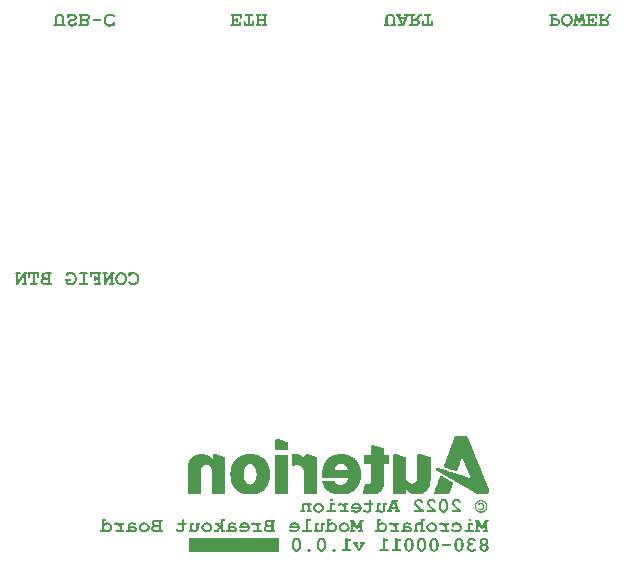
<source format=gbo>
G04*
G04 #@! TF.GenerationSoftware,Altium Limited,Altium Designer,22.4.2 (48)*
G04*
G04 Layer_Color=65280*
%FSLAX44Y44*%
%MOMM*%
G71*
G04*
G04 #@! TF.SameCoordinates,A2904C07-0F36-4402-9195-DF30BD9EA298*
G04*
G04*
G04 #@! TF.FilePolarity,Positive*
G04*
G01*
G75*
%ADD96C,0.0254*%
%ADD97R,7.7000X1.3000*%
G36*
X62029Y668179D02*
X62459Y668109D01*
X62861Y668012D01*
X63236Y667901D01*
X63597Y667749D01*
X63915Y667596D01*
X64220Y667430D01*
X64484Y667250D01*
X64720Y667069D01*
X64928Y666903D01*
X65108Y666750D01*
X65261Y666598D01*
X65372Y666487D01*
X65455Y666390D01*
X65510Y666334D01*
X65524Y666306D01*
X65718Y666043D01*
X65871Y665779D01*
X66023Y665502D01*
X66134Y665225D01*
X66245Y664961D01*
X66329Y664698D01*
X66398Y664448D01*
X66453Y664212D01*
X66509Y663990D01*
X66537Y663782D01*
X66564Y663616D01*
X66578Y663449D01*
Y663325D01*
X66592Y663242D01*
Y663172D01*
Y663158D01*
Y661882D01*
X66578Y661466D01*
X66523Y661078D01*
X66453Y660731D01*
X66370Y660426D01*
X66342Y660288D01*
X66301Y660177D01*
X66259Y660066D01*
X66231Y659982D01*
X66204Y659913D01*
X66176Y659858D01*
X66162Y659830D01*
Y659816D01*
X65996Y659483D01*
X65829Y659206D01*
X65663Y658970D01*
X65510Y658762D01*
X65385Y658609D01*
X65288Y658499D01*
X65233Y658443D01*
X65205Y658415D01*
X64997Y658249D01*
X64761Y658096D01*
X64512Y657958D01*
X64290Y657847D01*
X64082Y657764D01*
X63915Y657694D01*
X63846Y657666D01*
X63804Y657653D01*
X63777Y657639D01*
X63763D01*
X63319Y657500D01*
X62889Y657403D01*
X62473Y657334D01*
X62085Y657292D01*
X61905Y657264D01*
X61752D01*
X61613Y657250D01*
X61488Y657236D01*
X61267D01*
X60906Y657250D01*
X60573Y657278D01*
X60254Y657306D01*
X59991Y657361D01*
X59769Y657403D01*
X59672Y657417D01*
X59588Y657431D01*
X59533Y657445D01*
X59491Y657458D01*
X59464Y657472D01*
X59450D01*
X59117Y657583D01*
X58770Y657708D01*
X58424Y657847D01*
X58105Y657999D01*
X57952Y658069D01*
X57827Y658138D01*
X57702Y658193D01*
X57605Y658249D01*
X57508Y658290D01*
X57453Y658318D01*
X57411Y658346D01*
X57397D01*
Y660704D01*
X57286Y660717D01*
X57175Y660745D01*
X57064Y660773D01*
X56981Y660828D01*
X56912Y660870D01*
X56843Y660898D01*
X56815Y660926D01*
X56801Y660939D01*
X56704Y661036D01*
X56634Y661147D01*
X56593Y661258D01*
X56551Y661355D01*
X56537Y661452D01*
X56524Y661522D01*
Y661577D01*
Y661591D01*
X56537Y661730D01*
X56565Y661855D01*
X56607Y661966D01*
X56662Y662049D01*
X56718Y662118D01*
X56759Y662174D01*
X56787Y662201D01*
X56801Y662215D01*
X56912Y662299D01*
X57009Y662354D01*
X57106Y662409D01*
X57203Y662437D01*
X57286Y662451D01*
X57342Y662465D01*
X57397D01*
X60961Y662479D01*
X61197Y662465D01*
X61391Y662437D01*
X61558Y662396D01*
X61683Y662354D01*
X61780Y662312D01*
X61849Y662271D01*
X61891Y662243D01*
X61905Y662229D01*
X61988Y662132D01*
X62057Y662035D01*
X62099Y661924D01*
X62140Y661827D01*
X62154Y661730D01*
X62168Y661661D01*
Y661605D01*
Y661591D01*
X62154Y661452D01*
X62126Y661328D01*
X62085Y661217D01*
X62029Y661120D01*
X61988Y661050D01*
X61946Y660995D01*
X61918Y660967D01*
X61905Y660953D01*
X61780Y660870D01*
X61641Y660815D01*
X61488Y660773D01*
X61322Y660745D01*
X61183Y660731D01*
X61072Y660717D01*
X59159D01*
Y659442D01*
X59547Y659289D01*
X59935Y659192D01*
X60310Y659109D01*
X60656Y659053D01*
X60809Y659039D01*
X60948Y659025D01*
X61072Y659012D01*
X61183D01*
X61267Y658998D01*
X61391D01*
X61710Y659012D01*
X62016Y659025D01*
X62293Y659067D01*
X62556Y659109D01*
X62792Y659164D01*
X63000Y659234D01*
X63194Y659303D01*
X63375Y659372D01*
X63527Y659428D01*
X63652Y659497D01*
X63763Y659566D01*
X63860Y659622D01*
X63929Y659663D01*
X63971Y659705D01*
X63999Y659719D01*
X64012Y659733D01*
X64151Y659885D01*
X64276Y660038D01*
X64387Y660204D01*
X64484Y660385D01*
X64567Y660551D01*
X64637Y660731D01*
X64734Y661078D01*
X64761Y661245D01*
X64789Y661397D01*
X64803Y661536D01*
X64817Y661647D01*
X64831Y661744D01*
Y661827D01*
Y661869D01*
Y661882D01*
Y663158D01*
X64817Y663505D01*
X64761Y663824D01*
X64692Y664115D01*
X64595Y664365D01*
X64512Y664573D01*
X64484Y664670D01*
X64442Y664739D01*
X64415Y664795D01*
X64387Y664836D01*
X64373Y664864D01*
Y664878D01*
X64193Y665155D01*
X64012Y665391D01*
X63846Y665571D01*
X63680Y665724D01*
X63541Y665849D01*
X63444Y665932D01*
X63375Y665974D01*
X63347Y665987D01*
X63042Y666140D01*
X62737Y666251D01*
X62432Y666320D01*
X62140Y666376D01*
X61891Y666404D01*
X61780Y666417D01*
X61697Y666431D01*
X61516D01*
X61253Y666417D01*
X61003Y666404D01*
X60781Y666376D01*
X60587Y666334D01*
X60421Y666293D01*
X60296Y666265D01*
X60226Y666251D01*
X60199Y666237D01*
X59991Y666168D01*
X59810Y666085D01*
X59672Y666015D01*
X59561Y665946D01*
X59478Y665876D01*
X59408Y665835D01*
X59380Y665807D01*
X59367Y665793D01*
X59311Y665724D01*
X59269Y665627D01*
X59186Y665433D01*
X59159Y665336D01*
X59131Y665252D01*
X59117Y665197D01*
Y665183D01*
X59061Y665031D01*
X59020Y664906D01*
X58964Y664809D01*
X58923Y664739D01*
X58881Y664684D01*
X58840Y664642D01*
X58826Y664614D01*
X58812D01*
X58729Y664559D01*
X58632Y664517D01*
X58465Y664462D01*
X58396Y664448D01*
X58340Y664434D01*
X58285D01*
X58146Y664448D01*
X58021Y664476D01*
X57910Y664517D01*
X57813Y664573D01*
X57744Y664614D01*
X57688Y664656D01*
X57661Y664684D01*
X57647Y664698D01*
X57564Y664822D01*
X57508Y664961D01*
X57453Y665114D01*
X57425Y665266D01*
X57411Y665391D01*
X57397Y665516D01*
Y665585D01*
Y665613D01*
Y666750D01*
X57411Y666972D01*
X57439Y667166D01*
X57481Y667319D01*
X57522Y667444D01*
X57564Y667541D01*
X57605Y667596D01*
X57633Y667638D01*
X57647Y667652D01*
X57744Y667749D01*
X57841Y667818D01*
X57952Y667860D01*
X58049Y667901D01*
X58132Y667915D01*
X58202Y667929D01*
X58271D01*
X58396Y667915D01*
X58521Y667874D01*
X58632Y667832D01*
X58729Y667776D01*
X58826Y667707D01*
X58895Y667665D01*
X58937Y667624D01*
X58951Y667610D01*
X59172Y667707D01*
X59394Y667804D01*
X59602Y667874D01*
X59797Y667929D01*
X59963Y667984D01*
X60088Y668012D01*
X60171Y668040D01*
X60199D01*
X60448Y668095D01*
X60684Y668123D01*
X60920Y668151D01*
X61128Y668179D01*
X61308D01*
X61447Y668193D01*
X61572D01*
X62029Y668179D01*
D02*
G37*
G36*
X115145Y668165D02*
X115589Y668095D01*
X115991Y667984D01*
X116185Y667929D01*
X116352Y667874D01*
X116518Y667804D01*
X116657Y667749D01*
X116782Y667693D01*
X116893Y667638D01*
X116976Y667596D01*
X117031Y667569D01*
X117073Y667555D01*
X117087Y667541D01*
X117489Y667277D01*
X117850Y666972D01*
X118155Y666667D01*
X118404Y666376D01*
X118598Y666112D01*
X118682Y665987D01*
X118737Y665890D01*
X118793Y665807D01*
X118834Y665752D01*
X118848Y665710D01*
X118862Y665696D01*
X118973Y665474D01*
X119070Y665252D01*
X119236Y664795D01*
X119347Y664365D01*
X119417Y663977D01*
X119445Y663796D01*
X119472Y663630D01*
X119486Y663491D01*
Y663366D01*
X119500Y663269D01*
Y663186D01*
Y663144D01*
Y663131D01*
Y661938D01*
X119486Y661688D01*
X119472Y661452D01*
X119389Y660995D01*
X119278Y660593D01*
X119209Y660398D01*
X119139Y660218D01*
X119084Y660066D01*
X119015Y659927D01*
X118959Y659802D01*
X118904Y659691D01*
X118862Y659608D01*
X118820Y659553D01*
X118807Y659511D01*
X118793Y659497D01*
X118654Y659303D01*
X118515Y659109D01*
X118210Y658776D01*
X117933Y658499D01*
X117655Y658277D01*
X117420Y658096D01*
X117309Y658027D01*
X117226Y657971D01*
X117156Y657930D01*
X117101Y657902D01*
X117073Y657875D01*
X117059D01*
X116823Y657764D01*
X116574Y657666D01*
X116088Y657500D01*
X115617Y657389D01*
X115395Y657347D01*
X115187Y657320D01*
X114979Y657292D01*
X114799Y657264D01*
X114646Y657250D01*
X114507D01*
X114396Y657236D01*
X114244D01*
X113758Y657250D01*
X113287Y657306D01*
X112871Y657375D01*
X112691Y657417D01*
X112510Y657472D01*
X112358Y657514D01*
X112205Y657555D01*
X112080Y657583D01*
X111983Y657625D01*
X111900Y657653D01*
X111845Y657680D01*
X111803Y657694D01*
X111789D01*
X111498Y657833D01*
X111221Y657985D01*
X110999Y658152D01*
X110805Y658290D01*
X110652Y658429D01*
X110541Y658540D01*
X110472Y658609D01*
X110444Y658637D01*
X110319Y658790D01*
X110222Y658929D01*
X110167Y659067D01*
X110111Y659178D01*
X110083Y659275D01*
X110070Y659358D01*
Y659400D01*
Y659414D01*
X110083Y659539D01*
X110111Y659663D01*
X110153Y659774D01*
X110208Y659858D01*
X110264Y659941D01*
X110305Y659996D01*
X110333Y660024D01*
X110347Y660038D01*
X110444Y660135D01*
X110555Y660204D01*
X110652Y660246D01*
X110749Y660288D01*
X110832Y660301D01*
X110902Y660315D01*
X110957D01*
X111096Y660301D01*
X111221Y660274D01*
X111290Y660246D01*
X111304Y660232D01*
X111318D01*
X111373Y660191D01*
X111442Y660135D01*
X111595Y660024D01*
X111650Y659969D01*
X111706Y659913D01*
X111734Y659885D01*
X111748Y659872D01*
X111914Y659719D01*
X112066Y659580D01*
X112205Y659483D01*
X112330Y659400D01*
X112441Y659331D01*
X112524Y659289D01*
X112580Y659275D01*
X112593Y659261D01*
X112857Y659178D01*
X113134Y659109D01*
X113412Y659067D01*
X113675Y659025D01*
X113911Y659012D01*
X114008D01*
X114091Y658998D01*
X114258D01*
X114549Y659012D01*
X114840Y659039D01*
X115104Y659081D01*
X115353Y659137D01*
X115575Y659192D01*
X115783Y659261D01*
X115977Y659344D01*
X116158Y659428D01*
X116310Y659497D01*
X116449Y659580D01*
X116560Y659650D01*
X116657Y659719D01*
X116726Y659761D01*
X116782Y659802D01*
X116810Y659830D01*
X116823Y659844D01*
X116990Y660010D01*
X117128Y660177D01*
X117253Y660357D01*
X117350Y660537D01*
X117448Y660717D01*
X117517Y660884D01*
X117628Y661217D01*
X117655Y661383D01*
X117683Y661522D01*
X117711Y661647D01*
X117725Y661758D01*
X117739Y661841D01*
Y661910D01*
Y661952D01*
Y661966D01*
Y663117D01*
X117711Y663505D01*
X117655Y663852D01*
X117586Y664171D01*
X117489Y664434D01*
X117448Y664559D01*
X117392Y664656D01*
X117350Y664753D01*
X117323Y664822D01*
X117281Y664878D01*
X117267Y664920D01*
X117239Y664947D01*
Y664961D01*
X117045Y665239D01*
X116837Y665461D01*
X116643Y665655D01*
X116463Y665821D01*
X116310Y665932D01*
X116185Y666015D01*
X116102Y666071D01*
X116088Y666085D01*
X116074D01*
X115825Y666196D01*
X115561Y666279D01*
X115326Y666348D01*
X115090Y666390D01*
X114909Y666417D01*
X114757Y666431D01*
X114618D01*
X114382Y666417D01*
X114147Y666390D01*
X113939Y666362D01*
X113745Y666320D01*
X113578Y666265D01*
X113453Y666237D01*
X113370Y666209D01*
X113342Y666196D01*
X113120Y666098D01*
X112913Y666001D01*
X112746Y665890D01*
X112607Y665793D01*
X112496Y665710D01*
X112427Y665641D01*
X112372Y665585D01*
X112358Y665571D01*
X112288Y665488D01*
X112247Y665405D01*
X112164Y665225D01*
X112136Y665142D01*
X112122Y665072D01*
X112108Y665031D01*
Y665017D01*
X112066Y664836D01*
X112025Y664670D01*
X111969Y664545D01*
X111914Y664448D01*
X111872Y664379D01*
X111831Y664323D01*
X111817Y664296D01*
X111803Y664282D01*
X111720Y664212D01*
X111623Y664171D01*
X111429Y664115D01*
X111359Y664101D01*
X111290Y664088D01*
X111234D01*
X111096Y664101D01*
X110971Y664129D01*
X110860Y664171D01*
X110763Y664226D01*
X110694Y664268D01*
X110638Y664309D01*
X110610Y664337D01*
X110597Y664351D01*
X110513Y664476D01*
X110458Y664614D01*
X110402Y664753D01*
X110375Y664906D01*
X110361Y665044D01*
X110347Y665155D01*
Y665225D01*
Y665252D01*
Y666750D01*
X110361Y666972D01*
X110388Y667166D01*
X110430Y667319D01*
X110472Y667444D01*
X110513Y667541D01*
X110555Y667596D01*
X110583Y667638D01*
X110597Y667652D01*
X110694Y667749D01*
X110805Y667818D01*
X110902Y667860D01*
X111012Y667901D01*
X111096Y667915D01*
X111165Y667929D01*
X111234D01*
X111387Y667915D01*
X111526Y667874D01*
X111581Y667846D01*
X111623Y667818D01*
X111637Y667804D01*
X111650D01*
X111789Y667707D01*
X111900Y667596D01*
X111969Y667513D01*
X111983Y667485D01*
X111997Y667471D01*
X112219Y667596D01*
X112441Y667707D01*
X112649Y667804D01*
X112843Y667874D01*
X113010Y667943D01*
X113134Y667984D01*
X113218Y667998D01*
X113231Y668012D01*
X113245D01*
X113495Y668068D01*
X113745Y668123D01*
X113994Y668151D01*
X114202Y668165D01*
X114396Y668179D01*
X114549Y668193D01*
X114909D01*
X115145Y668165D01*
D02*
G37*
G36*
X86507Y667929D02*
X86701Y667901D01*
X86868Y667860D01*
X86993Y667818D01*
X87090Y667776D01*
X87159Y667735D01*
X87200Y667707D01*
X87214Y667693D01*
X87298Y667596D01*
X87367Y667499D01*
X87409Y667388D01*
X87450Y667291D01*
X87464Y667194D01*
X87478Y667125D01*
Y667069D01*
Y667055D01*
X87464Y666917D01*
X87436Y666792D01*
X87395Y666681D01*
X87339Y666584D01*
X87298Y666515D01*
X87256Y666459D01*
X87228Y666431D01*
X87214Y666417D01*
X87090Y666334D01*
X86951Y666279D01*
X86798Y666237D01*
X86632Y666209D01*
X86493Y666196D01*
X86382Y666182D01*
X85994D01*
Y659261D01*
X86271D01*
X86507Y659247D01*
X86701Y659220D01*
X86868Y659178D01*
X86993Y659137D01*
X87090Y659095D01*
X87159Y659053D01*
X87200Y659025D01*
X87214Y659012D01*
X87298Y658915D01*
X87367Y658818D01*
X87409Y658707D01*
X87450Y658609D01*
X87464Y658526D01*
X87478Y658457D01*
Y658401D01*
Y658388D01*
X87464Y658249D01*
X87436Y658110D01*
X87395Y657999D01*
X87339Y657916D01*
X87298Y657833D01*
X87256Y657777D01*
X87228Y657750D01*
X87214Y657736D01*
X87090Y657653D01*
X86951Y657597D01*
X86798Y657555D01*
X86632Y657528D01*
X86493Y657514D01*
X86382Y657500D01*
X82430D01*
X82208Y657514D01*
X82014Y657542D01*
X81847Y657569D01*
X81722Y657625D01*
X81625Y657666D01*
X81556Y657694D01*
X81514Y657722D01*
X81501Y657736D01*
X81404Y657833D01*
X81334Y657930D01*
X81292Y658041D01*
X81251Y658138D01*
X81237Y658235D01*
X81223Y658304D01*
Y658360D01*
Y658374D01*
X81237Y658512D01*
X81265Y658637D01*
X81306Y658748D01*
X81362Y658845D01*
X81417Y658915D01*
X81459Y658970D01*
X81487Y658998D01*
X81501Y659012D01*
X81625Y659095D01*
X81764Y659150D01*
X81917Y659206D01*
X82069Y659234D01*
X82208Y659247D01*
X82319Y659261D01*
X84233D01*
Y661841D01*
X82679D01*
X82666Y661619D01*
X82652Y661425D01*
X82624Y661286D01*
X82596Y661175D01*
X82568Y661092D01*
X82555Y661036D01*
X82527Y661009D01*
Y660995D01*
X82402Y660870D01*
X82277Y660787D01*
X82152Y660717D01*
X82041Y660676D01*
X81944Y660648D01*
X81875Y660634D01*
X81806D01*
X81667Y660648D01*
X81542Y660676D01*
X81431Y660717D01*
X81334Y660773D01*
X81265Y660815D01*
X81209Y660856D01*
X81182Y660884D01*
X81168Y660898D01*
X81084Y661023D01*
X81029Y661161D01*
X80974Y661314D01*
X80946Y661480D01*
X80932Y661619D01*
X80918Y661730D01*
Y661813D01*
Y661827D01*
Y661841D01*
Y663602D01*
X80932Y663824D01*
X80960Y664018D01*
X81001Y664185D01*
X81043Y664309D01*
X81084Y664407D01*
X81126Y664476D01*
X81154Y664517D01*
X81168Y664531D01*
X81265Y664628D01*
X81362Y664698D01*
X81473Y664739D01*
X81570Y664781D01*
X81653Y664795D01*
X81722Y664809D01*
X81792D01*
X81944Y664795D01*
X82069Y664753D01*
X82194Y664684D01*
X82305Y664628D01*
X82402Y664559D01*
X82471Y664490D01*
X82513Y664448D01*
X82527Y664434D01*
X82582Y664351D01*
X82610Y664226D01*
X82638Y664088D01*
X82666Y663949D01*
Y663824D01*
X82679Y663713D01*
Y663630D01*
Y663616D01*
Y663602D01*
X84233D01*
Y666182D01*
X79725D01*
Y665252D01*
X79712Y665017D01*
X79684Y664822D01*
X79656Y664656D01*
X79601Y664531D01*
X79559Y664434D01*
X79531Y664365D01*
X79503Y664323D01*
X79490Y664309D01*
X79393Y664226D01*
X79296Y664157D01*
X79185Y664115D01*
X79088Y664074D01*
X78990Y664060D01*
X78921Y664046D01*
X78852D01*
X78713Y664060D01*
X78588Y664088D01*
X78477Y664129D01*
X78380Y664185D01*
X78311Y664226D01*
X78255Y664268D01*
X78228Y664296D01*
X78214Y664309D01*
X78131Y664434D01*
X78075Y664573D01*
X78020Y664725D01*
X77992Y664892D01*
X77978Y665031D01*
X77964Y665142D01*
Y665225D01*
Y665239D01*
Y665252D01*
Y667929D01*
X86271Y667943D01*
X86507Y667929D01*
D02*
G37*
G36*
X34695Y664517D02*
X34681Y664282D01*
X34653Y664088D01*
X34625Y663921D01*
X34570Y663796D01*
X34528Y663699D01*
X34501Y663630D01*
X34473Y663588D01*
X34459Y663574D01*
X34362Y663491D01*
X34265Y663422D01*
X34154Y663380D01*
X34057Y663339D01*
X33960Y663325D01*
X33890Y663311D01*
X33821D01*
X33682Y663325D01*
X33558Y663352D01*
X33447Y663394D01*
X33349Y663449D01*
X33280Y663491D01*
X33225Y663533D01*
X33197Y663560D01*
X33183Y663574D01*
X33100Y663699D01*
X33044Y663838D01*
X32989Y663990D01*
X32961Y664157D01*
X32947Y664296D01*
X32933Y664406D01*
Y664490D01*
Y664503D01*
Y664517D01*
Y666182D01*
X31020D01*
Y659261D01*
X32198D01*
X32434Y659247D01*
X32628Y659220D01*
X32795Y659178D01*
X32920Y659137D01*
X33017Y659095D01*
X33086Y659053D01*
X33128Y659025D01*
X33142Y659012D01*
X33225Y658915D01*
X33294Y658818D01*
X33336Y658707D01*
X33377Y658609D01*
X33391Y658526D01*
X33405Y658457D01*
Y658401D01*
Y658388D01*
X33391Y658249D01*
X33363Y658110D01*
X33322Y657999D01*
X33266Y657916D01*
X33225Y657833D01*
X33183Y657777D01*
X33155Y657750D01*
X33142Y657736D01*
X33017Y657653D01*
X32878Y657597D01*
X32725Y657555D01*
X32559Y657528D01*
X32420Y657514D01*
X32309Y657500D01*
X28066D01*
X27844Y657514D01*
X27650Y657542D01*
X27483Y657569D01*
X27358Y657625D01*
X27261Y657666D01*
X27192Y657694D01*
X27150Y657722D01*
X27136Y657736D01*
X27039Y657833D01*
X26970Y657930D01*
X26928Y658041D01*
X26887Y658138D01*
X26873Y658235D01*
X26859Y658304D01*
Y658360D01*
Y658374D01*
X26873Y658512D01*
X26901Y658637D01*
X26942Y658748D01*
X26998Y658845D01*
X27053Y658915D01*
X27095Y658970D01*
X27123Y658998D01*
X27136Y659012D01*
X27261Y659095D01*
X27400Y659150D01*
X27552Y659206D01*
X27705Y659233D01*
X27844Y659247D01*
X27955Y659261D01*
X29258D01*
Y666182D01*
X27317D01*
Y664517D01*
X27303Y664282D01*
X27275Y664088D01*
X27247Y663921D01*
X27192Y663796D01*
X27150Y663699D01*
X27123Y663630D01*
X27095Y663588D01*
X27081Y663574D01*
X26984Y663491D01*
X26887Y663422D01*
X26776Y663380D01*
X26679Y663339D01*
X26582Y663325D01*
X26512Y663311D01*
X26443D01*
X26304Y663325D01*
X26179Y663352D01*
X26069Y663394D01*
X25972Y663449D01*
X25902Y663491D01*
X25847Y663533D01*
X25819Y663560D01*
X25805Y663574D01*
X25722Y663699D01*
X25666Y663838D01*
X25611Y663990D01*
X25583Y664157D01*
X25569Y664296D01*
X25555Y664406D01*
Y664490D01*
Y664503D01*
Y664517D01*
Y667943D01*
X34695D01*
Y664517D01*
D02*
G37*
G36*
X98087Y667929D02*
X98281Y667901D01*
X98448Y667860D01*
X98573Y667818D01*
X98670Y667776D01*
X98739Y667735D01*
X98781Y667707D01*
X98794Y667693D01*
X98878Y667596D01*
X98947Y667499D01*
X98989Y667388D01*
X99030Y667291D01*
X99044Y667194D01*
X99058Y667125D01*
Y667069D01*
Y667055D01*
X99044Y666917D01*
X99016Y666792D01*
X98975Y666681D01*
X98919Y666584D01*
X98878Y666515D01*
X98836Y666459D01*
X98808Y666431D01*
X98794Y666417D01*
X98670Y666334D01*
X98531Y666279D01*
X98378Y666237D01*
X98212Y666209D01*
X98073Y666196D01*
X97962Y666182D01*
X97574D01*
Y659261D01*
X97810Y659247D01*
X98004Y659220D01*
X98170Y659178D01*
X98295Y659137D01*
X98392Y659095D01*
X98462Y659053D01*
X98503Y659025D01*
X98517Y659012D01*
X98600Y658915D01*
X98670Y658818D01*
X98711Y658707D01*
X98753Y658609D01*
X98767Y658526D01*
X98781Y658457D01*
Y658401D01*
Y658388D01*
X98767Y658249D01*
X98739Y658110D01*
X98697Y657999D01*
X98642Y657916D01*
X98600Y657833D01*
X98559Y657777D01*
X98531Y657750D01*
X98517Y657736D01*
X98392Y657653D01*
X98254Y657597D01*
X98101Y657555D01*
X97935Y657528D01*
X97796Y657514D01*
X97685Y657500D01*
X95175D01*
X94953Y657514D01*
X94759Y657542D01*
X94592Y657569D01*
X94467Y657625D01*
X94370Y657666D01*
X94301Y657694D01*
X94260Y657722D01*
X94246Y657736D01*
X94149Y657833D01*
X94079Y657930D01*
X94038Y658041D01*
X93996Y658138D01*
X93982Y658235D01*
X93968Y658304D01*
Y658360D01*
Y658374D01*
X93982Y658512D01*
X94010Y658637D01*
X94052Y658748D01*
X94107Y658845D01*
X94162Y658915D01*
X94204Y658970D01*
X94232Y658998D01*
X94246Y659012D01*
X94370Y659095D01*
X94509Y659150D01*
X94662Y659206D01*
X94814Y659234D01*
X94953Y659247D01*
X95064Y659261D01*
X95813D01*
Y664587D01*
X91264Y657500D01*
X89530D01*
Y666168D01*
X89309Y666182D01*
X89114Y666209D01*
X88948Y666237D01*
X88823Y666293D01*
X88726Y666334D01*
X88657Y666362D01*
X88615Y666390D01*
X88601Y666404D01*
X88504Y666501D01*
X88435Y666611D01*
X88393Y666722D01*
X88352Y666820D01*
X88338Y666917D01*
X88324Y666986D01*
Y667041D01*
Y667055D01*
X88338Y667194D01*
X88365Y667319D01*
X88407Y667430D01*
X88462Y667513D01*
X88518Y667582D01*
X88560Y667638D01*
X88587Y667665D01*
X88601Y667679D01*
X88726Y667763D01*
X88865Y667818D01*
X89017Y667874D01*
X89170Y667901D01*
X89309Y667915D01*
X89419Y667929D01*
X89530D01*
X91930Y667943D01*
X92165Y667929D01*
X92360Y667901D01*
X92526Y667860D01*
X92651Y667818D01*
X92748Y667776D01*
X92817Y667735D01*
X92859Y667707D01*
X92873Y667693D01*
X92956Y667596D01*
X93025Y667499D01*
X93067Y667388D01*
X93108Y667291D01*
X93122Y667194D01*
X93136Y667125D01*
Y667069D01*
Y667055D01*
X93122Y666917D01*
X93095Y666792D01*
X93053Y666681D01*
X92998Y666584D01*
X92956Y666515D01*
X92914Y666459D01*
X92886Y666431D01*
X92873Y666417D01*
X92748Y666334D01*
X92609Y666279D01*
X92457Y666237D01*
X92290Y666209D01*
X92151Y666196D01*
X92041Y666182D01*
X91292D01*
Y660842D01*
X95827Y667929D01*
X97851Y667943D01*
X98087Y667929D01*
D02*
G37*
G36*
X24016Y667929D02*
X24210Y667901D01*
X24377Y667860D01*
X24501Y667818D01*
X24599Y667776D01*
X24668Y667735D01*
X24709Y667707D01*
X24723Y667693D01*
X24807Y667596D01*
X24876Y667499D01*
X24918Y667388D01*
X24959Y667291D01*
X24973Y667194D01*
X24987Y667125D01*
Y667069D01*
Y667055D01*
X24973Y666917D01*
X24945Y666792D01*
X24904Y666681D01*
X24848Y666584D01*
X24807Y666514D01*
X24765Y666459D01*
X24737Y666431D01*
X24723Y666417D01*
X24599Y666334D01*
X24460Y666279D01*
X24307Y666237D01*
X24141Y666209D01*
X24002Y666196D01*
X23891Y666182D01*
X23503D01*
Y659261D01*
X23739Y659247D01*
X23933Y659220D01*
X24099Y659178D01*
X24224Y659137D01*
X24321Y659095D01*
X24390Y659053D01*
X24432Y659025D01*
X24446Y659012D01*
X24529Y658915D01*
X24599Y658818D01*
X24640Y658707D01*
X24682Y658609D01*
X24696Y658526D01*
X24709Y658457D01*
Y658401D01*
Y658388D01*
X24696Y658249D01*
X24668Y658110D01*
X24626Y657999D01*
X24571Y657916D01*
X24529Y657833D01*
X24488Y657777D01*
X24460Y657750D01*
X24446Y657736D01*
X24321Y657653D01*
X24183Y657597D01*
X24030Y657555D01*
X23863Y657528D01*
X23725Y657514D01*
X23614Y657500D01*
X21104D01*
X20882Y657514D01*
X20688Y657542D01*
X20521Y657569D01*
X20396Y657625D01*
X20299Y657666D01*
X20230Y657694D01*
X20188Y657722D01*
X20175Y657736D01*
X20077Y657833D01*
X20008Y657930D01*
X19966Y658041D01*
X19925Y658138D01*
X19911Y658235D01*
X19897Y658304D01*
Y658360D01*
Y658374D01*
X19911Y658512D01*
X19939Y658637D01*
X19980Y658748D01*
X20036Y658845D01*
X20091Y658915D01*
X20133Y658970D01*
X20161Y658998D01*
X20175Y659012D01*
X20299Y659095D01*
X20438Y659150D01*
X20591Y659206D01*
X20743Y659233D01*
X20882Y659247D01*
X20993Y659261D01*
X21742D01*
Y664587D01*
X17193Y657500D01*
X15459D01*
Y666168D01*
X15237Y666182D01*
X15043Y666209D01*
X14877Y666237D01*
X14752Y666292D01*
X14655Y666334D01*
X14585Y666362D01*
X14544Y666390D01*
X14530Y666404D01*
X14433Y666501D01*
X14364Y666611D01*
X14322Y666722D01*
X14280Y666820D01*
X14267Y666917D01*
X14253Y666986D01*
Y667041D01*
Y667055D01*
X14267Y667194D01*
X14294Y667319D01*
X14336Y667430D01*
X14391Y667513D01*
X14447Y667582D01*
X14489Y667638D01*
X14516Y667665D01*
X14530Y667679D01*
X14655Y667763D01*
X14794Y667818D01*
X14946Y667874D01*
X15099Y667901D01*
X15237Y667915D01*
X15348Y667929D01*
X15459D01*
X17859Y667943D01*
X18094Y667929D01*
X18288Y667901D01*
X18455Y667860D01*
X18580Y667818D01*
X18677Y667776D01*
X18746Y667735D01*
X18788Y667707D01*
X18801Y667693D01*
X18885Y667596D01*
X18954Y667499D01*
X18996Y667388D01*
X19037Y667291D01*
X19051Y667194D01*
X19065Y667125D01*
Y667069D01*
Y667055D01*
X19051Y666917D01*
X19023Y666792D01*
X18982Y666681D01*
X18926Y666584D01*
X18885Y666514D01*
X18843Y666459D01*
X18815Y666431D01*
X18801Y666417D01*
X18677Y666334D01*
X18538Y666279D01*
X18385Y666237D01*
X18219Y666209D01*
X18080Y666196D01*
X17969Y666182D01*
X17220D01*
Y660842D01*
X21755Y667929D01*
X23780Y667943D01*
X24016Y667929D01*
D02*
G37*
G36*
X75329Y667929D02*
X75523Y667901D01*
X75690Y667860D01*
X75814Y667818D01*
X75912Y667776D01*
X75981Y667735D01*
X76023Y667707D01*
X76036Y667693D01*
X76120Y667596D01*
X76189Y667499D01*
X76231Y667388D01*
X76272Y667291D01*
X76286Y667194D01*
X76300Y667125D01*
Y667069D01*
Y667055D01*
X76286Y666917D01*
X76258Y666792D01*
X76217Y666681D01*
X76161Y666584D01*
X76120Y666515D01*
X76078Y666459D01*
X76050Y666431D01*
X76036Y666417D01*
X75912Y666334D01*
X75773Y666279D01*
X75620Y666237D01*
X75454Y666209D01*
X75315Y666196D01*
X75204Y666182D01*
X73318D01*
Y659261D01*
X75093D01*
X75329Y659247D01*
X75523Y659220D01*
X75690Y659178D01*
X75814Y659137D01*
X75912Y659095D01*
X75981Y659053D01*
X76023Y659025D01*
X76036Y659012D01*
X76120Y658915D01*
X76189Y658818D01*
X76231Y658707D01*
X76272Y658609D01*
X76286Y658526D01*
X76300Y658457D01*
Y658401D01*
Y658388D01*
X76286Y658249D01*
X76258Y658110D01*
X76217Y657999D01*
X76161Y657916D01*
X76120Y657833D01*
X76078Y657777D01*
X76050Y657750D01*
X76036Y657736D01*
X75912Y657653D01*
X75773Y657597D01*
X75620Y657555D01*
X75454Y657528D01*
X75315Y657514D01*
X75204Y657500D01*
X69782D01*
X69560Y657514D01*
X69366Y657542D01*
X69199Y657569D01*
X69075Y657625D01*
X68977Y657666D01*
X68908Y657694D01*
X68867Y657722D01*
X68853Y657736D01*
X68755Y657833D01*
X68686Y657930D01*
X68645Y658041D01*
X68603Y658138D01*
X68589Y658235D01*
X68575Y658304D01*
Y658360D01*
Y658374D01*
X68589Y658512D01*
X68617Y658637D01*
X68658Y658748D01*
X68714Y658845D01*
X68769Y658915D01*
X68811Y658970D01*
X68839Y658998D01*
X68853Y659012D01*
X68977Y659095D01*
X69116Y659150D01*
X69269Y659206D01*
X69421Y659234D01*
X69560Y659247D01*
X69671Y659261D01*
X71557D01*
Y666168D01*
X69782D01*
X69560Y666182D01*
X69366Y666209D01*
X69199Y666237D01*
X69075Y666293D01*
X68977Y666334D01*
X68908Y666362D01*
X68867Y666390D01*
X68853Y666404D01*
X68755Y666501D01*
X68686Y666611D01*
X68645Y666722D01*
X68603Y666820D01*
X68589Y666917D01*
X68575Y666986D01*
Y667041D01*
Y667055D01*
X68589Y667194D01*
X68617Y667319D01*
X68658Y667430D01*
X68714Y667513D01*
X68769Y667582D01*
X68811Y667638D01*
X68839Y667665D01*
X68853Y667679D01*
X68977Y667763D01*
X69116Y667818D01*
X69269Y667874D01*
X69421Y667901D01*
X69560Y667915D01*
X69671Y667929D01*
X69782D01*
X75093Y667943D01*
X75329Y667929D01*
D02*
G37*
G36*
X44805Y667929D02*
X44999Y667901D01*
X45165Y667860D01*
X45290Y667818D01*
X45387Y667776D01*
X45457Y667735D01*
X45498Y667707D01*
X45512Y667693D01*
X45595Y667596D01*
X45665Y667499D01*
X45706Y667388D01*
X45748Y667291D01*
X45762Y667194D01*
X45776Y667125D01*
Y667069D01*
Y667055D01*
X45762Y666917D01*
X45734Y666792D01*
X45692Y666681D01*
X45637Y666584D01*
X45595Y666514D01*
X45554Y666459D01*
X45526Y666431D01*
X45512Y666417D01*
X45387Y666334D01*
X45249Y666279D01*
X45096Y666237D01*
X44930Y666209D01*
X44791Y666196D01*
X44680Y666182D01*
X44292D01*
Y659261D01*
X44569D01*
X44805Y659247D01*
X44999Y659220D01*
X45165Y659178D01*
X45290Y659137D01*
X45387Y659095D01*
X45457Y659053D01*
X45498Y659025D01*
X45512Y659012D01*
X45595Y658915D01*
X45665Y658818D01*
X45706Y658707D01*
X45748Y658609D01*
X45762Y658526D01*
X45776Y658457D01*
Y658401D01*
Y658388D01*
X45762Y658249D01*
X45734Y658110D01*
X45692Y657999D01*
X45637Y657916D01*
X45595Y657833D01*
X45554Y657777D01*
X45526Y657750D01*
X45512Y657736D01*
X45387Y657653D01*
X45249Y657597D01*
X45096Y657555D01*
X44930Y657528D01*
X44791Y657514D01*
X44680Y657500D01*
X39396D01*
X39049Y657514D01*
X38744Y657542D01*
X38467Y657569D01*
X38245Y657611D01*
X38051Y657653D01*
X37912Y657694D01*
X37871Y657708D01*
X37829D01*
X37815Y657722D01*
X37801D01*
X37566Y657805D01*
X37357Y657902D01*
X37177Y657999D01*
X37025Y658096D01*
X36900Y658179D01*
X36803Y658249D01*
X36733Y658290D01*
X36720Y658304D01*
X36595Y658415D01*
X36498Y658526D01*
X36400Y658637D01*
X36317Y658748D01*
X36248Y658845D01*
X36206Y658928D01*
X36179Y658984D01*
X36165Y658998D01*
X36068Y659220D01*
X35984Y659442D01*
X35929Y659650D01*
X35901Y659844D01*
X35873Y660010D01*
X35860Y660135D01*
Y660218D01*
Y660232D01*
Y660246D01*
X35873Y660551D01*
X35929Y660842D01*
X35984Y661092D01*
X36068Y661314D01*
X36137Y661508D01*
X36206Y661647D01*
X36234Y661688D01*
X36262Y661730D01*
X36276Y661744D01*
Y661758D01*
X36442Y661993D01*
X36650Y662215D01*
X36858Y662423D01*
X37052Y662590D01*
X37233Y662728D01*
X37385Y662839D01*
X37441Y662867D01*
X37482Y662895D01*
X37510Y662923D01*
X37524D01*
X37371Y663089D01*
X37233Y663255D01*
X37122Y663408D01*
X37025Y663547D01*
X36955Y663671D01*
X36900Y663768D01*
X36872Y663824D01*
X36858Y663852D01*
X36775Y664046D01*
X36720Y664240D01*
X36678Y664420D01*
X36650Y664587D01*
X36636Y664739D01*
X36622Y664850D01*
Y664920D01*
Y664947D01*
X36636Y665169D01*
X36664Y665391D01*
X36706Y665599D01*
X36775Y665793D01*
X36927Y666154D01*
X37011Y666306D01*
X37108Y666459D01*
X37191Y666598D01*
X37288Y666709D01*
X37371Y666820D01*
X37441Y666903D01*
X37510Y666972D01*
X37552Y667014D01*
X37579Y667041D01*
X37593Y667055D01*
X37787Y667208D01*
X37982Y667346D01*
X38190Y667471D01*
X38398Y667568D01*
X38619Y667652D01*
X38828Y667721D01*
X39230Y667832D01*
X39424Y667874D01*
X39590Y667901D01*
X39743Y667915D01*
X39881Y667929D01*
X39992Y667943D01*
X44569D01*
X44805Y667929D01*
D02*
G37*
G36*
X104522Y668179D02*
X104841Y668137D01*
X105146Y668068D01*
X105437Y667984D01*
X105715Y667887D01*
X105978Y667776D01*
X106228Y667665D01*
X106450Y667541D01*
X106658Y667416D01*
X106838Y667305D01*
X106991Y667194D01*
X107129Y667097D01*
X107240Y667014D01*
X107310Y666944D01*
X107365Y666903D01*
X107379Y666889D01*
X107684Y666570D01*
X107962Y666237D01*
X108183Y665904D01*
X108391Y665544D01*
X108558Y665197D01*
X108696Y664850D01*
X108821Y664517D01*
X108904Y664185D01*
X108974Y663879D01*
X109029Y663602D01*
X109071Y663353D01*
X109099Y663131D01*
X109113Y662950D01*
X109126Y662812D01*
Y662728D01*
Y662714D01*
Y662701D01*
X109113Y662229D01*
X109057Y661785D01*
X108960Y661369D01*
X108849Y660967D01*
X108724Y660593D01*
X108572Y660246D01*
X108419Y659941D01*
X108253Y659650D01*
X108086Y659400D01*
X107934Y659164D01*
X107781Y658984D01*
X107656Y658818D01*
X107545Y658693D01*
X107448Y658596D01*
X107393Y658540D01*
X107379Y658526D01*
X107115Y658304D01*
X106838Y658096D01*
X106561Y657930D01*
X106283Y657777D01*
X106006Y657653D01*
X105743Y657555D01*
X105493Y657472D01*
X105257Y657403D01*
X105035Y657347D01*
X104827Y657306D01*
X104647Y657278D01*
X104494Y657250D01*
X104356D01*
X104272Y657236D01*
X104189D01*
X103829Y657250D01*
X103482Y657306D01*
X103149Y657375D01*
X102830Y657486D01*
X102525Y657597D01*
X102234Y657722D01*
X101970Y657875D01*
X101735Y658013D01*
X101513Y658152D01*
X101319Y658304D01*
X101138Y658429D01*
X100999Y658554D01*
X100889Y658651D01*
X100805Y658720D01*
X100750Y658776D01*
X100736Y658790D01*
X100472Y659095D01*
X100237Y659414D01*
X100043Y659733D01*
X99876Y660066D01*
X99724Y660398D01*
X99599Y660717D01*
X99502Y661036D01*
X99418Y661328D01*
X99363Y661619D01*
X99321Y661882D01*
X99280Y662104D01*
X99266Y662312D01*
X99252Y662479D01*
X99238Y662604D01*
Y662673D01*
Y662701D01*
X99252Y663131D01*
X99308Y663547D01*
X99377Y663935D01*
X99474Y664309D01*
X99585Y664656D01*
X99710Y664975D01*
X99848Y665280D01*
X99987Y665544D01*
X100126Y665793D01*
X100265Y666001D01*
X100389Y666196D01*
X100500Y666348D01*
X100597Y666459D01*
X100667Y666556D01*
X100722Y666611D01*
X100736Y666625D01*
X101027Y666903D01*
X101319Y667139D01*
X101610Y667347D01*
X101901Y667527D01*
X102206Y667679D01*
X102484Y667804D01*
X102761Y667915D01*
X103024Y667998D01*
X103274Y668068D01*
X103496Y668109D01*
X103690Y668151D01*
X103856Y668165D01*
X103995Y668179D01*
X104106Y668193D01*
X104189D01*
X104522Y668179D01*
D02*
G37*
G36*
X400397Y457542D02*
X398303D01*
Y459414D01*
X400397D01*
Y457542D01*
D02*
G37*
G36*
X388498Y456280D02*
X388845Y456238D01*
X389177Y456183D01*
X389496Y456100D01*
X389788Y456002D01*
X390051Y455905D01*
X390301Y455794D01*
X390523Y455684D01*
X390731Y455559D01*
X390897Y455448D01*
X391050Y455351D01*
X391175Y455253D01*
X391285Y455170D01*
X391355Y455115D01*
X391396Y455073D01*
X391410Y455059D01*
X391632Y454824D01*
X391826Y454574D01*
X391993Y454310D01*
X392131Y454047D01*
X392256Y453783D01*
X392353Y453534D01*
X392436Y453284D01*
X392506Y453035D01*
X392547Y452813D01*
X392589Y452605D01*
X392617Y452411D01*
X392645Y452258D01*
Y452119D01*
X392658Y452022D01*
Y451967D01*
Y451939D01*
X392645Y451578D01*
X392589Y451232D01*
X392520Y450913D01*
X392423Y450621D01*
X392298Y450330D01*
X392173Y450081D01*
X392034Y449845D01*
X391882Y449637D01*
X391743Y449443D01*
X391604Y449290D01*
X391480Y449138D01*
X391355Y449027D01*
X391258Y448943D01*
X391188Y448874D01*
X391133Y448833D01*
X391119Y448819D01*
X390897Y448666D01*
X390648Y448541D01*
X390398Y448430D01*
X390134Y448333D01*
X389871Y448250D01*
X389594Y448181D01*
X389080Y448084D01*
X388845Y448042D01*
X388623Y448014D01*
X388428Y448000D01*
X388248Y447986D01*
X388110Y447973D01*
X387915D01*
X387499Y447986D01*
X387111Y448000D01*
X386750Y448042D01*
X386404Y448097D01*
X386099Y448153D01*
X385807Y448222D01*
X385544Y448292D01*
X385322Y448361D01*
X385114Y448430D01*
X384934Y448500D01*
X384781Y448569D01*
X384656Y448624D01*
X384559Y448680D01*
X384490Y448722D01*
X384448Y448735D01*
X384434Y448749D01*
X384296Y448846D01*
X384171Y448943D01*
X384060Y449054D01*
X383963Y449151D01*
X383894Y449235D01*
X383824Y449332D01*
X383727Y449498D01*
X383672Y449651D01*
X383644Y449762D01*
X383630Y449831D01*
Y449859D01*
X383644Y449984D01*
X383672Y450108D01*
X383713Y450219D01*
X383755Y450303D01*
X383810Y450386D01*
X383852Y450441D01*
X383880Y450469D01*
X383894Y450483D01*
X383991Y450580D01*
X384102Y450649D01*
X384212Y450691D01*
X384310Y450732D01*
X384393Y450746D01*
X384462Y450760D01*
X384518D01*
X384629Y450746D01*
X384753Y450705D01*
X384864Y450649D01*
X384975Y450594D01*
X385059Y450538D01*
X385128Y450483D01*
X385183Y450441D01*
X385197Y450427D01*
X385336Y450316D01*
X385475Y450219D01*
X385599Y450136D01*
X385724Y450067D01*
X385821Y450011D01*
X385905Y449984D01*
X385960Y449970D01*
X385974Y449956D01*
X386251Y449887D01*
X386542Y449831D01*
X386847Y449789D01*
X387139Y449762D01*
X387388Y449748D01*
X387499D01*
X387596Y449734D01*
X387777D01*
X388082Y449748D01*
X388359Y449762D01*
X388623Y449789D01*
X388858Y449831D01*
X389080Y449873D01*
X389274Y449928D01*
X389455Y449984D01*
X389607Y450039D01*
X389746Y450094D01*
X389857Y450136D01*
X389954Y450192D01*
X390037Y450233D01*
X390093Y450275D01*
X390134Y450303D01*
X390162Y450330D01*
X390176D01*
X390301Y450441D01*
X390412Y450566D01*
X390509Y450705D01*
X390592Y450830D01*
X390717Y451107D01*
X390800Y451370D01*
X390855Y451592D01*
X390869Y451703D01*
X390883Y451786D01*
X390897Y451856D01*
Y451911D01*
Y451939D01*
Y451953D01*
X390883Y452161D01*
X390869Y452355D01*
X390786Y452716D01*
X390661Y453021D01*
X390523Y453298D01*
X390453Y453409D01*
X390384Y453506D01*
X390315Y453589D01*
X390259Y453672D01*
X390218Y453728D01*
X390176Y453770D01*
X390162Y453783D01*
X390148Y453797D01*
X389996Y453922D01*
X389843Y454047D01*
X389691Y454144D01*
X389524Y454227D01*
X389191Y454352D01*
X388872Y454435D01*
X388720Y454477D01*
X388581Y454491D01*
X388456Y454505D01*
X388359Y454519D01*
X388276Y454532D01*
X388151D01*
X387763Y454519D01*
X387402Y454463D01*
X387097Y454408D01*
X386847Y454324D01*
X386640Y454255D01*
X386556Y454213D01*
X386487Y454186D01*
X386432Y454158D01*
X386390Y454130D01*
X386376Y454116D01*
X386362D01*
X386223Y454019D01*
X386126Y453908D01*
X386043Y453783D01*
X385974Y453672D01*
X385932Y453562D01*
X385891Y453478D01*
X385877Y453423D01*
Y453395D01*
X385835Y453229D01*
X385780Y453104D01*
X385738Y452993D01*
X385683Y452896D01*
X385655Y452840D01*
X385613Y452785D01*
X385599Y452771D01*
X385586Y452757D01*
X385488Y452688D01*
X385378Y452646D01*
X385183Y452591D01*
X385086Y452577D01*
X385017Y452563D01*
X384961D01*
X384823Y452577D01*
X384698Y452605D01*
X384587Y452646D01*
X384490Y452702D01*
X384421Y452743D01*
X384365Y452785D01*
X384337Y452813D01*
X384324Y452827D01*
X384240Y452938D01*
X384185Y453076D01*
X384129Y453229D01*
X384102Y453381D01*
X384088Y453506D01*
X384074Y453631D01*
Y453700D01*
Y453728D01*
Y454865D01*
X384088Y455087D01*
X384115Y455267D01*
X384157Y455420D01*
X384199Y455545D01*
X384240Y455642D01*
X384282Y455711D01*
X384310Y455753D01*
X384324Y455767D01*
X384421Y455864D01*
X384532Y455933D01*
X384629Y455975D01*
X384726Y456016D01*
X384809Y456030D01*
X384878Y456044D01*
X384948D01*
X385072Y456030D01*
X385183Y456002D01*
X385294Y455947D01*
X385391Y455891D01*
X385475Y455836D01*
X385544Y455780D01*
X385586Y455753D01*
X385599Y455739D01*
X386015Y455919D01*
X386210Y455989D01*
X386390Y456058D01*
X386542Y456100D01*
X386667Y456127D01*
X386750Y456155D01*
X386778D01*
X387250Y456238D01*
X387472Y456266D01*
X387680Y456280D01*
X387860Y456294D01*
X388123D01*
X388498Y456280D01*
D02*
G37*
G36*
X360733Y459400D02*
X360928Y459372D01*
X361094Y459331D01*
X361219Y459289D01*
X361316Y459248D01*
X361385Y459206D01*
X361427Y459178D01*
X361441Y459164D01*
X361524Y459067D01*
X361593Y458970D01*
X361635Y458859D01*
X361676Y458762D01*
X361690Y458679D01*
X361704Y458610D01*
Y458554D01*
Y458540D01*
X361690Y458402D01*
X361662Y458263D01*
X361621Y458152D01*
X361565Y458069D01*
X361524Y457986D01*
X361482Y457930D01*
X361455Y457902D01*
X361441Y457888D01*
X361316Y457805D01*
X361177Y457750D01*
X361025Y457708D01*
X360858Y457681D01*
X360719Y457667D01*
X360608Y457653D01*
X360192D01*
Y450011D01*
X360414D01*
X360608Y449984D01*
X360747Y449956D01*
X360858Y449928D01*
X360941Y449900D01*
X360997Y449873D01*
X361025Y449859D01*
X361038Y449845D01*
X361163Y449720D01*
X361246Y449595D01*
X361316Y449484D01*
X361357Y449373D01*
X361385Y449276D01*
X361399Y449207D01*
Y449151D01*
Y449138D01*
X361385Y448999D01*
X361357Y448860D01*
X361316Y448749D01*
X361260Y448666D01*
X361219Y448583D01*
X361177Y448527D01*
X361149Y448500D01*
X361135Y448486D01*
X361011Y448403D01*
X360872Y448347D01*
X360719Y448306D01*
X360553Y448278D01*
X360414Y448264D01*
X360303Y448250D01*
X358431D01*
X358209Y448264D01*
X358015Y448292D01*
X357849Y448319D01*
X357724Y448375D01*
X357627Y448416D01*
X357557Y448444D01*
X357516Y448472D01*
X357502Y448486D01*
X357405Y448583D01*
X357336Y448680D01*
X357294Y448791D01*
X357252Y448888D01*
X357239Y448985D01*
X357225Y449054D01*
Y449110D01*
Y449124D01*
X357239Y449262D01*
X357280Y449401D01*
X357349Y449526D01*
X357405Y449637D01*
X357474Y449720D01*
X357544Y449789D01*
X357585Y449831D01*
X357599Y449845D01*
X357682Y449900D01*
X357807Y449942D01*
X357946Y449970D01*
X358084Y449997D01*
X358209D01*
X358320Y450011D01*
X358431D01*
Y453312D01*
X358154Y453576D01*
X357918Y453783D01*
X357710Y453950D01*
X357544Y454089D01*
X357405Y454186D01*
X357308Y454255D01*
X357239Y454283D01*
X357225Y454297D01*
X357044Y454380D01*
X356864Y454435D01*
X356684Y454477D01*
X356531Y454505D01*
X356379Y454519D01*
X356268Y454532D01*
X356171D01*
X355893Y454519D01*
X355644Y454477D01*
X355449Y454408D01*
X355283Y454352D01*
X355144Y454283D01*
X355047Y454213D01*
X354992Y454172D01*
X354978Y454158D01*
X354867Y454033D01*
X354798Y453894D01*
X354742Y453728D01*
X354701Y453576D01*
X354673Y453437D01*
X354659Y453312D01*
Y453229D01*
Y453215D01*
Y453201D01*
Y450011D01*
X354881D01*
X355075Y449984D01*
X355228Y449956D01*
X355339Y449928D01*
X355422Y449900D01*
X355477Y449873D01*
X355505Y449859D01*
X355519Y449845D01*
X355630Y449720D01*
X355713Y449595D01*
X355782Y449484D01*
X355824Y449373D01*
X355852Y449276D01*
X355866Y449207D01*
Y449151D01*
Y449138D01*
X355852Y448999D01*
X355824Y448860D01*
X355782Y448749D01*
X355727Y448666D01*
X355685Y448583D01*
X355644Y448527D01*
X355616Y448500D01*
X355602Y448486D01*
X355477Y448403D01*
X355339Y448347D01*
X355186Y448306D01*
X355019Y448278D01*
X354881Y448264D01*
X354770Y448250D01*
X352898D01*
X352676Y448264D01*
X352482Y448292D01*
X352315Y448319D01*
X352190Y448375D01*
X352093Y448416D01*
X352024Y448444D01*
X351982Y448472D01*
X351968Y448486D01*
X351871Y448583D01*
X351802Y448680D01*
X351760Y448791D01*
X351719Y448888D01*
X351705Y448985D01*
X351691Y449054D01*
Y449110D01*
Y449124D01*
X351705Y449262D01*
X351747Y449401D01*
X351816Y449526D01*
X351871Y449637D01*
X351941Y449720D01*
X352010Y449789D01*
X352052Y449831D01*
X352066Y449845D01*
X352149Y449900D01*
X352274Y449942D01*
X352412Y449970D01*
X352551Y449997D01*
X352676D01*
X352787Y450011D01*
X352898D01*
Y453312D01*
X352911Y453686D01*
X352967Y454005D01*
X353050Y454297D01*
X353133Y454546D01*
X353217Y454740D01*
X353300Y454879D01*
X353328Y454935D01*
X353355Y454976D01*
X353369Y454990D01*
Y455004D01*
X353549Y455240D01*
X353758Y455434D01*
X353952Y455600D01*
X354146Y455739D01*
X354312Y455850D01*
X354437Y455919D01*
X354492Y455947D01*
X354534Y455961D01*
X354548Y455975D01*
X354562D01*
X354839Y456086D01*
X355117Y456155D01*
X355380Y456211D01*
X355644Y456252D01*
X355852Y456280D01*
X355949D01*
X356032Y456294D01*
X356393D01*
X356600Y456266D01*
X356795Y456238D01*
X356961Y456211D01*
X357114Y456183D01*
X357225Y456155D01*
X357294Y456141D01*
X357322Y456127D01*
X357530Y456058D01*
X357738Y455989D01*
X357918Y455905D01*
X358084Y455822D01*
X358223Y455753D01*
X358334Y455697D01*
X358403Y455656D01*
X358431Y455642D01*
Y459414D01*
X360498D01*
X360733Y459400D01*
D02*
G37*
G36*
X346560Y456280D02*
X346768Y456266D01*
X346962Y456238D01*
X347114Y456224D01*
X347253Y456197D01*
X347336Y456183D01*
X347364D01*
X347614Y456141D01*
X347863Y456086D01*
X348085Y456044D01*
X348279Y456002D01*
X348460Y455961D01*
X348585Y455919D01*
X348668Y455905D01*
X348682Y455891D01*
X348695D01*
X348862Y455836D01*
X349001Y455794D01*
X349126Y455753D01*
X349209Y455725D01*
X349278Y455697D01*
X349320Y455670D01*
X349333Y455656D01*
X349347D01*
X349444Y455573D01*
X349528Y455489D01*
X349569Y455420D01*
X349583Y455406D01*
Y455392D01*
X349625Y455267D01*
X349652Y455143D01*
X349666Y455087D01*
Y455046D01*
Y455018D01*
Y455004D01*
X349652Y454865D01*
X349625Y454726D01*
X349597Y454616D01*
X349542Y454532D01*
X349500Y454449D01*
X349472Y454394D01*
X349444Y454366D01*
X349431Y454352D01*
X349333Y454269D01*
X349236Y454213D01*
X349126Y454158D01*
X349042Y454130D01*
X348959Y454116D01*
X348890Y454103D01*
X348723D01*
X348612Y454116D01*
X348377Y454158D01*
X348266Y454186D01*
X348182Y454199D01*
X348127Y454213D01*
X348113D01*
X347669Y454324D01*
X347267Y454394D01*
X346920Y454449D01*
X346768Y454477D01*
X346629Y454491D01*
X346504Y454505D01*
X346393Y454519D01*
X346296D01*
X346213Y454532D01*
X345908D01*
X345742Y454519D01*
X345478Y454491D01*
X345256Y454449D01*
X345076Y454408D01*
X344937Y454352D01*
X344854Y454310D01*
X344799Y454283D01*
X344785Y454269D01*
X344674Y454172D01*
X344590Y454061D01*
X344521Y453964D01*
X344479Y453853D01*
X344452Y453770D01*
X344438Y453700D01*
Y453645D01*
Y453631D01*
Y453201D01*
X344826Y453256D01*
X345173Y453312D01*
X345492Y453340D01*
X345755Y453354D01*
X345880Y453367D01*
X345991D01*
X346074Y453381D01*
X346296D01*
X346657Y453367D01*
X347004Y453340D01*
X347323Y453298D01*
X347628Y453229D01*
X347905Y453159D01*
X348168Y453076D01*
X348404Y452993D01*
X348612Y452910D01*
X348806Y452813D01*
X348959Y452729D01*
X349112Y452646D01*
X349222Y452577D01*
X349306Y452508D01*
X349375Y452466D01*
X349417Y452438D01*
X349431Y452424D01*
X349625Y452244D01*
X349805Y452064D01*
X349958Y451884D01*
X350082Y451703D01*
X350193Y451537D01*
X350276Y451357D01*
X350360Y451204D01*
X350415Y451051D01*
X350457Y450899D01*
X350498Y450774D01*
X350512Y450663D01*
X350540Y450566D01*
Y450483D01*
X350554Y450427D01*
Y450386D01*
Y450372D01*
X350540Y450205D01*
X350512Y450039D01*
X350471Y449887D01*
X350415Y449734D01*
X350276Y449457D01*
X350110Y449207D01*
X349958Y449013D01*
X349888Y448930D01*
X349819Y448846D01*
X349763Y448791D01*
X349722Y448749D01*
X349694Y448735D01*
X349680Y448722D01*
X349514Y448597D01*
X349320Y448472D01*
X349139Y448375D01*
X348945Y448292D01*
X348557Y448153D01*
X348182Y448070D01*
X348016Y448042D01*
X347863Y448014D01*
X347725Y448000D01*
X347600Y447986D01*
X347503Y447973D01*
X347364D01*
X347114Y447986D01*
X346865Y448000D01*
X346615Y448028D01*
X346393Y448070D01*
X346199Y448097D01*
X346047Y448125D01*
X345991Y448139D01*
X345950D01*
X345922Y448153D01*
X345908D01*
X345617Y448222D01*
X345339Y448306D01*
X345090Y448389D01*
X344868Y448472D01*
X344688Y448541D01*
X344549Y448611D01*
X344507Y448638D01*
X344466Y448652D01*
X344452Y448666D01*
X344438D01*
Y448250D01*
X342372D01*
X342150Y448264D01*
X341955Y448292D01*
X341789Y448319D01*
X341664Y448375D01*
X341567Y448416D01*
X341498Y448444D01*
X341456Y448472D01*
X341442Y448486D01*
X341345Y448583D01*
X341276Y448680D01*
X341234Y448791D01*
X341193Y448888D01*
X341179Y448985D01*
X341165Y449054D01*
Y449110D01*
Y449124D01*
X341179Y449262D01*
X341207Y449387D01*
X341248Y449498D01*
X341304Y449595D01*
X341359Y449665D01*
X341401Y449720D01*
X341428Y449748D01*
X341442Y449762D01*
X341567Y449845D01*
X341706Y449900D01*
X341858Y449956D01*
X342011Y449984D01*
X342150Y449997D01*
X342261Y450011D01*
X342677D01*
Y453631D01*
X342691Y453853D01*
X342718Y454075D01*
X342760Y454269D01*
X342815Y454449D01*
X342885Y454630D01*
X342968Y454782D01*
X343051Y454935D01*
X343134Y455059D01*
X343218Y455184D01*
X343301Y455281D01*
X343384Y455364D01*
X343453Y455448D01*
X343509Y455503D01*
X343550Y455545D01*
X343578Y455559D01*
X343592Y455573D01*
X343772Y455697D01*
X343966Y455808D01*
X344161Y455905D01*
X344369Y455989D01*
X344799Y456113D01*
X345201Y456211D01*
X345395Y456238D01*
X345575Y456252D01*
X345728Y456266D01*
X345866Y456280D01*
X345991Y456294D01*
X346144D01*
X346560Y456280D01*
D02*
G37*
G36*
X198418D02*
X198626Y456266D01*
X198820Y456238D01*
X198972Y456224D01*
X199111Y456197D01*
X199194Y456183D01*
X199222D01*
X199472Y456141D01*
X199721Y456086D01*
X199943Y456044D01*
X200137Y456002D01*
X200317Y455961D01*
X200442Y455919D01*
X200526Y455905D01*
X200539Y455891D01*
X200553D01*
X200720Y455836D01*
X200858Y455794D01*
X200983Y455753D01*
X201066Y455725D01*
X201136Y455697D01*
X201177Y455670D01*
X201191Y455656D01*
X201205D01*
X201302Y455573D01*
X201385Y455489D01*
X201427Y455420D01*
X201441Y455406D01*
Y455392D01*
X201483Y455267D01*
X201510Y455143D01*
X201524Y455087D01*
Y455046D01*
Y455018D01*
Y455004D01*
X201510Y454865D01*
X201483Y454726D01*
X201455Y454616D01*
X201399Y454532D01*
X201358Y454449D01*
X201330Y454394D01*
X201302Y454366D01*
X201288Y454352D01*
X201191Y454269D01*
X201094Y454213D01*
X200983Y454158D01*
X200900Y454130D01*
X200817Y454116D01*
X200748Y454103D01*
X200581D01*
X200470Y454116D01*
X200234Y454158D01*
X200123Y454186D01*
X200040Y454199D01*
X199985Y454213D01*
X199971D01*
X199527Y454324D01*
X199125Y454394D01*
X198778Y454449D01*
X198626Y454477D01*
X198487Y454491D01*
X198362Y454505D01*
X198251Y454519D01*
X198154D01*
X198071Y454532D01*
X197766D01*
X197599Y454519D01*
X197336Y454491D01*
X197114Y454449D01*
X196934Y454408D01*
X196795Y454352D01*
X196712Y454310D01*
X196656Y454283D01*
X196642Y454269D01*
X196532Y454172D01*
X196448Y454061D01*
X196379Y453964D01*
X196337Y453853D01*
X196310Y453770D01*
X196296Y453700D01*
Y453645D01*
Y453631D01*
Y453201D01*
X196684Y453256D01*
X197031Y453312D01*
X197350Y453340D01*
X197613Y453354D01*
X197738Y453367D01*
X197849D01*
X197932Y453381D01*
X198154D01*
X198515Y453367D01*
X198861Y453340D01*
X199180Y453298D01*
X199485Y453229D01*
X199763Y453159D01*
X200026Y453076D01*
X200262Y452993D01*
X200470Y452910D01*
X200664Y452813D01*
X200817Y452729D01*
X200969Y452646D01*
X201080Y452577D01*
X201164Y452508D01*
X201233Y452466D01*
X201275Y452438D01*
X201288Y452424D01*
X201483Y452244D01*
X201663Y452064D01*
X201815Y451884D01*
X201940Y451703D01*
X202051Y451537D01*
X202134Y451357D01*
X202218Y451204D01*
X202273Y451051D01*
X202315Y450899D01*
X202356Y450774D01*
X202370Y450663D01*
X202398Y450566D01*
Y450483D01*
X202412Y450427D01*
Y450386D01*
Y450372D01*
X202398Y450205D01*
X202370Y450039D01*
X202328Y449887D01*
X202273Y449734D01*
X202134Y449457D01*
X201968Y449207D01*
X201815Y449013D01*
X201746Y448930D01*
X201677Y448846D01*
X201621Y448791D01*
X201580Y448749D01*
X201552Y448735D01*
X201538Y448722D01*
X201371Y448597D01*
X201177Y448472D01*
X200997Y448375D01*
X200803Y448292D01*
X200415Y448153D01*
X200040Y448070D01*
X199874Y448042D01*
X199721Y448014D01*
X199583Y448000D01*
X199458Y447986D01*
X199361Y447973D01*
X199222D01*
X198972Y447986D01*
X198723Y448000D01*
X198473Y448028D01*
X198251Y448070D01*
X198057Y448097D01*
X197904Y448125D01*
X197849Y448139D01*
X197807D01*
X197780Y448153D01*
X197766D01*
X197474Y448222D01*
X197197Y448306D01*
X196947Y448389D01*
X196726Y448472D01*
X196545Y448541D01*
X196407Y448611D01*
X196365Y448638D01*
X196323Y448652D01*
X196310Y448666D01*
X196296D01*
Y448250D01*
X194229D01*
X194007Y448264D01*
X193813Y448292D01*
X193647Y448319D01*
X193522Y448375D01*
X193425Y448416D01*
X193356Y448444D01*
X193314Y448472D01*
X193300Y448486D01*
X193203Y448583D01*
X193134Y448680D01*
X193092Y448791D01*
X193050Y448888D01*
X193037Y448985D01*
X193023Y449054D01*
Y449110D01*
Y449124D01*
X193037Y449262D01*
X193064Y449387D01*
X193106Y449498D01*
X193161Y449595D01*
X193217Y449665D01*
X193258Y449720D01*
X193286Y449748D01*
X193300Y449762D01*
X193425Y449845D01*
X193564Y449900D01*
X193716Y449956D01*
X193869Y449984D01*
X194007Y449997D01*
X194118Y450011D01*
X194534D01*
Y453631D01*
X194548Y453853D01*
X194576Y454075D01*
X194618Y454269D01*
X194673Y454449D01*
X194742Y454630D01*
X194826Y454782D01*
X194909Y454935D01*
X194992Y455059D01*
X195075Y455184D01*
X195159Y455281D01*
X195242Y455364D01*
X195311Y455448D01*
X195366Y455503D01*
X195408Y455545D01*
X195436Y455559D01*
X195450Y455573D01*
X195630Y455697D01*
X195824Y455808D01*
X196018Y455905D01*
X196226Y455989D01*
X196656Y456113D01*
X197059Y456211D01*
X197253Y456238D01*
X197433Y456252D01*
X197586Y456266D01*
X197724Y456280D01*
X197849Y456294D01*
X198001D01*
X198418Y456280D01*
D02*
G37*
G36*
X113765D02*
X113973Y456266D01*
X114167Y456238D01*
X114320Y456224D01*
X114458Y456197D01*
X114542Y456183D01*
X114569D01*
X114819Y456141D01*
X115069Y456086D01*
X115290Y456044D01*
X115485Y456002D01*
X115665Y455961D01*
X115790Y455919D01*
X115873Y455905D01*
X115887Y455891D01*
X115901D01*
X116067Y455836D01*
X116206Y455794D01*
X116330Y455753D01*
X116414Y455725D01*
X116483Y455697D01*
X116525Y455670D01*
X116538Y455656D01*
X116552D01*
X116650Y455573D01*
X116733Y455489D01*
X116774Y455420D01*
X116788Y455406D01*
Y455392D01*
X116830Y455267D01*
X116858Y455143D01*
X116871Y455087D01*
Y455046D01*
Y455018D01*
Y455004D01*
X116858Y454865D01*
X116830Y454726D01*
X116802Y454616D01*
X116747Y454532D01*
X116705Y454449D01*
X116677Y454394D01*
X116650Y454366D01*
X116636Y454352D01*
X116538Y454269D01*
X116441Y454213D01*
X116330Y454158D01*
X116247Y454130D01*
X116164Y454116D01*
X116095Y454103D01*
X115928D01*
X115817Y454116D01*
X115582Y454158D01*
X115471Y454186D01*
X115387Y454199D01*
X115332Y454213D01*
X115318D01*
X114874Y454324D01*
X114472Y454394D01*
X114125Y454449D01*
X113973Y454477D01*
X113834Y454491D01*
X113709Y454505D01*
X113598Y454519D01*
X113501D01*
X113418Y454532D01*
X113113D01*
X112947Y454519D01*
X112683Y454491D01*
X112461Y454449D01*
X112281Y454408D01*
X112142Y454352D01*
X112059Y454310D01*
X112004Y454283D01*
X111990Y454269D01*
X111879Y454172D01*
X111796Y454061D01*
X111726Y453964D01*
X111685Y453853D01*
X111657Y453770D01*
X111643Y453700D01*
Y453645D01*
Y453631D01*
Y453201D01*
X112031Y453256D01*
X112378Y453312D01*
X112697Y453340D01*
X112961Y453354D01*
X113085Y453367D01*
X113196D01*
X113279Y453381D01*
X113501D01*
X113862Y453367D01*
X114209Y453340D01*
X114528Y453298D01*
X114833Y453229D01*
X115110Y453159D01*
X115374Y453076D01*
X115609Y452993D01*
X115817Y452910D01*
X116011Y452813D01*
X116164Y452729D01*
X116317Y452646D01*
X116428Y452577D01*
X116511Y452508D01*
X116580Y452466D01*
X116622Y452438D01*
X116636Y452424D01*
X116830Y452244D01*
X117010Y452064D01*
X117163Y451884D01*
X117287Y451703D01*
X117398Y451537D01*
X117482Y451357D01*
X117565Y451204D01*
X117620Y451051D01*
X117662Y450899D01*
X117704Y450774D01*
X117717Y450663D01*
X117745Y450566D01*
Y450483D01*
X117759Y450427D01*
Y450386D01*
Y450372D01*
X117745Y450205D01*
X117717Y450039D01*
X117676Y449887D01*
X117620Y449734D01*
X117482Y449457D01*
X117315Y449207D01*
X117163Y449013D01*
X117093Y448930D01*
X117024Y448846D01*
X116968Y448791D01*
X116927Y448749D01*
X116899Y448735D01*
X116885Y448722D01*
X116719Y448597D01*
X116525Y448472D01*
X116344Y448375D01*
X116150Y448292D01*
X115762Y448153D01*
X115387Y448070D01*
X115221Y448042D01*
X115069Y448014D01*
X114930Y448000D01*
X114805Y447986D01*
X114708Y447973D01*
X114569D01*
X114320Y447986D01*
X114070Y448000D01*
X113820Y448028D01*
X113598Y448070D01*
X113404Y448097D01*
X113252Y448125D01*
X113196Y448139D01*
X113155D01*
X113127Y448153D01*
X113113D01*
X112822Y448222D01*
X112544Y448306D01*
X112295Y448389D01*
X112073Y448472D01*
X111893Y448541D01*
X111754Y448611D01*
X111712Y448638D01*
X111671Y448652D01*
X111657Y448666D01*
X111643D01*
Y448250D01*
X109577D01*
X109355Y448264D01*
X109160Y448292D01*
X108994Y448319D01*
X108869Y448375D01*
X108772Y448416D01*
X108703Y448444D01*
X108661Y448472D01*
X108647Y448486D01*
X108550Y448583D01*
X108481Y448680D01*
X108439Y448791D01*
X108398Y448888D01*
X108384Y448985D01*
X108370Y449054D01*
Y449110D01*
Y449124D01*
X108384Y449262D01*
X108412Y449387D01*
X108453Y449498D01*
X108509Y449595D01*
X108564Y449665D01*
X108606Y449720D01*
X108633Y449748D01*
X108647Y449762D01*
X108772Y449845D01*
X108911Y449900D01*
X109064Y449956D01*
X109216Y449984D01*
X109355Y449997D01*
X109466Y450011D01*
X109882D01*
Y453631D01*
X109896Y453853D01*
X109923Y454075D01*
X109965Y454269D01*
X110020Y454449D01*
X110090Y454630D01*
X110173Y454782D01*
X110256Y454935D01*
X110339Y455059D01*
X110423Y455184D01*
X110506Y455281D01*
X110589Y455364D01*
X110658Y455448D01*
X110714Y455503D01*
X110755Y455545D01*
X110783Y455559D01*
X110797Y455573D01*
X110977Y455697D01*
X111172Y455808D01*
X111366Y455905D01*
X111574Y455989D01*
X112004Y456113D01*
X112406Y456211D01*
X112600Y456238D01*
X112780Y456252D01*
X112933Y456266D01*
X113071Y456280D01*
X113196Y456294D01*
X113349D01*
X113765Y456280D01*
D02*
G37*
G36*
X191081Y459400D02*
X191275Y459372D01*
X191442Y459331D01*
X191567Y459289D01*
X191664Y459248D01*
X191733Y459206D01*
X191775Y459178D01*
X191789Y459164D01*
X191872Y459067D01*
X191941Y458970D01*
X191983Y458859D01*
X192024Y458762D01*
X192038Y458679D01*
X192052Y458610D01*
Y458554D01*
Y458540D01*
X192038Y458402D01*
X192010Y458263D01*
X191969Y458152D01*
X191913Y458069D01*
X191872Y457986D01*
X191830Y457930D01*
X191802Y457902D01*
X191789Y457888D01*
X191664Y457805D01*
X191525Y457750D01*
X191372Y457708D01*
X191206Y457681D01*
X191067Y457667D01*
X190956Y457653D01*
X190540D01*
Y450011D01*
X190845D01*
X191081Y449997D01*
X191275Y449970D01*
X191442Y449928D01*
X191567Y449887D01*
X191664Y449845D01*
X191733Y449803D01*
X191775Y449776D01*
X191789Y449762D01*
X191872Y449665D01*
X191941Y449567D01*
X191983Y449457D01*
X192024Y449360D01*
X192038Y449276D01*
X192052Y449207D01*
Y449151D01*
Y449138D01*
X192038Y448999D01*
X192010Y448860D01*
X191969Y448749D01*
X191913Y448666D01*
X191872Y448583D01*
X191830Y448527D01*
X191802Y448500D01*
X191789Y448486D01*
X191664Y448403D01*
X191525Y448347D01*
X191372Y448306D01*
X191206Y448278D01*
X191067Y448264D01*
X190956Y448250D01*
X188779D01*
Y451204D01*
X188460Y451454D01*
X186588Y449789D01*
X186671Y449665D01*
X186740Y449554D01*
X186782Y449443D01*
X186824Y449332D01*
X186837Y449249D01*
X186851Y449179D01*
Y449138D01*
Y449124D01*
X186837Y448985D01*
X186810Y448860D01*
X186768Y448749D01*
X186713Y448666D01*
X186671Y448583D01*
X186629Y448527D01*
X186602Y448500D01*
X186588Y448486D01*
X186463Y448403D01*
X186324Y448347D01*
X186186Y448306D01*
X186033Y448278D01*
X185894Y448264D01*
X185783Y448250D01*
X183648D01*
X183426Y448264D01*
X183232Y448292D01*
X183065Y448319D01*
X182940Y448375D01*
X182843Y448416D01*
X182774Y448444D01*
X182732Y448472D01*
X182719Y448486D01*
X182621Y448583D01*
X182552Y448680D01*
X182511Y448791D01*
X182469Y448888D01*
X182455Y448985D01*
X182441Y449054D01*
Y449110D01*
Y449124D01*
X182455Y449262D01*
X182483Y449387D01*
X182524Y449498D01*
X182580Y449595D01*
X182635Y449665D01*
X182677Y449720D01*
X182705Y449748D01*
X182719Y449762D01*
X182843Y449845D01*
X182982Y449900D01*
X183135Y449956D01*
X183287Y449984D01*
X183426Y449997D01*
X183537Y450011D01*
X184161D01*
X187059Y452563D01*
X184937Y454310D01*
X184452D01*
X184216Y454324D01*
X184022Y454352D01*
X183856Y454380D01*
X183731Y454435D01*
X183634Y454477D01*
X183564Y454505D01*
X183523Y454532D01*
X183509Y454546D01*
X183412Y454643D01*
X183343Y454740D01*
X183301Y454851D01*
X183259Y454948D01*
X183246Y455046D01*
X183232Y455115D01*
Y455170D01*
Y455184D01*
X183246Y455323D01*
X183273Y455448D01*
X183315Y455559D01*
X183370Y455656D01*
X183426Y455725D01*
X183467Y455780D01*
X183495Y455808D01*
X183509Y455822D01*
X183634Y455905D01*
X183773Y455961D01*
X183925Y456016D01*
X184078Y456044D01*
X184230Y456058D01*
X184341Y456072D01*
X186435D01*
X186657Y456058D01*
X186837Y456030D01*
X186990Y455989D01*
X187115Y455947D01*
X187212Y455905D01*
X187267Y455864D01*
X187309Y455836D01*
X187323Y455822D01*
X187406Y455725D01*
X187461Y455614D01*
X187517Y455517D01*
X187545Y455406D01*
X187559Y455323D01*
X187572Y455253D01*
Y455198D01*
Y455184D01*
X187559Y455087D01*
X187545Y454990D01*
X187489Y454796D01*
X187461Y454699D01*
X187434Y454643D01*
X187406Y454588D01*
Y454574D01*
X188779Y453465D01*
Y459414D01*
X190845D01*
X191081Y459400D01*
D02*
G37*
G36*
X414279Y458679D02*
X414473Y458651D01*
X414626Y458610D01*
X414751Y458568D01*
X414848Y458526D01*
X414917Y458485D01*
X414959Y458457D01*
X414973Y458443D01*
X415070Y458346D01*
X415139Y458249D01*
X415181Y458138D01*
X415208Y458041D01*
X415236Y457944D01*
X415250Y457875D01*
Y457819D01*
Y457805D01*
X415236Y457667D01*
X415208Y457542D01*
X415167Y457431D01*
X415111Y457334D01*
X415056Y457265D01*
X415014Y457209D01*
X414986Y457181D01*
X414973Y457167D01*
X414862Y457084D01*
X414709Y457029D01*
X414557Y456987D01*
X414404Y456959D01*
X414265Y456945D01*
X414154Y456932D01*
X414043D01*
Y450011D01*
X414279Y449997D01*
X414473Y449970D01*
X414626Y449928D01*
X414751Y449887D01*
X414848Y449845D01*
X414917Y449803D01*
X414959Y449776D01*
X414973Y449762D01*
X415070Y449665D01*
X415139Y449567D01*
X415181Y449457D01*
X415208Y449360D01*
X415236Y449276D01*
X415250Y449207D01*
Y449151D01*
Y449138D01*
X415236Y448999D01*
X415208Y448860D01*
X415167Y448749D01*
X415111Y448666D01*
X415056Y448583D01*
X415014Y448527D01*
X414986Y448500D01*
X414973Y448486D01*
X414862Y448403D01*
X414709Y448347D01*
X414557Y448306D01*
X414404Y448278D01*
X414265Y448264D01*
X414154Y448250D01*
X411644D01*
X411422Y448264D01*
X411228Y448292D01*
X411062Y448319D01*
X410937Y448375D01*
X410840Y448416D01*
X410770Y448444D01*
X410729Y448472D01*
X410715Y448486D01*
X410618Y448583D01*
X410549Y448680D01*
X410507Y448791D01*
X410465Y448888D01*
X410452Y448985D01*
X410438Y449054D01*
Y449110D01*
Y449124D01*
X410452Y449262D01*
X410479Y449387D01*
X410521Y449498D01*
X410576Y449595D01*
X410632Y449665D01*
X410673Y449720D01*
X410701Y449748D01*
X410715Y449762D01*
X410840Y449845D01*
X410979Y449900D01*
X411131Y449956D01*
X411284Y449984D01*
X411422Y449997D01*
X411533Y450011D01*
X412282D01*
Y455267D01*
X410230Y450719D01*
X408704D01*
X406652Y455267D01*
Y450011D01*
X407303D01*
X407539Y449997D01*
X407733Y449970D01*
X407900Y449928D01*
X408025Y449887D01*
X408122Y449845D01*
X408191Y449803D01*
X408233Y449776D01*
X408246Y449762D01*
X408330Y449665D01*
X408399Y449567D01*
X408441Y449457D01*
X408482Y449360D01*
X408496Y449276D01*
X408510Y449207D01*
Y449151D01*
Y449138D01*
X408496Y448999D01*
X408468Y448860D01*
X408427Y448749D01*
X408371Y448666D01*
X408330Y448583D01*
X408288Y448527D01*
X408260Y448500D01*
X408246Y448486D01*
X408122Y448403D01*
X407983Y448347D01*
X407830Y448306D01*
X407664Y448278D01*
X407525Y448264D01*
X407414Y448250D01*
X404890D01*
X404668Y448264D01*
X404474Y448292D01*
X404308Y448319D01*
X404183Y448375D01*
X404086Y448416D01*
X404017Y448444D01*
X403975Y448472D01*
X403961Y448486D01*
X403864Y448583D01*
X403795Y448680D01*
X403753Y448791D01*
X403712Y448888D01*
X403698Y448985D01*
X403684Y449054D01*
Y449110D01*
Y449124D01*
X403698Y449262D01*
X403725Y449387D01*
X403767Y449498D01*
X403822Y449595D01*
X403878Y449665D01*
X403919Y449720D01*
X403947Y449748D01*
X403961Y449762D01*
X404086Y449845D01*
X404225Y449900D01*
X404377Y449956D01*
X404530Y449984D01*
X404668Y449997D01*
X404779Y450011D01*
X404890D01*
Y456918D01*
X404668Y456932D01*
X404474Y456959D01*
X404308Y456987D01*
X404183Y457043D01*
X404086Y457084D01*
X404017Y457112D01*
X403975Y457140D01*
X403961Y457154D01*
X403864Y457251D01*
X403795Y457361D01*
X403753Y457472D01*
X403712Y457570D01*
X403698Y457667D01*
X403684Y457736D01*
Y457791D01*
Y457805D01*
X403698Y457944D01*
X403725Y458069D01*
X403767Y458180D01*
X403822Y458263D01*
X403878Y458332D01*
X403919Y458388D01*
X403947Y458415D01*
X403961Y458429D01*
X404086Y458513D01*
X404225Y458568D01*
X404377Y458624D01*
X404530Y458651D01*
X404668Y458665D01*
X404779Y458679D01*
X404890D01*
X407068Y458693D01*
X409467Y453367D01*
X411866Y458679D01*
X414043Y458693D01*
X414279Y458679D01*
D02*
G37*
G36*
X308463D02*
X308657Y458651D01*
X308810Y458610D01*
X308935Y458568D01*
X309032Y458526D01*
X309101Y458485D01*
X309143Y458457D01*
X309157Y458443D01*
X309254Y458346D01*
X309323Y458249D01*
X309365Y458138D01*
X309393Y458041D01*
X309420Y457944D01*
X309434Y457875D01*
Y457819D01*
Y457805D01*
X309420Y457667D01*
X309393Y457542D01*
X309351Y457431D01*
X309295Y457334D01*
X309240Y457265D01*
X309198Y457209D01*
X309171Y457181D01*
X309157Y457167D01*
X309046Y457084D01*
X308893Y457029D01*
X308741Y456987D01*
X308588Y456959D01*
X308449Y456945D01*
X308339Y456932D01*
X308228D01*
Y450011D01*
X308463Y449997D01*
X308657Y449970D01*
X308810Y449928D01*
X308935Y449887D01*
X309032Y449845D01*
X309101Y449803D01*
X309143Y449776D01*
X309157Y449762D01*
X309254Y449665D01*
X309323Y449567D01*
X309365Y449457D01*
X309393Y449360D01*
X309420Y449276D01*
X309434Y449207D01*
Y449151D01*
Y449138D01*
X309420Y448999D01*
X309393Y448860D01*
X309351Y448749D01*
X309295Y448666D01*
X309240Y448583D01*
X309198Y448527D01*
X309171Y448500D01*
X309157Y448486D01*
X309046Y448403D01*
X308893Y448347D01*
X308741Y448306D01*
X308588Y448278D01*
X308449Y448264D01*
X308339Y448250D01*
X305828D01*
X305606Y448264D01*
X305412Y448292D01*
X305246Y448319D01*
X305121Y448375D01*
X305024Y448416D01*
X304955Y448444D01*
X304913Y448472D01*
X304899Y448486D01*
X304802Y448583D01*
X304733Y448680D01*
X304691Y448791D01*
X304650Y448888D01*
X304636Y448985D01*
X304622Y449054D01*
Y449110D01*
Y449124D01*
X304636Y449262D01*
X304663Y449387D01*
X304705Y449498D01*
X304760Y449595D01*
X304816Y449665D01*
X304858Y449720D01*
X304885Y449748D01*
X304899Y449762D01*
X305024Y449845D01*
X305163Y449900D01*
X305315Y449956D01*
X305468Y449984D01*
X305606Y449997D01*
X305717Y450011D01*
X306466D01*
Y455267D01*
X304414Y450719D01*
X302888D01*
X300836Y455267D01*
Y450011D01*
X301488D01*
X301723Y449997D01*
X301917Y449970D01*
X302084Y449928D01*
X302209Y449887D01*
X302306Y449845D01*
X302375Y449803D01*
X302417Y449776D01*
X302431Y449762D01*
X302514Y449665D01*
X302583Y449567D01*
X302625Y449457D01*
X302666Y449360D01*
X302680Y449276D01*
X302694Y449207D01*
Y449151D01*
Y449138D01*
X302680Y448999D01*
X302652Y448860D01*
X302611Y448749D01*
X302555Y448666D01*
X302514Y448583D01*
X302472Y448527D01*
X302444Y448500D01*
X302431Y448486D01*
X302306Y448403D01*
X302167Y448347D01*
X302015Y448306D01*
X301848Y448278D01*
X301709Y448264D01*
X301598Y448250D01*
X299074D01*
X298853Y448264D01*
X298658Y448292D01*
X298492Y448319D01*
X298367Y448375D01*
X298270Y448416D01*
X298201Y448444D01*
X298159Y448472D01*
X298145Y448486D01*
X298048Y448583D01*
X297979Y448680D01*
X297937Y448791D01*
X297896Y448888D01*
X297882Y448985D01*
X297868Y449054D01*
Y449110D01*
Y449124D01*
X297882Y449262D01*
X297910Y449387D01*
X297951Y449498D01*
X298006Y449595D01*
X298062Y449665D01*
X298104Y449720D01*
X298131Y449748D01*
X298145Y449762D01*
X298270Y449845D01*
X298409Y449900D01*
X298561Y449956D01*
X298714Y449984D01*
X298853Y449997D01*
X298964Y450011D01*
X299074D01*
Y456918D01*
X298853Y456932D01*
X298658Y456959D01*
X298492Y456987D01*
X298367Y457043D01*
X298270Y457084D01*
X298201Y457112D01*
X298159Y457140D01*
X298145Y457154D01*
X298048Y457251D01*
X297979Y457361D01*
X297937Y457472D01*
X297896Y457570D01*
X297882Y457667D01*
X297868Y457736D01*
Y457791D01*
Y457805D01*
X297882Y457944D01*
X297910Y458069D01*
X297951Y458180D01*
X298006Y458263D01*
X298062Y458332D01*
X298104Y458388D01*
X298131Y458415D01*
X298145Y458429D01*
X298270Y458513D01*
X298409Y458568D01*
X298561Y458624D01*
X298714Y458651D01*
X298853Y458665D01*
X298964Y458679D01*
X299074D01*
X301252Y458693D01*
X303651Y453367D01*
X306050Y458679D01*
X308228Y458693D01*
X308463Y458679D01*
D02*
G37*
G36*
X276053Y456058D02*
X276247Y456030D01*
X276413Y455989D01*
X276538Y455947D01*
X276635Y455905D01*
X276705Y455864D01*
X276746Y455836D01*
X276760Y455822D01*
X276843Y455725D01*
X276913Y455628D01*
X276954Y455517D01*
X276996Y455420D01*
X277010Y455337D01*
X277024Y455267D01*
Y455212D01*
Y455198D01*
X277010Y455059D01*
X276982Y454921D01*
X276940Y454810D01*
X276885Y454726D01*
X276843Y454643D01*
X276802Y454588D01*
X276774Y454560D01*
X276760Y454546D01*
X276635Y454463D01*
X276497Y454408D01*
X276344Y454366D01*
X276178Y454338D01*
X276039Y454324D01*
X275928Y454310D01*
X275512D01*
Y450511D01*
X275498Y450261D01*
X275470Y450025D01*
X275429Y449831D01*
X275373Y449665D01*
X275332Y449526D01*
X275290Y449429D01*
X275262Y449373D01*
X275249Y449346D01*
X275096Y449110D01*
X274930Y448916D01*
X274763Y448735D01*
X274597Y448597D01*
X274458Y448486D01*
X274347Y448403D01*
X274264Y448347D01*
X274236Y448333D01*
X273986Y448208D01*
X273737Y448125D01*
X273487Y448056D01*
X273251Y448014D01*
X273043Y447986D01*
X272877Y447973D01*
X272738D01*
X272503Y447986D01*
X272267Y448000D01*
X272045Y448028D01*
X271851Y448070D01*
X271670Y448097D01*
X271532Y448125D01*
X271490Y448139D01*
X271449D01*
X271435Y448153D01*
X271421D01*
X271157Y448222D01*
X270894Y448306D01*
X270658Y448389D01*
X270436Y448472D01*
X270242Y448541D01*
X270089Y448611D01*
X270034Y448638D01*
X269992Y448652D01*
X269979Y448666D01*
X269965D01*
Y448250D01*
X268203D01*
X267981Y448264D01*
X267787Y448292D01*
X267621Y448319D01*
X267496Y448375D01*
X267399Y448416D01*
X267330Y448444D01*
X267288Y448472D01*
X267274Y448486D01*
X267177Y448583D01*
X267108Y448680D01*
X267066Y448791D01*
X267024Y448888D01*
X267011Y448985D01*
X266997Y449054D01*
Y449110D01*
Y449124D01*
X267011Y449262D01*
X267038Y449387D01*
X267080Y449498D01*
X267136Y449595D01*
X267191Y449665D01*
X267233Y449720D01*
X267260Y449748D01*
X267274Y449762D01*
X267399Y449845D01*
X267538Y449900D01*
X267690Y449956D01*
X267843Y449984D01*
X267981Y449997D01*
X268092Y450011D01*
X268203D01*
Y456072D01*
X270603D01*
X270838Y456058D01*
X271033Y456030D01*
X271199Y455989D01*
X271324Y455947D01*
X271421Y455905D01*
X271490Y455864D01*
X271532Y455836D01*
X271546Y455822D01*
X271629Y455725D01*
X271698Y455628D01*
X271740Y455517D01*
X271781Y455420D01*
X271795Y455337D01*
X271809Y455267D01*
Y455212D01*
Y455198D01*
X271795Y455059D01*
X271768Y454921D01*
X271726Y454810D01*
X271670Y454726D01*
X271629Y454643D01*
X271587Y454588D01*
X271560Y454560D01*
X271546Y454546D01*
X271421Y454463D01*
X271282Y454408D01*
X271130Y454366D01*
X270963Y454338D01*
X270825Y454324D01*
X270714Y454310D01*
X269965D01*
Y450705D01*
X270298Y450511D01*
X270589Y450358D01*
X270852Y450219D01*
X271074Y450122D01*
X271254Y450039D01*
X271393Y449984D01*
X271476Y449956D01*
X271490Y449942D01*
X271504D01*
X271726Y449873D01*
X271934Y449817D01*
X272142Y449789D01*
X272308Y449762D01*
X272447Y449748D01*
X272558Y449734D01*
X272655D01*
X272849Y449748D01*
X273016Y449776D01*
X273168Y449817D01*
X273279Y449859D01*
X273376Y449900D01*
X273432Y449942D01*
X273473Y449970D01*
X273487Y449984D01*
X273570Y450094D01*
X273640Y450219D01*
X273681Y450358D01*
X273723Y450497D01*
X273737Y450621D01*
X273751Y450719D01*
Y450788D01*
Y450816D01*
Y456072D01*
X275817D01*
X276053Y456058D01*
D02*
G37*
G36*
X251312Y456280D02*
X251631Y456238D01*
X251936Y456183D01*
X252227Y456113D01*
X252504Y456030D01*
X252768Y455919D01*
X253004Y455822D01*
X253225Y455711D01*
X253433Y455600D01*
X253614Y455503D01*
X253766Y455406D01*
X253891Y455309D01*
X254002Y455240D01*
X254072Y455184D01*
X254127Y455143D01*
X254141Y455129D01*
X254377Y454907D01*
X254598Y454671D01*
X254779Y454421D01*
X254931Y454172D01*
X255070Y453908D01*
X255181Y453659D01*
X255264Y453409D01*
X255347Y453187D01*
X255403Y452965D01*
X255444Y452757D01*
X255472Y452577D01*
X255486Y452411D01*
X255500Y452286D01*
X255514Y452189D01*
Y452133D01*
Y452105D01*
X255500Y451786D01*
X255458Y451481D01*
X255403Y451190D01*
X255320Y450913D01*
X255222Y450649D01*
X255112Y450414D01*
X255001Y450178D01*
X254876Y449984D01*
X254765Y449803D01*
X254654Y449637D01*
X254543Y449498D01*
X254446Y449373D01*
X254363Y449290D01*
X254307Y449221D01*
X254266Y449179D01*
X254252Y449165D01*
X254002Y448957D01*
X253739Y448777D01*
X253461Y448611D01*
X253184Y448472D01*
X252893Y448361D01*
X252615Y448264D01*
X252338Y448181D01*
X252074Y448125D01*
X251825Y448070D01*
X251589Y448042D01*
X251381Y448014D01*
X251201Y447986D01*
X251062D01*
X250951Y447973D01*
X250854D01*
X250396Y447986D01*
X249939Y448014D01*
X249509Y448056D01*
X249315Y448084D01*
X249120Y448111D01*
X248940Y448139D01*
X248788Y448167D01*
X248649Y448181D01*
X248524Y448208D01*
X248427Y448222D01*
X248358Y448236D01*
X248316Y448250D01*
X248302D01*
X248066Y448306D01*
X247845Y448361D01*
X247650Y448416D01*
X247470Y448472D01*
X247318Y448527D01*
X247179Y448569D01*
X247054Y448624D01*
X246957Y448666D01*
X246860Y448708D01*
X246791Y448749D01*
X246680Y448805D01*
X246624Y448846D01*
X246610Y448860D01*
X246527Y448957D01*
X246458Y449054D01*
X246416Y449151D01*
X246374Y449235D01*
X246361Y449318D01*
X246347Y449387D01*
Y449429D01*
Y449443D01*
X246361Y449581D01*
X246388Y449692D01*
X246430Y449803D01*
X246472Y449900D01*
X246513Y449970D01*
X246555Y450025D01*
X246583Y450053D01*
X246596Y450067D01*
X246693Y450150D01*
X246791Y450205D01*
X246888Y450261D01*
X246985Y450289D01*
X247068Y450303D01*
X247137Y450316D01*
X247193D01*
X247304Y450303D01*
X247442Y450289D01*
X247595Y450261D01*
X247747Y450233D01*
X247900Y450192D01*
X248011Y450164D01*
X248094Y450150D01*
X248108Y450136D01*
X248122D01*
X248413Y450067D01*
X248704Y449997D01*
X248968Y449956D01*
X249217Y449900D01*
X249439Y449859D01*
X249661Y449831D01*
X249855Y449803D01*
X250036Y449789D01*
X250188Y449762D01*
X250327D01*
X250452Y449748D01*
X250549Y449734D01*
X250729D01*
X251159Y449748D01*
X251534Y449803D01*
X251852Y449873D01*
X251991Y449900D01*
X252130Y449942D01*
X252241Y449984D01*
X252338Y450025D01*
X252435Y450053D01*
X252504Y450081D01*
X252560Y450108D01*
X252601Y450136D01*
X252615Y450150D01*
X252629D01*
X252879Y450316D01*
X253073Y450497D01*
X253253Y450691D01*
X253378Y450857D01*
X253475Y451024D01*
X253545Y451148D01*
X253586Y451232D01*
X253600Y451246D01*
Y451259D01*
X246361D01*
Y451995D01*
X246374Y452313D01*
X246402Y452605D01*
X246444Y452868D01*
X246499Y453090D01*
X246555Y453270D01*
X246596Y453409D01*
X246610Y453451D01*
X246624Y453492D01*
X246638Y453506D01*
Y453520D01*
X246791Y453853D01*
X246971Y454158D01*
X247137Y454421D01*
X247304Y454657D01*
X247442Y454837D01*
X247553Y454976D01*
X247609Y455018D01*
X247637Y455059D01*
X247650Y455073D01*
X247664Y455087D01*
X247845Y455253D01*
X248066Y455406D01*
X248288Y455545D01*
X248496Y455670D01*
X248704Y455767D01*
X248857Y455836D01*
X248926Y455864D01*
X248968Y455891D01*
X248996Y455905D01*
X249009D01*
X249342Y456030D01*
X249689Y456127D01*
X250022Y456197D01*
X250327Y456252D01*
X250466Y456266D01*
X250590Y456280D01*
X250701D01*
X250798Y456294D01*
X250979D01*
X251312Y456280D01*
D02*
G37*
G36*
X208985D02*
X209304Y456238D01*
X209609Y456183D01*
X209901Y456113D01*
X210178Y456030D01*
X210441Y455919D01*
X210677Y455822D01*
X210899Y455711D01*
X211107Y455600D01*
X211287Y455503D01*
X211440Y455406D01*
X211565Y455309D01*
X211676Y455240D01*
X211745Y455184D01*
X211801Y455143D01*
X211814Y455129D01*
X212050Y454907D01*
X212272Y454671D01*
X212452Y454421D01*
X212605Y454172D01*
X212744Y453908D01*
X212855Y453659D01*
X212938Y453409D01*
X213021Y453187D01*
X213076Y452965D01*
X213118Y452757D01*
X213146Y452577D01*
X213160Y452411D01*
X213174Y452286D01*
X213187Y452189D01*
Y452133D01*
Y452105D01*
X213174Y451786D01*
X213132Y451481D01*
X213076Y451190D01*
X212993Y450913D01*
X212896Y450649D01*
X212785Y450414D01*
X212674Y450178D01*
X212549Y449984D01*
X212439Y449803D01*
X212328Y449637D01*
X212217Y449498D01*
X212120Y449373D01*
X212036Y449290D01*
X211981Y449221D01*
X211939Y449179D01*
X211925Y449165D01*
X211676Y448957D01*
X211412Y448777D01*
X211135Y448611D01*
X210858Y448472D01*
X210566Y448361D01*
X210289Y448264D01*
X210012Y448181D01*
X209748Y448125D01*
X209498Y448070D01*
X209263Y448042D01*
X209055Y448014D01*
X208874Y447986D01*
X208736D01*
X208625Y447973D01*
X208528D01*
X208070Y447986D01*
X207612Y448014D01*
X207182Y448056D01*
X206988Y448084D01*
X206794Y448111D01*
X206614Y448139D01*
X206461Y448167D01*
X206322Y448181D01*
X206198Y448208D01*
X206101Y448222D01*
X206031Y448236D01*
X205990Y448250D01*
X205976D01*
X205740Y448306D01*
X205518Y448361D01*
X205324Y448416D01*
X205144Y448472D01*
X204991Y448527D01*
X204853Y448569D01*
X204728Y448624D01*
X204631Y448666D01*
X204534Y448708D01*
X204464Y448749D01*
X204353Y448805D01*
X204298Y448846D01*
X204284Y448860D01*
X204201Y448957D01*
X204131Y449054D01*
X204090Y449151D01*
X204048Y449235D01*
X204034Y449318D01*
X204020Y449387D01*
Y449429D01*
Y449443D01*
X204034Y449581D01*
X204062Y449692D01*
X204104Y449803D01*
X204145Y449900D01*
X204187Y449970D01*
X204228Y450025D01*
X204256Y450053D01*
X204270Y450067D01*
X204367Y450150D01*
X204464Y450205D01*
X204561Y450261D01*
X204658Y450289D01*
X204742Y450303D01*
X204811Y450316D01*
X204866D01*
X204977Y450303D01*
X205116Y450289D01*
X205269Y450261D01*
X205421Y450233D01*
X205574Y450192D01*
X205685Y450164D01*
X205768Y450150D01*
X205782Y450136D01*
X205795D01*
X206087Y450067D01*
X206378Y449997D01*
X206642Y449956D01*
X206891Y449900D01*
X207113Y449859D01*
X207335Y449831D01*
X207529Y449803D01*
X207709Y449789D01*
X207862Y449762D01*
X208001D01*
X208125Y449748D01*
X208223Y449734D01*
X208403D01*
X208833Y449748D01*
X209207Y449803D01*
X209526Y449873D01*
X209665Y449900D01*
X209804Y449942D01*
X209914Y449984D01*
X210012Y450025D01*
X210109Y450053D01*
X210178Y450081D01*
X210233Y450108D01*
X210275Y450136D01*
X210289Y450150D01*
X210303D01*
X210552Y450316D01*
X210747Y450497D01*
X210927Y450691D01*
X211052Y450857D01*
X211149Y451024D01*
X211218Y451148D01*
X211260Y451232D01*
X211274Y451246D01*
Y451259D01*
X204034D01*
Y451995D01*
X204048Y452313D01*
X204076Y452605D01*
X204118Y452868D01*
X204173Y453090D01*
X204228Y453270D01*
X204270Y453409D01*
X204284Y453451D01*
X204298Y453492D01*
X204312Y453506D01*
Y453520D01*
X204464Y453853D01*
X204645Y454158D01*
X204811Y454421D01*
X204977Y454657D01*
X205116Y454837D01*
X205227Y454976D01*
X205282Y455018D01*
X205310Y455059D01*
X205324Y455073D01*
X205338Y455087D01*
X205518Y455253D01*
X205740Y455406D01*
X205962Y455545D01*
X206170Y455670D01*
X206378Y455767D01*
X206531Y455836D01*
X206600Y455864D01*
X206642Y455891D01*
X206669Y455905D01*
X206683D01*
X207016Y456030D01*
X207363Y456127D01*
X207696Y456197D01*
X208001Y456252D01*
X208139Y456266D01*
X208264Y456280D01*
X208375D01*
X208472Y456294D01*
X208652D01*
X208985Y456280D01*
D02*
G37*
G36*
X170237Y456058D02*
X170431Y456030D01*
X170598Y455989D01*
X170722Y455947D01*
X170819Y455905D01*
X170889Y455864D01*
X170930Y455836D01*
X170944Y455822D01*
X171028Y455725D01*
X171097Y455628D01*
X171138Y455517D01*
X171180Y455420D01*
X171194Y455337D01*
X171208Y455267D01*
Y455212D01*
Y455198D01*
X171194Y455059D01*
X171166Y454921D01*
X171124Y454810D01*
X171069Y454726D01*
X171028Y454643D01*
X170986Y454588D01*
X170958Y454560D01*
X170944Y454546D01*
X170819Y454463D01*
X170681Y454408D01*
X170528Y454366D01*
X170362Y454338D01*
X170223Y454324D01*
X170112Y454310D01*
X169696D01*
Y450511D01*
X169682Y450261D01*
X169655Y450025D01*
X169613Y449831D01*
X169557Y449665D01*
X169516Y449526D01*
X169474Y449429D01*
X169447Y449373D01*
X169433Y449346D01*
X169280Y449110D01*
X169114Y448916D01*
X168947Y448735D01*
X168781Y448597D01*
X168642Y448486D01*
X168531Y448403D01*
X168448Y448347D01*
X168420Y448333D01*
X168171Y448208D01*
X167921Y448125D01*
X167671Y448056D01*
X167436Y448014D01*
X167227Y447986D01*
X167061Y447973D01*
X166922D01*
X166687Y447986D01*
X166451Y448000D01*
X166229Y448028D01*
X166035Y448070D01*
X165855Y448097D01*
X165716Y448125D01*
X165674Y448139D01*
X165633D01*
X165619Y448153D01*
X165605D01*
X165341Y448222D01*
X165078Y448306D01*
X164842Y448389D01*
X164620Y448472D01*
X164426Y448541D01*
X164274Y448611D01*
X164218Y448638D01*
X164177Y448652D01*
X164163Y448666D01*
X164149D01*
Y448250D01*
X162388D01*
X162166Y448264D01*
X161971Y448292D01*
X161805Y448319D01*
X161680Y448375D01*
X161583Y448416D01*
X161514Y448444D01*
X161472Y448472D01*
X161458Y448486D01*
X161361Y448583D01*
X161292Y448680D01*
X161250Y448791D01*
X161209Y448888D01*
X161195Y448985D01*
X161181Y449054D01*
Y449110D01*
Y449124D01*
X161195Y449262D01*
X161222Y449387D01*
X161264Y449498D01*
X161320Y449595D01*
X161375Y449665D01*
X161417Y449720D01*
X161444Y449748D01*
X161458Y449762D01*
X161583Y449845D01*
X161722Y449900D01*
X161874Y449956D01*
X162027Y449984D01*
X162166Y449997D01*
X162276Y450011D01*
X162388D01*
Y456072D01*
X164787D01*
X165023Y456058D01*
X165217Y456030D01*
X165383Y455989D01*
X165508Y455947D01*
X165605Y455905D01*
X165674Y455864D01*
X165716Y455836D01*
X165730Y455822D01*
X165813Y455725D01*
X165882Y455628D01*
X165924Y455517D01*
X165965Y455420D01*
X165979Y455337D01*
X165993Y455267D01*
Y455212D01*
Y455198D01*
X165979Y455059D01*
X165952Y454921D01*
X165910Y454810D01*
X165855Y454726D01*
X165813Y454643D01*
X165771Y454588D01*
X165744Y454560D01*
X165730Y454546D01*
X165605Y454463D01*
X165466Y454408D01*
X165314Y454366D01*
X165147Y454338D01*
X165009Y454324D01*
X164898Y454310D01*
X164149D01*
Y450705D01*
X164482Y450511D01*
X164773Y450358D01*
X165036Y450219D01*
X165258Y450122D01*
X165438Y450039D01*
X165577Y449984D01*
X165660Y449956D01*
X165674Y449942D01*
X165688D01*
X165910Y449873D01*
X166118Y449817D01*
X166326Y449789D01*
X166493Y449762D01*
X166631Y449748D01*
X166742Y449734D01*
X166839D01*
X167033Y449748D01*
X167200Y449776D01*
X167352Y449817D01*
X167463Y449859D01*
X167560Y449900D01*
X167616Y449942D01*
X167657Y449970D01*
X167671Y449984D01*
X167754Y450094D01*
X167824Y450219D01*
X167866Y450358D01*
X167907Y450497D01*
X167921Y450621D01*
X167935Y450719D01*
Y450788D01*
Y450816D01*
Y456072D01*
X170001D01*
X170237Y456058D01*
D02*
G37*
G36*
X157020Y458832D02*
X157145Y458804D01*
X157256Y458762D01*
X157339Y458707D01*
X157423Y458651D01*
X157478Y458610D01*
X157506Y458582D01*
X157520Y458568D01*
X157603Y458443D01*
X157658Y458305D01*
X157700Y458152D01*
X157728Y458013D01*
X157741Y457875D01*
X157755Y457764D01*
Y457681D01*
Y457667D01*
Y457653D01*
Y456072D01*
X158393D01*
X158615Y456058D01*
X158809Y456030D01*
X158962Y455989D01*
X159087Y455947D01*
X159184Y455905D01*
X159253Y455864D01*
X159295Y455836D01*
X159309Y455822D01*
X159392Y455725D01*
X159461Y455614D01*
X159503Y455517D01*
X159544Y455406D01*
X159558Y455323D01*
X159572Y455253D01*
Y455198D01*
Y455184D01*
X159558Y455046D01*
X159531Y454921D01*
X159489Y454810D01*
X159433Y454726D01*
X159392Y454643D01*
X159350Y454588D01*
X159323Y454560D01*
X159309Y454546D01*
X159184Y454463D01*
X159045Y454408D01*
X158893Y454366D01*
X158740Y454338D01*
X158615Y454324D01*
X158490Y454310D01*
X157755D01*
Y450414D01*
X157741Y450219D01*
X157714Y450039D01*
X157686Y449873D01*
X157631Y449706D01*
X157492Y449415D01*
X157339Y449165D01*
X157201Y448957D01*
X157131Y448874D01*
X157062Y448805D01*
X157007Y448749D01*
X156979Y448708D01*
X156951Y448694D01*
X156937Y448680D01*
X156771Y448555D01*
X156590Y448444D01*
X156410Y448347D01*
X156202Y448278D01*
X155800Y448139D01*
X155398Y448056D01*
X155204Y448028D01*
X155037Y448014D01*
X154871Y448000D01*
X154732Y447986D01*
X154621Y447973D01*
X154469D01*
X154136Y447986D01*
X153789Y448028D01*
X153442Y448084D01*
X153110Y448139D01*
X152957Y448167D01*
X152818Y448195D01*
X152693Y448222D01*
X152596Y448250D01*
X152513Y448278D01*
X152444Y448292D01*
X152402Y448306D01*
X152388D01*
X152166Y448375D01*
X151958Y448444D01*
X151764Y448500D01*
X151598Y448569D01*
X151445Y448638D01*
X151307Y448694D01*
X151182Y448749D01*
X151085Y448805D01*
X150988Y448860D01*
X150918Y448916D01*
X150794Y448985D01*
X150724Y449040D01*
X150710Y449054D01*
X150613Y449151D01*
X150544Y449249D01*
X150502Y449360D01*
X150461Y449443D01*
X150447Y449526D01*
X150433Y449595D01*
Y449637D01*
Y449651D01*
X150447Y449776D01*
X150475Y449900D01*
X150516Y450011D01*
X150558Y450094D01*
X150613Y450178D01*
X150655Y450233D01*
X150682Y450261D01*
X150696Y450275D01*
X150794Y450358D01*
X150891Y450427D01*
X150988Y450469D01*
X151085Y450511D01*
X151168Y450524D01*
X151237Y450538D01*
X151293D01*
X151390Y450524D01*
X151501Y450497D01*
X151736Y450427D01*
X151834Y450372D01*
X151917Y450344D01*
X151972Y450316D01*
X151986Y450303D01*
X152416Y450108D01*
X152860Y449970D01*
X153276Y449873D01*
X153664Y449803D01*
X153831Y449776D01*
X153997Y449762D01*
X154136Y449748D01*
X154247D01*
X154344Y449734D01*
X154482D01*
X154801Y449748D01*
X155079Y449776D01*
X155301Y449817D01*
X155481Y449873D01*
X155606Y449928D01*
X155703Y449970D01*
X155758Y449997D01*
X155772Y450011D01*
X155842Y450094D01*
X155897Y450205D01*
X155939Y450330D01*
X155966Y450455D01*
X155980Y450566D01*
X155994Y450663D01*
Y450732D01*
Y450760D01*
Y454310D01*
X152735D01*
X152513Y454324D01*
X152333Y454352D01*
X152180Y454380D01*
X152056Y454435D01*
X151958Y454477D01*
X151889Y454505D01*
X151847Y454532D01*
X151834Y454546D01*
X151736Y454643D01*
X151667Y454754D01*
X151626Y454851D01*
X151584Y454962D01*
X151570Y455046D01*
X151556Y455115D01*
Y455170D01*
Y455184D01*
X151570Y455323D01*
X151598Y455448D01*
X151639Y455559D01*
X151695Y455656D01*
X151750Y455725D01*
X151792Y455780D01*
X151820Y455808D01*
X151834Y455822D01*
X151958Y455905D01*
X152097Y455961D01*
X152236Y456016D01*
X152388Y456044D01*
X152527Y456058D01*
X152638Y456072D01*
X155994D01*
Y457653D01*
X156008Y457875D01*
X156036Y458069D01*
X156077Y458221D01*
X156119Y458346D01*
X156160Y458443D01*
X156202Y458513D01*
X156230Y458554D01*
X156244Y458568D01*
X156341Y458665D01*
X156452Y458735D01*
X156549Y458776D01*
X156660Y458818D01*
X156743Y458832D01*
X156812Y458845D01*
X156882D01*
X157020Y458832D01*
D02*
G37*
G36*
X401479Y456058D02*
X401673Y456030D01*
X401839Y455989D01*
X401964Y455947D01*
X402061Y455905D01*
X402131Y455864D01*
X402172Y455836D01*
X402186Y455822D01*
X402269Y455725D01*
X402338Y455628D01*
X402380Y455517D01*
X402422Y455420D01*
X402436Y455337D01*
X402449Y455267D01*
Y455212D01*
Y455198D01*
X402436Y455059D01*
X402408Y454921D01*
X402366Y454810D01*
X402311Y454726D01*
X402269Y454643D01*
X402228Y454588D01*
X402200Y454560D01*
X402186Y454546D01*
X402061Y454463D01*
X401922Y454408D01*
X401770Y454366D01*
X401604Y454338D01*
X401465Y454324D01*
X401354Y454310D01*
X399828D01*
Y450011D01*
X401950D01*
X402186Y449997D01*
X402380Y449970D01*
X402547Y449928D01*
X402671Y449887D01*
X402768Y449845D01*
X402838Y449803D01*
X402879Y449776D01*
X402893Y449762D01*
X402976Y449665D01*
X403046Y449567D01*
X403087Y449457D01*
X403129Y449360D01*
X403143Y449276D01*
X403157Y449207D01*
Y449151D01*
Y449138D01*
X403143Y448999D01*
X403115Y448860D01*
X403074Y448749D01*
X403018Y448666D01*
X402976Y448583D01*
X402935Y448527D01*
X402907Y448500D01*
X402893Y448486D01*
X402768Y448403D01*
X402630Y448347D01*
X402477Y448306D01*
X402311Y448278D01*
X402172Y448264D01*
X402061Y448250D01*
X395945D01*
X395723Y448264D01*
X395529Y448292D01*
X395363Y448319D01*
X395238Y448375D01*
X395141Y448416D01*
X395071Y448444D01*
X395030Y448472D01*
X395016Y448486D01*
X394919Y448583D01*
X394850Y448680D01*
X394808Y448791D01*
X394766Y448888D01*
X394753Y448985D01*
X394739Y449054D01*
Y449110D01*
Y449124D01*
X394753Y449262D01*
X394780Y449387D01*
X394822Y449498D01*
X394877Y449595D01*
X394933Y449665D01*
X394974Y449720D01*
X395002Y449748D01*
X395016Y449762D01*
X395141Y449845D01*
X395280Y449900D01*
X395432Y449956D01*
X395585Y449984D01*
X395723Y449997D01*
X395834Y450011D01*
X398067D01*
Y456072D01*
X401243D01*
X401479Y456058D01*
D02*
G37*
G36*
X375406Y456280D02*
X375614Y456252D01*
X375822Y456211D01*
X376002Y456155D01*
X376155Y456100D01*
X376280Y456058D01*
X376363Y456030D01*
X376377Y456016D01*
X376391D01*
X376654Y455891D01*
X376932Y455739D01*
X377223Y455573D01*
X377500Y455392D01*
X377750Y455226D01*
X377861Y455157D01*
X377958Y455087D01*
X378027Y455032D01*
X378083Y455004D01*
X378124Y454976D01*
X378138Y454962D01*
Y456072D01*
X380537D01*
X380773Y456058D01*
X380967Y456030D01*
X381134Y455989D01*
X381259Y455947D01*
X381356Y455905D01*
X381425Y455864D01*
X381467Y455836D01*
X381480Y455822D01*
X381564Y455725D01*
X381633Y455628D01*
X381675Y455517D01*
X381716Y455420D01*
X381730Y455337D01*
X381744Y455267D01*
Y455212D01*
Y455198D01*
X381730Y455059D01*
X381702Y454921D01*
X381661Y454810D01*
X381605Y454726D01*
X381564Y454643D01*
X381522Y454588D01*
X381494Y454560D01*
X381480Y454546D01*
X381356Y454463D01*
X381217Y454408D01*
X381064Y454366D01*
X380898Y454338D01*
X380759Y454324D01*
X380648Y454310D01*
X379899D01*
Y450011D01*
X380953D01*
X381189Y449997D01*
X381383Y449970D01*
X381550Y449928D01*
X381675Y449887D01*
X381772Y449845D01*
X381841Y449803D01*
X381883Y449776D01*
X381897Y449762D01*
X381980Y449665D01*
X382049Y449567D01*
X382091Y449457D01*
X382132Y449360D01*
X382146Y449276D01*
X382160Y449207D01*
Y449151D01*
Y449138D01*
X382146Y448999D01*
X382118Y448860D01*
X382077Y448749D01*
X382021Y448666D01*
X381980Y448583D01*
X381938Y448527D01*
X381910Y448500D01*
X381897Y448486D01*
X381772Y448403D01*
X381633Y448347D01*
X381480Y448306D01*
X381314Y448278D01*
X381175Y448264D01*
X381064Y448250D01*
X375628D01*
X375406Y448264D01*
X375212Y448292D01*
X375046Y448319D01*
X374921Y448375D01*
X374824Y448416D01*
X374754Y448444D01*
X374713Y448472D01*
X374699Y448486D01*
X374602Y448583D01*
X374532Y448680D01*
X374491Y448791D01*
X374449Y448888D01*
X374435Y448985D01*
X374421Y449054D01*
Y449110D01*
Y449124D01*
X374435Y449262D01*
X374463Y449387D01*
X374505Y449498D01*
X374560Y449595D01*
X374616Y449665D01*
X374657Y449720D01*
X374685Y449748D01*
X374699Y449762D01*
X374824Y449845D01*
X374962Y449900D01*
X375115Y449956D01*
X375267Y449984D01*
X375406Y449997D01*
X375517Y450011D01*
X378138D01*
Y452660D01*
X377750Y452993D01*
X377389Y453270D01*
X377070Y453506D01*
X376807Y453714D01*
X376696Y453797D01*
X376599Y453867D01*
X376516Y453922D01*
X376432Y453978D01*
X376377Y454005D01*
X376335Y454033D01*
X376321Y454061D01*
X376307D01*
X376044Y454213D01*
X375822Y454338D01*
X375628Y454421D01*
X375475Y454477D01*
X375351Y454505D01*
X375267Y454532D01*
X375198D01*
X375087Y454519D01*
X374976Y454477D01*
X374879Y454421D01*
X374768Y454366D01*
X374685Y454310D01*
X374616Y454255D01*
X374574Y454213D01*
X374560Y454199D01*
X374421Y454089D01*
X374297Y454019D01*
X374186Y453964D01*
X374075Y453922D01*
X373992Y453894D01*
X373922Y453881D01*
X373867D01*
X373728Y453894D01*
X373603Y453922D01*
X373506Y453964D01*
X373409Y454005D01*
X373326Y454047D01*
X373270Y454089D01*
X373243Y454116D01*
X373229Y454130D01*
X373145Y454241D01*
X373076Y454338D01*
X373035Y454449D01*
X372993Y454560D01*
X372979Y454643D01*
X372965Y454713D01*
Y454768D01*
Y454782D01*
X372993Y454948D01*
X373049Y455101D01*
X373145Y455253D01*
X373243Y455392D01*
X373340Y455503D01*
X373437Y455586D01*
X373492Y455642D01*
X373520Y455656D01*
X373672Y455767D01*
X373825Y455864D01*
X374130Y456030D01*
X374408Y456141D01*
X374671Y456211D01*
X374879Y456266D01*
X374976Y456280D01*
X375046D01*
X375115Y456294D01*
X375198D01*
X375406Y456280D01*
D02*
G37*
G36*
X333080D02*
X333288Y456252D01*
X333496Y456211D01*
X333676Y456155D01*
X333829Y456100D01*
X333953Y456058D01*
X334037Y456030D01*
X334050Y456016D01*
X334064D01*
X334328Y455891D01*
X334605Y455739D01*
X334897Y455573D01*
X335174Y455392D01*
X335424Y455226D01*
X335534Y455157D01*
X335631Y455087D01*
X335701Y455032D01*
X335756Y455004D01*
X335798Y454976D01*
X335812Y454962D01*
Y456072D01*
X338211D01*
X338447Y456058D01*
X338641Y456030D01*
X338807Y455989D01*
X338932Y455947D01*
X339029Y455905D01*
X339099Y455864D01*
X339140Y455836D01*
X339154Y455822D01*
X339237Y455725D01*
X339307Y455628D01*
X339348Y455517D01*
X339390Y455420D01*
X339404Y455337D01*
X339418Y455267D01*
Y455212D01*
Y455198D01*
X339404Y455059D01*
X339376Y454921D01*
X339334Y454810D01*
X339279Y454726D01*
X339237Y454643D01*
X339196Y454588D01*
X339168Y454560D01*
X339154Y454546D01*
X339029Y454463D01*
X338891Y454408D01*
X338738Y454366D01*
X338572Y454338D01*
X338433Y454324D01*
X338322Y454310D01*
X337573D01*
Y450011D01*
X338627D01*
X338863Y449997D01*
X339057Y449970D01*
X339223Y449928D01*
X339348Y449887D01*
X339445Y449845D01*
X339515Y449803D01*
X339556Y449776D01*
X339570Y449762D01*
X339653Y449665D01*
X339723Y449567D01*
X339764Y449457D01*
X339806Y449360D01*
X339820Y449276D01*
X339834Y449207D01*
Y449151D01*
Y449138D01*
X339820Y448999D01*
X339792Y448860D01*
X339750Y448749D01*
X339695Y448666D01*
X339653Y448583D01*
X339612Y448527D01*
X339584Y448500D01*
X339570Y448486D01*
X339445Y448403D01*
X339307Y448347D01*
X339154Y448306D01*
X338988Y448278D01*
X338849Y448264D01*
X338738Y448250D01*
X333302D01*
X333080Y448264D01*
X332886Y448292D01*
X332719Y448319D01*
X332594Y448375D01*
X332497Y448416D01*
X332428Y448444D01*
X332386Y448472D01*
X332372Y448486D01*
X332275Y448583D01*
X332206Y448680D01*
X332164Y448791D01*
X332123Y448888D01*
X332109Y448985D01*
X332095Y449054D01*
Y449110D01*
Y449124D01*
X332109Y449262D01*
X332137Y449387D01*
X332178Y449498D01*
X332234Y449595D01*
X332289Y449665D01*
X332331Y449720D01*
X332359Y449748D01*
X332372Y449762D01*
X332497Y449845D01*
X332636Y449900D01*
X332789Y449956D01*
X332941Y449984D01*
X333080Y449997D01*
X333191Y450011D01*
X335812D01*
Y452660D01*
X335424Y452993D01*
X335063Y453270D01*
X334744Y453506D01*
X334480Y453714D01*
X334370Y453797D01*
X334272Y453867D01*
X334189Y453922D01*
X334106Y453978D01*
X334050Y454005D01*
X334009Y454033D01*
X333995Y454061D01*
X333981D01*
X333718Y454213D01*
X333496Y454338D01*
X333302Y454421D01*
X333149Y454477D01*
X333024Y454505D01*
X332941Y454532D01*
X332872D01*
X332761Y454519D01*
X332650Y454477D01*
X332553Y454421D01*
X332442Y454366D01*
X332359Y454310D01*
X332289Y454255D01*
X332248Y454213D01*
X332234Y454199D01*
X332095Y454089D01*
X331970Y454019D01*
X331859Y453964D01*
X331748Y453922D01*
X331665Y453894D01*
X331596Y453881D01*
X331540D01*
X331402Y453894D01*
X331277Y453922D01*
X331180Y453964D01*
X331083Y454005D01*
X330999Y454047D01*
X330944Y454089D01*
X330916Y454116D01*
X330902Y454130D01*
X330819Y454241D01*
X330750Y454338D01*
X330708Y454449D01*
X330667Y454560D01*
X330653Y454643D01*
X330639Y454713D01*
Y454768D01*
Y454782D01*
X330667Y454948D01*
X330722Y455101D01*
X330819Y455253D01*
X330916Y455392D01*
X331013Y455503D01*
X331110Y455586D01*
X331166Y455642D01*
X331194Y455656D01*
X331346Y455767D01*
X331499Y455864D01*
X331804Y456030D01*
X332081Y456141D01*
X332345Y456211D01*
X332553Y456266D01*
X332650Y456280D01*
X332719D01*
X332789Y456294D01*
X332872D01*
X333080Y456280D01*
D02*
G37*
G36*
X263918Y459400D02*
X264112Y459372D01*
X264279Y459331D01*
X264403Y459289D01*
X264501Y459248D01*
X264570Y459206D01*
X264611Y459178D01*
X264625Y459164D01*
X264708Y459067D01*
X264778Y458970D01*
X264820Y458859D01*
X264861Y458762D01*
X264875Y458679D01*
X264889Y458610D01*
Y458554D01*
Y458540D01*
X264875Y458402D01*
X264847Y458263D01*
X264806Y458152D01*
X264750Y458069D01*
X264708Y457986D01*
X264667Y457930D01*
X264639Y457902D01*
X264625Y457888D01*
X264501Y457805D01*
X264362Y457750D01*
X264209Y457708D01*
X264043Y457681D01*
X263904Y457667D01*
X263793Y457653D01*
X262268D01*
Y450011D01*
X264389D01*
X264625Y449997D01*
X264820Y449970D01*
X264986Y449928D01*
X265111Y449887D01*
X265208Y449845D01*
X265277Y449803D01*
X265319Y449776D01*
X265333Y449762D01*
X265416Y449665D01*
X265485Y449567D01*
X265527Y449457D01*
X265568Y449360D01*
X265582Y449276D01*
X265596Y449207D01*
Y449151D01*
Y449138D01*
X265582Y448999D01*
X265555Y448860D01*
X265513Y448749D01*
X265457Y448666D01*
X265416Y448583D01*
X265374Y448527D01*
X265347Y448500D01*
X265333Y448486D01*
X265208Y448403D01*
X265069Y448347D01*
X264916Y448306D01*
X264750Y448278D01*
X264611Y448264D01*
X264501Y448250D01*
X258384D01*
X258163Y448264D01*
X257969Y448292D01*
X257802Y448319D01*
X257677Y448375D01*
X257580Y448416D01*
X257511Y448444D01*
X257469Y448472D01*
X257455Y448486D01*
X257358Y448583D01*
X257289Y448680D01*
X257247Y448791D01*
X257206Y448888D01*
X257192Y448985D01*
X257178Y449054D01*
Y449110D01*
Y449124D01*
X257192Y449262D01*
X257220Y449387D01*
X257261Y449498D01*
X257317Y449595D01*
X257372Y449665D01*
X257414Y449720D01*
X257442Y449748D01*
X257455Y449762D01*
X257580Y449845D01*
X257719Y449900D01*
X257871Y449956D01*
X258024Y449984D01*
X258163Y449997D01*
X258274Y450011D01*
X260506D01*
Y459414D01*
X263682D01*
X263918Y459400D01*
D02*
G37*
G36*
X233740Y458679D02*
X233934Y458651D01*
X234101Y458610D01*
X234226Y458568D01*
X234323Y458526D01*
X234392Y458485D01*
X234434Y458457D01*
X234448Y458443D01*
X234531Y458346D01*
X234600Y458249D01*
X234642Y458138D01*
X234683Y458041D01*
X234697Y457944D01*
X234711Y457875D01*
Y457819D01*
Y457805D01*
X234697Y457667D01*
X234670Y457542D01*
X234628Y457431D01*
X234573Y457334D01*
X234531Y457265D01*
X234489Y457209D01*
X234461Y457181D01*
X234448Y457167D01*
X234323Y457084D01*
X234184Y457029D01*
X234032Y456987D01*
X233865Y456959D01*
X233727Y456945D01*
X233616Y456932D01*
X233227D01*
Y450011D01*
X233505D01*
X233740Y449997D01*
X233934Y449970D01*
X234101Y449928D01*
X234226Y449887D01*
X234323Y449845D01*
X234392Y449803D01*
X234434Y449776D01*
X234448Y449762D01*
X234531Y449665D01*
X234600Y449567D01*
X234642Y449457D01*
X234683Y449360D01*
X234697Y449276D01*
X234711Y449207D01*
Y449151D01*
Y449138D01*
X234697Y448999D01*
X234670Y448860D01*
X234628Y448749D01*
X234573Y448666D01*
X234531Y448583D01*
X234489Y448527D01*
X234461Y448500D01*
X234448Y448486D01*
X234323Y448403D01*
X234184Y448347D01*
X234032Y448306D01*
X233865Y448278D01*
X233727Y448264D01*
X233616Y448250D01*
X228332D01*
X227985Y448264D01*
X227680Y448292D01*
X227402Y448319D01*
X227181Y448361D01*
X226987Y448403D01*
X226848Y448444D01*
X226806Y448458D01*
X226765D01*
X226751Y448472D01*
X226737D01*
X226501Y448555D01*
X226293Y448652D01*
X226113Y448749D01*
X225960Y448846D01*
X225835Y448930D01*
X225738Y448999D01*
X225669Y449040D01*
X225655Y449054D01*
X225530Y449165D01*
X225433Y449276D01*
X225336Y449387D01*
X225253Y449498D01*
X225184Y449595D01*
X225142Y449678D01*
X225114Y449734D01*
X225100Y449748D01*
X225003Y449970D01*
X224920Y450192D01*
X224865Y450400D01*
X224837Y450594D01*
X224809Y450760D01*
X224795Y450885D01*
Y450968D01*
Y450982D01*
Y450996D01*
X224809Y451301D01*
X224865Y451592D01*
X224920Y451842D01*
X225003Y452064D01*
X225073Y452258D01*
X225142Y452397D01*
X225170Y452438D01*
X225197Y452480D01*
X225211Y452494D01*
Y452508D01*
X225378Y452743D01*
X225586Y452965D01*
X225794Y453173D01*
X225988Y453340D01*
X226168Y453478D01*
X226321Y453589D01*
X226376Y453617D01*
X226418Y453645D01*
X226446Y453672D01*
X226460D01*
X226307Y453839D01*
X226168Y454005D01*
X226057Y454158D01*
X225960Y454297D01*
X225891Y454421D01*
X225835Y454519D01*
X225808Y454574D01*
X225794Y454602D01*
X225711Y454796D01*
X225655Y454990D01*
X225613Y455170D01*
X225586Y455337D01*
X225572Y455489D01*
X225558Y455600D01*
Y455670D01*
Y455697D01*
X225572Y455919D01*
X225600Y456141D01*
X225641Y456349D01*
X225711Y456543D01*
X225863Y456904D01*
X225946Y457056D01*
X226043Y457209D01*
X226127Y457348D01*
X226224Y457459D01*
X226307Y457570D01*
X226376Y457653D01*
X226446Y457722D01*
X226487Y457764D01*
X226515Y457791D01*
X226529Y457805D01*
X226723Y457958D01*
X226917Y458097D01*
X227125Y458221D01*
X227333Y458318D01*
X227555Y458402D01*
X227763Y458471D01*
X228165Y458582D01*
X228359Y458624D01*
X228526Y458651D01*
X228678Y458665D01*
X228817Y458679D01*
X228928Y458693D01*
X233505D01*
X233740Y458679D01*
D02*
G37*
G36*
X216682Y456280D02*
X216890Y456252D01*
X217098Y456211D01*
X217279Y456155D01*
X217431Y456100D01*
X217556Y456058D01*
X217639Y456030D01*
X217653Y456016D01*
X217667D01*
X217930Y455891D01*
X218208Y455739D01*
X218499Y455573D01*
X218776Y455392D01*
X219026Y455226D01*
X219137Y455157D01*
X219234Y455087D01*
X219303Y455032D01*
X219359Y455004D01*
X219401Y454976D01*
X219414Y454962D01*
Y456072D01*
X221814D01*
X222049Y456058D01*
X222243Y456030D01*
X222410Y455989D01*
X222535Y455947D01*
X222632Y455905D01*
X222701Y455864D01*
X222743Y455836D01*
X222757Y455822D01*
X222840Y455725D01*
X222909Y455628D01*
X222951Y455517D01*
X222992Y455420D01*
X223006Y455337D01*
X223020Y455267D01*
Y455212D01*
Y455198D01*
X223006Y455059D01*
X222978Y454921D01*
X222937Y454810D01*
X222881Y454726D01*
X222840Y454643D01*
X222798Y454588D01*
X222771Y454560D01*
X222757Y454546D01*
X222632Y454463D01*
X222493Y454408D01*
X222341Y454366D01*
X222174Y454338D01*
X222035Y454324D01*
X221924Y454310D01*
X221176D01*
Y450011D01*
X222230D01*
X222465Y449997D01*
X222659Y449970D01*
X222826Y449928D01*
X222951Y449887D01*
X223048Y449845D01*
X223117Y449803D01*
X223159Y449776D01*
X223173Y449762D01*
X223256Y449665D01*
X223325Y449567D01*
X223367Y449457D01*
X223408Y449360D01*
X223422Y449276D01*
X223436Y449207D01*
Y449151D01*
Y449138D01*
X223422Y448999D01*
X223395Y448860D01*
X223353Y448749D01*
X223298Y448666D01*
X223256Y448583D01*
X223214Y448527D01*
X223186Y448500D01*
X223173Y448486D01*
X223048Y448403D01*
X222909Y448347D01*
X222757Y448306D01*
X222590Y448278D01*
X222451Y448264D01*
X222341Y448250D01*
X216904D01*
X216682Y448264D01*
X216488Y448292D01*
X216322Y448319D01*
X216197Y448375D01*
X216100Y448416D01*
X216030Y448444D01*
X215989Y448472D01*
X215975Y448486D01*
X215878Y448583D01*
X215809Y448680D01*
X215767Y448791D01*
X215725Y448888D01*
X215711Y448985D01*
X215698Y449054D01*
Y449110D01*
Y449124D01*
X215711Y449262D01*
X215739Y449387D01*
X215781Y449498D01*
X215836Y449595D01*
X215892Y449665D01*
X215933Y449720D01*
X215961Y449748D01*
X215975Y449762D01*
X216100Y449845D01*
X216238Y449900D01*
X216391Y449956D01*
X216544Y449984D01*
X216682Y449997D01*
X216793Y450011D01*
X219414D01*
Y452660D01*
X219026Y452993D01*
X218665Y453270D01*
X218347Y453506D01*
X218083Y453714D01*
X217972Y453797D01*
X217875Y453867D01*
X217792Y453922D01*
X217708Y453978D01*
X217653Y454005D01*
X217611Y454033D01*
X217598Y454061D01*
X217584D01*
X217320Y454213D01*
X217098Y454338D01*
X216904Y454421D01*
X216752Y454477D01*
X216627Y454505D01*
X216544Y454532D01*
X216474D01*
X216363Y454519D01*
X216252Y454477D01*
X216155Y454421D01*
X216044Y454366D01*
X215961Y454310D01*
X215892Y454255D01*
X215850Y454213D01*
X215836Y454199D01*
X215698Y454089D01*
X215573Y454019D01*
X215462Y453964D01*
X215351Y453922D01*
X215268Y453894D01*
X215198Y453881D01*
X215143D01*
X215004Y453894D01*
X214879Y453922D01*
X214782Y453964D01*
X214685Y454005D01*
X214602Y454047D01*
X214547Y454089D01*
X214519Y454116D01*
X214505Y454130D01*
X214422Y454241D01*
X214352Y454338D01*
X214311Y454449D01*
X214269Y454560D01*
X214255Y454643D01*
X214241Y454713D01*
Y454768D01*
Y454782D01*
X214269Y454948D01*
X214325Y455101D01*
X214422Y455253D01*
X214519Y455392D01*
X214616Y455503D01*
X214713Y455586D01*
X214768Y455642D01*
X214796Y455656D01*
X214949Y455767D01*
X215101Y455864D01*
X215406Y456030D01*
X215684Y456141D01*
X215947Y456211D01*
X216155Y456266D01*
X216252Y456280D01*
X216322D01*
X216391Y456294D01*
X216474D01*
X216682Y456280D01*
D02*
G37*
G36*
X138506Y458679D02*
X138700Y458651D01*
X138867Y458610D01*
X138991Y458568D01*
X139088Y458526D01*
X139158Y458485D01*
X139199Y458457D01*
X139213Y458443D01*
X139297Y458346D01*
X139366Y458249D01*
X139408Y458138D01*
X139449Y458041D01*
X139463Y457944D01*
X139477Y457875D01*
Y457819D01*
Y457805D01*
X139463Y457667D01*
X139435Y457542D01*
X139394Y457431D01*
X139338Y457334D01*
X139297Y457265D01*
X139255Y457209D01*
X139227Y457181D01*
X139213Y457167D01*
X139088Y457084D01*
X138950Y457029D01*
X138797Y456987D01*
X138631Y456959D01*
X138492Y456945D01*
X138381Y456932D01*
X137993D01*
Y450011D01*
X138270D01*
X138506Y449997D01*
X138700Y449970D01*
X138867Y449928D01*
X138991Y449887D01*
X139088Y449845D01*
X139158Y449803D01*
X139199Y449776D01*
X139213Y449762D01*
X139297Y449665D01*
X139366Y449567D01*
X139408Y449457D01*
X139449Y449360D01*
X139463Y449276D01*
X139477Y449207D01*
Y449151D01*
Y449138D01*
X139463Y448999D01*
X139435Y448860D01*
X139394Y448749D01*
X139338Y448666D01*
X139297Y448583D01*
X139255Y448527D01*
X139227Y448500D01*
X139213Y448486D01*
X139088Y448403D01*
X138950Y448347D01*
X138797Y448306D01*
X138631Y448278D01*
X138492Y448264D01*
X138381Y448250D01*
X133097D01*
X132751Y448264D01*
X132446Y448292D01*
X132168Y448319D01*
X131946Y448361D01*
X131752Y448403D01*
X131614Y448444D01*
X131572Y448458D01*
X131530D01*
X131516Y448472D01*
X131503D01*
X131267Y448555D01*
X131059Y448652D01*
X130878Y448749D01*
X130726Y448846D01*
X130601Y448930D01*
X130504Y448999D01*
X130435Y449040D01*
X130421Y449054D01*
X130296Y449165D01*
X130199Y449276D01*
X130102Y449387D01*
X130019Y449498D01*
X129949Y449595D01*
X129908Y449678D01*
X129880Y449734D01*
X129866Y449748D01*
X129769Y449970D01*
X129686Y450192D01*
X129630Y450400D01*
X129603Y450594D01*
X129575Y450760D01*
X129561Y450885D01*
Y450968D01*
Y450982D01*
Y450996D01*
X129575Y451301D01*
X129630Y451592D01*
X129686Y451842D01*
X129769Y452064D01*
X129838Y452258D01*
X129908Y452397D01*
X129935Y452438D01*
X129963Y452480D01*
X129977Y452494D01*
Y452508D01*
X130143Y452743D01*
X130351Y452965D01*
X130560Y453173D01*
X130754Y453340D01*
X130934Y453478D01*
X131087Y453589D01*
X131142Y453617D01*
X131184Y453645D01*
X131211Y453672D01*
X131225D01*
X131073Y453839D01*
X130934Y454005D01*
X130823Y454158D01*
X130726Y454297D01*
X130657Y454421D01*
X130601Y454519D01*
X130573Y454574D01*
X130560Y454602D01*
X130476Y454796D01*
X130421Y454990D01*
X130379Y455170D01*
X130351Y455337D01*
X130338Y455489D01*
X130324Y455600D01*
Y455670D01*
Y455697D01*
X130338Y455919D01*
X130365Y456141D01*
X130407Y456349D01*
X130476Y456543D01*
X130629Y456904D01*
X130712Y457056D01*
X130809Y457209D01*
X130892Y457348D01*
X130989Y457459D01*
X131073Y457570D01*
X131142Y457653D01*
X131211Y457722D01*
X131253Y457764D01*
X131281Y457791D01*
X131294Y457805D01*
X131489Y457958D01*
X131683Y458097D01*
X131891Y458221D01*
X132099Y458318D01*
X132321Y458402D01*
X132529Y458471D01*
X132931Y458582D01*
X133125Y458624D01*
X133292Y458651D01*
X133444Y458665D01*
X133583Y458679D01*
X133694Y458693D01*
X138270D01*
X138506Y458679D01*
D02*
G37*
G36*
X100285Y456280D02*
X100493Y456252D01*
X100701Y456211D01*
X100881Y456155D01*
X101034Y456100D01*
X101159Y456058D01*
X101242Y456030D01*
X101256Y456016D01*
X101269D01*
X101533Y455891D01*
X101810Y455739D01*
X102101Y455573D01*
X102379Y455392D01*
X102628Y455226D01*
X102739Y455157D01*
X102837Y455087D01*
X102906Y455032D01*
X102961Y455004D01*
X103003Y454976D01*
X103017Y454962D01*
Y456072D01*
X105416D01*
X105652Y456058D01*
X105846Y456030D01*
X106012Y455989D01*
X106137Y455947D01*
X106234Y455905D01*
X106304Y455864D01*
X106345Y455836D01*
X106359Y455822D01*
X106442Y455725D01*
X106512Y455628D01*
X106553Y455517D01*
X106595Y455420D01*
X106609Y455337D01*
X106623Y455267D01*
Y455212D01*
Y455198D01*
X106609Y455059D01*
X106581Y454921D01*
X106539Y454810D01*
X106484Y454726D01*
X106442Y454643D01*
X106401Y454588D01*
X106373Y454560D01*
X106359Y454546D01*
X106234Y454463D01*
X106096Y454408D01*
X105943Y454366D01*
X105777Y454338D01*
X105638Y454324D01*
X105527Y454310D01*
X104778D01*
Y450011D01*
X105832D01*
X106068Y449997D01*
X106262Y449970D01*
X106428Y449928D01*
X106553Y449887D01*
X106650Y449845D01*
X106720Y449803D01*
X106761Y449776D01*
X106775Y449762D01*
X106858Y449665D01*
X106928Y449567D01*
X106969Y449457D01*
X107011Y449360D01*
X107025Y449276D01*
X107039Y449207D01*
Y449151D01*
Y449138D01*
X107025Y448999D01*
X106997Y448860D01*
X106955Y448749D01*
X106900Y448666D01*
X106858Y448583D01*
X106817Y448527D01*
X106789Y448500D01*
X106775Y448486D01*
X106650Y448403D01*
X106512Y448347D01*
X106359Y448306D01*
X106193Y448278D01*
X106054Y448264D01*
X105943Y448250D01*
X100507D01*
X100285Y448264D01*
X100091Y448292D01*
X99924Y448319D01*
X99799Y448375D01*
X99702Y448416D01*
X99633Y448444D01*
X99591Y448472D01*
X99578Y448486D01*
X99480Y448583D01*
X99411Y448680D01*
X99369Y448791D01*
X99328Y448888D01*
X99314Y448985D01*
X99300Y449054D01*
Y449110D01*
Y449124D01*
X99314Y449262D01*
X99342Y449387D01*
X99383Y449498D01*
X99439Y449595D01*
X99494Y449665D01*
X99536Y449720D01*
X99564Y449748D01*
X99578Y449762D01*
X99702Y449845D01*
X99841Y449900D01*
X99993Y449956D01*
X100146Y449984D01*
X100285Y449997D01*
X100396Y450011D01*
X103017D01*
Y452660D01*
X102628Y452993D01*
X102268Y453270D01*
X101949Y453506D01*
X101685Y453714D01*
X101574Y453797D01*
X101477Y453867D01*
X101394Y453922D01*
X101311Y453978D01*
X101256Y454005D01*
X101214Y454033D01*
X101200Y454061D01*
X101186D01*
X100923Y454213D01*
X100701Y454338D01*
X100507Y454421D01*
X100354Y454477D01*
X100229Y454505D01*
X100146Y454532D01*
X100077D01*
X99966Y454519D01*
X99855Y454477D01*
X99758Y454421D01*
X99647Y454366D01*
X99564Y454310D01*
X99494Y454255D01*
X99453Y454213D01*
X99439Y454199D01*
X99300Y454089D01*
X99175Y454019D01*
X99064Y453964D01*
X98953Y453922D01*
X98870Y453894D01*
X98801Y453881D01*
X98745D01*
X98607Y453894D01*
X98482Y453922D01*
X98385Y453964D01*
X98288Y454005D01*
X98204Y454047D01*
X98149Y454089D01*
X98121Y454116D01*
X98107Y454130D01*
X98024Y454241D01*
X97955Y454338D01*
X97913Y454449D01*
X97872Y454560D01*
X97858Y454643D01*
X97844Y454713D01*
Y454768D01*
Y454782D01*
X97872Y454948D01*
X97927Y455101D01*
X98024Y455253D01*
X98121Y455392D01*
X98218Y455503D01*
X98315Y455586D01*
X98371Y455642D01*
X98399Y455656D01*
X98551Y455767D01*
X98704Y455864D01*
X99009Y456030D01*
X99286Y456141D01*
X99550Y456211D01*
X99758Y456266D01*
X99855Y456280D01*
X99924D01*
X99993Y456294D01*
X100077D01*
X100285Y456280D01*
D02*
G37*
G36*
X367626Y456266D02*
X368056Y456197D01*
X368444Y456100D01*
X368624Y456058D01*
X368791Y456002D01*
X368943Y455947D01*
X369068Y455891D01*
X369193Y455836D01*
X369290Y455794D01*
X369373Y455753D01*
X369429Y455725D01*
X369470Y455711D01*
X369484Y455697D01*
X369873Y455462D01*
X370205Y455198D01*
X370497Y454935D01*
X370732Y454671D01*
X370927Y454449D01*
X370996Y454338D01*
X371051Y454255D01*
X371107Y454186D01*
X371135Y454130D01*
X371148Y454103D01*
X371162Y454089D01*
X371357Y453714D01*
X371495Y453340D01*
X371606Y452993D01*
X371675Y452674D01*
X371689Y452535D01*
X371717Y452411D01*
X371731Y452300D01*
Y452202D01*
X371745Y452133D01*
Y452064D01*
Y452036D01*
Y452022D01*
X371717Y451634D01*
X371662Y451273D01*
X371564Y450941D01*
X371454Y450635D01*
X371412Y450497D01*
X371357Y450386D01*
X371301Y450275D01*
X371259Y450192D01*
X371232Y450122D01*
X371204Y450067D01*
X371176Y450039D01*
Y450025D01*
X370941Y449692D01*
X370663Y449387D01*
X370386Y449124D01*
X370122Y448916D01*
X369873Y448735D01*
X369776Y448666D01*
X369678Y448611D01*
X369609Y448569D01*
X369540Y448541D01*
X369512Y448513D01*
X369498D01*
X369082Y448333D01*
X368666Y448195D01*
X368278Y448111D01*
X367917Y448042D01*
X367765Y448014D01*
X367626Y448000D01*
X367501Y447986D01*
X367390D01*
X367307Y447973D01*
X367182D01*
X366738Y448000D01*
X366308Y448056D01*
X365920Y448153D01*
X365740Y448195D01*
X365573Y448250D01*
X365421Y448306D01*
X365282Y448347D01*
X365157Y448403D01*
X365060Y448444D01*
X364977Y448472D01*
X364922Y448500D01*
X364880Y448527D01*
X364866D01*
X364464Y448749D01*
X364131Y448999D01*
X363840Y449262D01*
X363604Y449498D01*
X363410Y449706D01*
X363341Y449803D01*
X363285Y449887D01*
X363230Y449942D01*
X363202Y449997D01*
X363174Y450025D01*
Y450039D01*
X362980Y450400D01*
X362841Y450746D01*
X362744Y451079D01*
X362675Y451384D01*
X362647Y451523D01*
X362633Y451634D01*
X362619Y451745D01*
Y451842D01*
X362606Y451911D01*
Y451967D01*
Y451995D01*
Y452008D01*
X362633Y452411D01*
X362689Y452785D01*
X362786Y453132D01*
X362883Y453437D01*
X362938Y453576D01*
X362994Y453700D01*
X363036Y453811D01*
X363091Y453908D01*
X363119Y453978D01*
X363146Y454033D01*
X363174Y454061D01*
Y454075D01*
X363410Y454435D01*
X363673Y454754D01*
X363965Y455032D01*
X364228Y455253D01*
X364478Y455448D01*
X364589Y455517D01*
X364686Y455573D01*
X364755Y455628D01*
X364811Y455656D01*
X364852Y455684D01*
X364866D01*
X365074Y455794D01*
X365282Y455891D01*
X365698Y456030D01*
X366087Y456141D01*
X366433Y456224D01*
X366600Y456238D01*
X366738Y456266D01*
X366863Y456280D01*
X366974D01*
X367057Y456294D01*
X367404D01*
X367626Y456266D01*
D02*
G37*
G36*
X323122Y459400D02*
X323316Y459372D01*
X323483Y459331D01*
X323608Y459289D01*
X323705Y459248D01*
X323774Y459206D01*
X323816Y459178D01*
X323829Y459164D01*
X323913Y459067D01*
X323982Y458956D01*
X324024Y458859D01*
X324065Y458748D01*
X324079Y458665D01*
X324093Y458596D01*
Y458540D01*
Y458526D01*
X324079Y458388D01*
X324051Y458263D01*
X324010Y458152D01*
X323954Y458055D01*
X323913Y457986D01*
X323871Y457930D01*
X323843Y457902D01*
X323829Y457888D01*
X323705Y457805D01*
X323566Y457750D01*
X323414Y457708D01*
X323247Y457681D01*
X323108Y457667D01*
X322997Y457653D01*
X322581D01*
Y455448D01*
X322831Y455600D01*
X323067Y455725D01*
X323289Y455822D01*
X323483Y455919D01*
X323649Y455989D01*
X323788Y456030D01*
X323871Y456058D01*
X323885Y456072D01*
X323899D01*
X324148Y456141D01*
X324384Y456197D01*
X324620Y456238D01*
X324814Y456266D01*
X324994Y456280D01*
X325133Y456294D01*
X325244D01*
X325577Y456280D01*
X325910Y456238D01*
X326215Y456183D01*
X326506Y456100D01*
X326783Y456002D01*
X327047Y455891D01*
X327283Y455780D01*
X327491Y455656D01*
X327685Y455531D01*
X327865Y455420D01*
X328018Y455309D01*
X328143Y455212D01*
X328240Y455143D01*
X328309Y455073D01*
X328351Y455032D01*
X328364Y455018D01*
X328586Y454782D01*
X328781Y454519D01*
X328947Y454269D01*
X329100Y454005D01*
X329210Y453756D01*
X329321Y453492D01*
X329405Y453256D01*
X329474Y453021D01*
X329515Y452799D01*
X329557Y452605D01*
X329585Y452424D01*
X329613Y452272D01*
Y452147D01*
X329627Y452050D01*
Y451995D01*
Y451967D01*
X329613Y451648D01*
X329571Y451357D01*
X329515Y451065D01*
X329432Y450802D01*
X329349Y450552D01*
X329238Y450316D01*
X329141Y450094D01*
X329016Y449900D01*
X328905Y449720D01*
X328794Y449567D01*
X328697Y449429D01*
X328614Y449318D01*
X328531Y449235D01*
X328475Y449165D01*
X328434Y449124D01*
X328420Y449110D01*
X328184Y448916D01*
X327934Y448735D01*
X327671Y448583D01*
X327407Y448458D01*
X327130Y448347D01*
X326867Y448250D01*
X326603Y448181D01*
X326354Y448111D01*
X326132Y448070D01*
X325910Y448028D01*
X325716Y448014D01*
X325549Y447986D01*
X325410D01*
X325300Y447973D01*
X325216D01*
X324953Y447986D01*
X324703Y448000D01*
X324481Y448028D01*
X324273Y448070D01*
X324107Y448097D01*
X323968Y448125D01*
X323885Y448139D01*
X323871Y448153D01*
X323857D01*
X323608Y448222D01*
X323372Y448306D01*
X323164Y448389D01*
X322970Y448486D01*
X322803Y448555D01*
X322692Y448624D01*
X322609Y448666D01*
X322581Y448680D01*
Y448250D01*
X320515D01*
X320293Y448264D01*
X320099Y448292D01*
X319932Y448319D01*
X319808Y448375D01*
X319711Y448416D01*
X319641Y448444D01*
X319600Y448472D01*
X319586Y448486D01*
X319489Y448583D01*
X319419Y448680D01*
X319378Y448791D01*
X319336Y448888D01*
X319322Y448985D01*
X319308Y449054D01*
Y449110D01*
Y449124D01*
X319322Y449262D01*
X319350Y449387D01*
X319392Y449498D01*
X319447Y449595D01*
X319503Y449665D01*
X319544Y449720D01*
X319572Y449748D01*
X319586Y449762D01*
X319711Y449845D01*
X319849Y449900D01*
X320002Y449956D01*
X320154Y449984D01*
X320293Y449997D01*
X320404Y450011D01*
X320820D01*
Y459414D01*
X322887D01*
X323122Y459400D01*
D02*
G37*
G36*
X293555Y456266D02*
X293985Y456197D01*
X294373Y456100D01*
X294553Y456058D01*
X294720Y456002D01*
X294872Y455947D01*
X294997Y455891D01*
X295122Y455836D01*
X295219Y455794D01*
X295302Y455753D01*
X295358Y455725D01*
X295399Y455711D01*
X295413Y455697D01*
X295802Y455462D01*
X296134Y455198D01*
X296425Y454935D01*
X296661Y454671D01*
X296856Y454449D01*
X296925Y454338D01*
X296980Y454255D01*
X297036Y454186D01*
X297064Y454130D01*
X297077Y454103D01*
X297091Y454089D01*
X297285Y453714D01*
X297424Y453340D01*
X297535Y452993D01*
X297604Y452674D01*
X297618Y452535D01*
X297646Y452411D01*
X297660Y452300D01*
Y452202D01*
X297674Y452133D01*
Y452064D01*
Y452036D01*
Y452022D01*
X297646Y451634D01*
X297591Y451273D01*
X297493Y450941D01*
X297383Y450635D01*
X297341Y450497D01*
X297285Y450386D01*
X297230Y450275D01*
X297188Y450192D01*
X297161Y450122D01*
X297133Y450067D01*
X297105Y450039D01*
Y450025D01*
X296869Y449692D01*
X296592Y449387D01*
X296315Y449124D01*
X296051Y448916D01*
X295802Y448735D01*
X295704Y448666D01*
X295607Y448611D01*
X295538Y448569D01*
X295469Y448541D01*
X295441Y448513D01*
X295427D01*
X295011Y448333D01*
X294595Y448195D01*
X294207Y448111D01*
X293846Y448042D01*
X293694Y448014D01*
X293555Y448000D01*
X293430Y447986D01*
X293319D01*
X293236Y447973D01*
X293111D01*
X292667Y448000D01*
X292237Y448056D01*
X291849Y448153D01*
X291669Y448195D01*
X291502Y448250D01*
X291350Y448306D01*
X291211Y448347D01*
X291086Y448403D01*
X290989Y448444D01*
X290906Y448472D01*
X290850Y448500D01*
X290809Y448527D01*
X290795D01*
X290393Y448749D01*
X290060Y448999D01*
X289769Y449262D01*
X289533Y449498D01*
X289339Y449706D01*
X289269Y449803D01*
X289214Y449887D01*
X289158Y449942D01*
X289131Y449997D01*
X289103Y450025D01*
Y450039D01*
X288909Y450400D01*
X288770Y450746D01*
X288673Y451079D01*
X288604Y451384D01*
X288576Y451523D01*
X288562Y451634D01*
X288548Y451745D01*
Y451842D01*
X288534Y451911D01*
Y451967D01*
Y451995D01*
Y452008D01*
X288562Y452411D01*
X288618Y452785D01*
X288715Y453132D01*
X288812Y453437D01*
X288867Y453576D01*
X288923Y453700D01*
X288964Y453811D01*
X289020Y453908D01*
X289048Y453978D01*
X289075Y454033D01*
X289103Y454061D01*
Y454075D01*
X289339Y454435D01*
X289602Y454754D01*
X289893Y455032D01*
X290157Y455253D01*
X290407Y455448D01*
X290518Y455517D01*
X290615Y455573D01*
X290684Y455628D01*
X290739Y455656D01*
X290781Y455684D01*
X290795D01*
X291003Y455794D01*
X291211Y455891D01*
X291627Y456030D01*
X292015Y456141D01*
X292362Y456224D01*
X292528Y456238D01*
X292667Y456266D01*
X292792Y456280D01*
X292903D01*
X292986Y456294D01*
X293333D01*
X293555Y456266D01*
D02*
G37*
G36*
X280796Y459400D02*
X280990Y459372D01*
X281156Y459331D01*
X281281Y459289D01*
X281378Y459248D01*
X281448Y459206D01*
X281489Y459178D01*
X281503Y459164D01*
X281586Y459067D01*
X281656Y458956D01*
X281697Y458859D01*
X281739Y458748D01*
X281753Y458665D01*
X281767Y458596D01*
Y458540D01*
Y458526D01*
X281753Y458388D01*
X281725Y458263D01*
X281683Y458152D01*
X281628Y458055D01*
X281586Y457986D01*
X281545Y457930D01*
X281517Y457902D01*
X281503Y457888D01*
X281378Y457805D01*
X281240Y457750D01*
X281087Y457708D01*
X280921Y457681D01*
X280782Y457667D01*
X280671Y457653D01*
X280255D01*
Y455448D01*
X280505Y455600D01*
X280740Y455725D01*
X280962Y455822D01*
X281156Y455919D01*
X281323Y455989D01*
X281462Y456030D01*
X281545Y456058D01*
X281559Y456072D01*
X281572D01*
X281822Y456141D01*
X282058Y456197D01*
X282294Y456238D01*
X282488Y456266D01*
X282668Y456280D01*
X282807Y456294D01*
X282918D01*
X283251Y456280D01*
X283583Y456238D01*
X283888Y456183D01*
X284180Y456100D01*
X284457Y456002D01*
X284721Y455891D01*
X284956Y455780D01*
X285164Y455656D01*
X285359Y455531D01*
X285539Y455420D01*
X285691Y455309D01*
X285816Y455212D01*
X285913Y455143D01*
X285983Y455073D01*
X286024Y455032D01*
X286038Y455018D01*
X286260Y454782D01*
X286454Y454519D01*
X286621Y454269D01*
X286773Y454005D01*
X286884Y453756D01*
X286995Y453492D01*
X287078Y453256D01*
X287148Y453021D01*
X287189Y452799D01*
X287231Y452605D01*
X287258Y452424D01*
X287286Y452272D01*
Y452147D01*
X287300Y452050D01*
Y451995D01*
Y451967D01*
X287286Y451648D01*
X287245Y451357D01*
X287189Y451065D01*
X287106Y450802D01*
X287023Y450552D01*
X286912Y450316D01*
X286815Y450094D01*
X286690Y449900D01*
X286579Y449720D01*
X286468Y449567D01*
X286371Y449429D01*
X286288Y449318D01*
X286204Y449235D01*
X286149Y449165D01*
X286108Y449124D01*
X286094Y449110D01*
X285858Y448916D01*
X285608Y448735D01*
X285345Y448583D01*
X285081Y448458D01*
X284804Y448347D01*
X284540Y448250D01*
X284277Y448181D01*
X284027Y448111D01*
X283805Y448070D01*
X283583Y448028D01*
X283389Y448014D01*
X283223Y447986D01*
X283084D01*
X282973Y447973D01*
X282890D01*
X282626Y447986D01*
X282377Y448000D01*
X282155Y448028D01*
X281947Y448070D01*
X281780Y448097D01*
X281642Y448125D01*
X281559Y448139D01*
X281545Y448153D01*
X281531D01*
X281281Y448222D01*
X281045Y448306D01*
X280837Y448389D01*
X280643Y448486D01*
X280477Y448555D01*
X280366Y448624D01*
X280283Y448666D01*
X280255Y448680D01*
Y448250D01*
X278189D01*
X277967Y448264D01*
X277773Y448292D01*
X277606Y448319D01*
X277481Y448375D01*
X277384Y448416D01*
X277315Y448444D01*
X277273Y448472D01*
X277259Y448486D01*
X277162Y448583D01*
X277093Y448680D01*
X277051Y448791D01*
X277010Y448888D01*
X276996Y448985D01*
X276982Y449054D01*
Y449110D01*
Y449124D01*
X276996Y449262D01*
X277024Y449387D01*
X277065Y449498D01*
X277121Y449595D01*
X277176Y449665D01*
X277218Y449720D01*
X277246Y449748D01*
X277259Y449762D01*
X277384Y449845D01*
X277523Y449900D01*
X277675Y449956D01*
X277828Y449984D01*
X277967Y449997D01*
X278078Y450011D01*
X278494D01*
Y459414D01*
X280560D01*
X280796Y459400D01*
D02*
G37*
G36*
X177157Y456266D02*
X177587Y456197D01*
X177976Y456100D01*
X178156Y456058D01*
X178322Y456002D01*
X178475Y455947D01*
X178600Y455891D01*
X178724Y455836D01*
X178822Y455794D01*
X178905Y455753D01*
X178960Y455725D01*
X179002Y455711D01*
X179016Y455697D01*
X179404Y455462D01*
X179737Y455198D01*
X180028Y454935D01*
X180264Y454671D01*
X180458Y454449D01*
X180527Y454338D01*
X180583Y454255D01*
X180638Y454186D01*
X180666Y454130D01*
X180680Y454103D01*
X180694Y454089D01*
X180888Y453714D01*
X181027Y453340D01*
X181138Y452993D01*
X181207Y452674D01*
X181221Y452535D01*
X181248Y452411D01*
X181262Y452300D01*
Y452202D01*
X181276Y452133D01*
Y452064D01*
Y452036D01*
Y452022D01*
X181248Y451634D01*
X181193Y451273D01*
X181096Y450941D01*
X180985Y450635D01*
X180943Y450497D01*
X180888Y450386D01*
X180832Y450275D01*
X180791Y450192D01*
X180763Y450122D01*
X180735Y450067D01*
X180708Y450039D01*
Y450025D01*
X180472Y449692D01*
X180194Y449387D01*
X179917Y449124D01*
X179654Y448916D01*
X179404Y448735D01*
X179307Y448666D01*
X179210Y448611D01*
X179140Y448569D01*
X179071Y448541D01*
X179043Y448513D01*
X179030D01*
X178613Y448333D01*
X178197Y448195D01*
X177809Y448111D01*
X177449Y448042D01*
X177296Y448014D01*
X177157Y448000D01*
X177033Y447986D01*
X176922D01*
X176838Y447973D01*
X176714D01*
X176270Y448000D01*
X175840Y448056D01*
X175452Y448153D01*
X175271Y448195D01*
X175105Y448250D01*
X174952Y448306D01*
X174813Y448347D01*
X174689Y448403D01*
X174592Y448444D01*
X174508Y448472D01*
X174453Y448500D01*
X174411Y448527D01*
X174398D01*
X173995Y448749D01*
X173662Y448999D01*
X173371Y449262D01*
X173136Y449498D01*
X172941Y449706D01*
X172872Y449803D01*
X172817Y449887D01*
X172761Y449942D01*
X172733Y449997D01*
X172705Y450025D01*
Y450039D01*
X172511Y450400D01*
X172373Y450746D01*
X172276Y451079D01*
X172206Y451384D01*
X172178Y451523D01*
X172165Y451634D01*
X172151Y451745D01*
Y451842D01*
X172137Y451911D01*
Y451967D01*
Y451995D01*
Y452008D01*
X172165Y452411D01*
X172220Y452785D01*
X172317Y453132D01*
X172414Y453437D01*
X172470Y453576D01*
X172525Y453700D01*
X172567Y453811D01*
X172622Y453908D01*
X172650Y453978D01*
X172678Y454033D01*
X172705Y454061D01*
Y454075D01*
X172941Y454435D01*
X173205Y454754D01*
X173496Y455032D01*
X173759Y455253D01*
X174009Y455448D01*
X174120Y455517D01*
X174217Y455573D01*
X174286Y455628D01*
X174342Y455656D01*
X174384Y455684D01*
X174398D01*
X174606Y455794D01*
X174813Y455891D01*
X175230Y456030D01*
X175618Y456141D01*
X175965Y456224D01*
X176131Y456238D01*
X176270Y456266D01*
X176395Y456280D01*
X176506D01*
X176589Y456294D01*
X176935D01*
X177157Y456266D01*
D02*
G37*
G36*
X124249D02*
X124679Y456197D01*
X125068Y456100D01*
X125248Y456058D01*
X125414Y456002D01*
X125567Y455947D01*
X125692Y455891D01*
X125816Y455836D01*
X125914Y455794D01*
X125997Y455753D01*
X126052Y455725D01*
X126094Y455711D01*
X126108Y455697D01*
X126496Y455462D01*
X126829Y455198D01*
X127120Y454935D01*
X127356Y454671D01*
X127550Y454449D01*
X127619Y454338D01*
X127675Y454255D01*
X127730Y454186D01*
X127758Y454130D01*
X127772Y454103D01*
X127786Y454089D01*
X127980Y453714D01*
X128119Y453340D01*
X128230Y452993D01*
X128299Y452674D01*
X128313Y452535D01*
X128341Y452411D01*
X128354Y452300D01*
Y452202D01*
X128368Y452133D01*
Y452064D01*
Y452036D01*
Y452022D01*
X128341Y451634D01*
X128285Y451273D01*
X128188Y450941D01*
X128077Y450635D01*
X128035Y450497D01*
X127980Y450386D01*
X127924Y450275D01*
X127883Y450192D01*
X127855Y450122D01*
X127827Y450067D01*
X127800Y450039D01*
Y450025D01*
X127564Y449692D01*
X127287Y449387D01*
X127009Y449124D01*
X126746Y448916D01*
X126496Y448735D01*
X126399Y448666D01*
X126302Y448611D01*
X126233Y448569D01*
X126163Y448541D01*
X126136Y448513D01*
X126122D01*
X125705Y448333D01*
X125289Y448195D01*
X124901Y448111D01*
X124541Y448042D01*
X124388Y448014D01*
X124249Y448000D01*
X124124Y447986D01*
X124014D01*
X123930Y447973D01*
X123806D01*
X123362Y448000D01*
X122932Y448056D01*
X122543Y448153D01*
X122363Y448195D01*
X122197Y448250D01*
X122044Y448306D01*
X121906Y448347D01*
X121781Y448403D01*
X121684Y448444D01*
X121601Y448472D01*
X121545Y448500D01*
X121503Y448527D01*
X121489D01*
X121087Y448749D01*
X120754Y448999D01*
X120463Y449262D01*
X120227Y449498D01*
X120033Y449706D01*
X119964Y449803D01*
X119909Y449887D01*
X119853Y449942D01*
X119825Y449997D01*
X119798Y450025D01*
Y450039D01*
X119603Y450400D01*
X119465Y450746D01*
X119368Y451079D01*
X119298Y451384D01*
X119271Y451523D01*
X119257Y451634D01*
X119243Y451745D01*
Y451842D01*
X119229Y451911D01*
Y451967D01*
Y451995D01*
Y452008D01*
X119257Y452411D01*
X119312Y452785D01*
X119409Y453132D01*
X119506Y453437D01*
X119562Y453576D01*
X119617Y453700D01*
X119659Y453811D01*
X119714Y453908D01*
X119742Y453978D01*
X119770Y454033D01*
X119798Y454061D01*
Y454075D01*
X120033Y454435D01*
X120297Y454754D01*
X120588Y455032D01*
X120852Y455253D01*
X121101Y455448D01*
X121212Y455517D01*
X121309Y455573D01*
X121379Y455628D01*
X121434Y455656D01*
X121476Y455684D01*
X121489D01*
X121698Y455794D01*
X121906Y455891D01*
X122322Y456030D01*
X122710Y456141D01*
X123057Y456224D01*
X123223Y456238D01*
X123362Y456266D01*
X123487Y456280D01*
X123597D01*
X123681Y456294D01*
X124028D01*
X124249Y456266D01*
D02*
G37*
G36*
X90327Y459400D02*
X90521Y459372D01*
X90688Y459331D01*
X90813Y459289D01*
X90910Y459248D01*
X90979Y459206D01*
X91021Y459178D01*
X91034Y459164D01*
X91118Y459067D01*
X91187Y458956D01*
X91229Y458859D01*
X91270Y458748D01*
X91284Y458665D01*
X91298Y458596D01*
Y458540D01*
Y458526D01*
X91284Y458388D01*
X91256Y458263D01*
X91215Y458152D01*
X91159Y458055D01*
X91118Y457986D01*
X91076Y457930D01*
X91048Y457902D01*
X91034Y457888D01*
X90910Y457805D01*
X90771Y457750D01*
X90618Y457708D01*
X90452Y457681D01*
X90313Y457667D01*
X90202Y457653D01*
X89786D01*
Y455448D01*
X90036Y455600D01*
X90272Y455725D01*
X90494Y455822D01*
X90688Y455919D01*
X90854Y455989D01*
X90993Y456030D01*
X91076Y456058D01*
X91090Y456072D01*
X91104D01*
X91354Y456141D01*
X91589Y456197D01*
X91825Y456238D01*
X92019Y456266D01*
X92199Y456280D01*
X92338Y456294D01*
X92449D01*
X92782Y456280D01*
X93115Y456238D01*
X93420Y456183D01*
X93711Y456100D01*
X93989Y456002D01*
X94252Y455891D01*
X94488Y455780D01*
X94696Y455656D01*
X94890Y455531D01*
X95070Y455420D01*
X95223Y455309D01*
X95348Y455212D01*
X95445Y455143D01*
X95514Y455073D01*
X95556Y455032D01*
X95569Y455018D01*
X95791Y454782D01*
X95986Y454519D01*
X96152Y454269D01*
X96305Y454005D01*
X96416Y453756D01*
X96526Y453492D01*
X96610Y453256D01*
X96679Y453021D01*
X96721Y452799D01*
X96762Y452605D01*
X96790Y452424D01*
X96818Y452272D01*
Y452147D01*
X96832Y452050D01*
Y451995D01*
Y451967D01*
X96818Y451648D01*
X96776Y451357D01*
X96721Y451065D01*
X96637Y450802D01*
X96554Y450552D01*
X96443Y450316D01*
X96346Y450094D01*
X96221Y449900D01*
X96110Y449720D01*
X95999Y449567D01*
X95902Y449429D01*
X95819Y449318D01*
X95736Y449235D01*
X95681Y449165D01*
X95639Y449124D01*
X95625Y449110D01*
X95389Y448916D01*
X95140Y448735D01*
X94876Y448583D01*
X94613Y448458D01*
X94335Y448347D01*
X94072Y448250D01*
X93808Y448181D01*
X93559Y448111D01*
X93337Y448070D01*
X93115Y448028D01*
X92921Y448014D01*
X92754Y447986D01*
X92615D01*
X92505Y447973D01*
X92421D01*
X92158Y447986D01*
X91908Y448000D01*
X91686Y448028D01*
X91478Y448070D01*
X91312Y448097D01*
X91173Y448125D01*
X91090Y448139D01*
X91076Y448153D01*
X91062D01*
X90813Y448222D01*
X90577Y448306D01*
X90369Y448389D01*
X90175Y448486D01*
X90008Y448555D01*
X89897Y448624D01*
X89814Y448666D01*
X89786Y448680D01*
Y448250D01*
X87720D01*
X87498Y448264D01*
X87304Y448292D01*
X87137Y448319D01*
X87013Y448375D01*
X86916Y448416D01*
X86846Y448444D01*
X86805Y448472D01*
X86791Y448486D01*
X86694Y448583D01*
X86624Y448680D01*
X86583Y448791D01*
X86541Y448888D01*
X86527Y448985D01*
X86513Y449054D01*
Y449110D01*
Y449124D01*
X86527Y449262D01*
X86555Y449387D01*
X86597Y449498D01*
X86652Y449595D01*
X86708Y449665D01*
X86749Y449720D01*
X86777Y449748D01*
X86791Y449762D01*
X86916Y449845D01*
X87054Y449900D01*
X87207Y449956D01*
X87359Y449984D01*
X87498Y449997D01*
X87609Y450011D01*
X88025D01*
Y459414D01*
X90091D01*
X90327Y459400D01*
D02*
G37*
G36*
X283388Y474042D02*
X281294D01*
Y475914D01*
X283388D01*
Y474042D01*
D02*
G37*
G36*
X388274Y476164D02*
X388649Y476108D01*
X388982Y476025D01*
X389287Y475942D01*
X389412Y475900D01*
X389537Y475859D01*
X389634Y475817D01*
X389717Y475775D01*
X389786Y475748D01*
X389842Y475720D01*
X389869Y475706D01*
X389883D01*
X390202Y475512D01*
X390480Y475318D01*
X390729Y475110D01*
X390923Y474902D01*
X391076Y474735D01*
X391187Y474583D01*
X391215Y474527D01*
X391242Y474500D01*
X391270Y474472D01*
Y474458D01*
X391423Y474180D01*
X391547Y473931D01*
X391631Y473723D01*
X391686Y473529D01*
X391714Y473390D01*
X391728Y473279D01*
X391742Y473210D01*
Y473182D01*
X391728Y473057D01*
X391700Y472946D01*
X391658Y472835D01*
X391617Y472752D01*
X391575Y472669D01*
X391534Y472613D01*
X391506Y472586D01*
X391492Y472572D01*
X391395Y472489D01*
X391284Y472433D01*
X391173Y472378D01*
X391076Y472350D01*
X390993Y472336D01*
X390923Y472322D01*
X390868D01*
X390757Y472336D01*
X390646Y472350D01*
X390563Y472378D01*
X390480Y472405D01*
X390424Y472433D01*
X390382Y472447D01*
X390355Y472475D01*
X390341D01*
X390271Y472544D01*
X390202Y472613D01*
X390091Y472794D01*
X390064Y472863D01*
X390036Y472932D01*
X390008Y472974D01*
Y472988D01*
X389925Y473196D01*
X389842Y473376D01*
X389758Y473515D01*
X389675Y473640D01*
X389606Y473737D01*
X389550Y473806D01*
X389509Y473848D01*
X389495Y473862D01*
X389245Y474042D01*
X388982Y474180D01*
X388718Y474278D01*
X388469Y474347D01*
X388247Y474389D01*
X388150Y474402D01*
X388066D01*
X388011Y474416D01*
X387914D01*
X387581Y474389D01*
X387276Y474333D01*
X387026Y474264D01*
X386804Y474167D01*
X386638Y474070D01*
X386499Y474000D01*
X386430Y473945D01*
X386402Y473917D01*
X386208Y473723D01*
X386069Y473529D01*
X385972Y473335D01*
X385903Y473154D01*
X385861Y473002D01*
X385848Y472877D01*
X385834Y472794D01*
Y472780D01*
Y472766D01*
X385861Y472572D01*
X385917Y472378D01*
X385986Y472197D01*
X386083Y472031D01*
X386180Y471878D01*
X386250Y471767D01*
X386305Y471698D01*
X386333Y471670D01*
X386430Y471559D01*
X386555Y471435D01*
X386707Y471282D01*
X386860Y471129D01*
X387040Y470963D01*
X387234Y470783D01*
X387650Y470408D01*
X388108Y469992D01*
X388593Y469576D01*
X389578Y468716D01*
X390064Y468300D01*
X390535Y467912D01*
X390951Y467551D01*
X391145Y467399D01*
X391325Y467246D01*
X391492Y467108D01*
X391645Y466983D01*
X391769Y466872D01*
X391880Y466775D01*
X391964Y466705D01*
X392033Y466650D01*
X392074Y466622D01*
X392088Y466608D01*
Y464750D01*
X384058D01*
Y465596D01*
X384072Y465818D01*
X384100Y466012D01*
X384142Y466165D01*
X384183Y466289D01*
X384225Y466386D01*
X384267Y466442D01*
X384294Y466483D01*
X384308Y466497D01*
X384405Y466595D01*
X384502Y466664D01*
X384613Y466705D01*
X384710Y466747D01*
X384807Y466761D01*
X384877Y466775D01*
X384946D01*
X385057Y466761D01*
X385154Y466733D01*
X385348Y466650D01*
X385432Y466595D01*
X385487Y466553D01*
X385528Y466525D01*
X385542Y466511D01*
X389398D01*
X388926Y466913D01*
X388483Y467288D01*
X388094Y467635D01*
X387734Y467954D01*
X387401Y468231D01*
X387109Y468481D01*
X386860Y468716D01*
X386638Y468910D01*
X386444Y469091D01*
X386277Y469243D01*
X386139Y469354D01*
X386028Y469465D01*
X385945Y469535D01*
X385889Y469590D01*
X385861Y469618D01*
X385848Y469632D01*
X385639Y469826D01*
X385459Y470020D01*
X385279Y470200D01*
X385140Y470367D01*
X385001Y470519D01*
X384877Y470658D01*
X384780Y470783D01*
X384683Y470908D01*
X384544Y471102D01*
X384461Y471240D01*
X384433Y471282D01*
X384405Y471324D01*
X384391Y471351D01*
X384280Y471587D01*
X384211Y471823D01*
X384156Y472059D01*
X384114Y472267D01*
X384086Y472447D01*
X384072Y472586D01*
Y472641D01*
Y472683D01*
Y472697D01*
Y472710D01*
X384086Y472974D01*
X384114Y473224D01*
X384169Y473473D01*
X384239Y473709D01*
X384322Y473917D01*
X384405Y474125D01*
X384502Y474305D01*
X384599Y474486D01*
X384710Y474638D01*
X384807Y474763D01*
X384891Y474888D01*
X384974Y474985D01*
X385043Y475068D01*
X385099Y475124D01*
X385126Y475151D01*
X385140Y475165D01*
X385348Y475345D01*
X385570Y475498D01*
X385792Y475637D01*
X386014Y475748D01*
X386250Y475845D01*
X386472Y475928D01*
X386693Y475997D01*
X386915Y476053D01*
X387109Y476094D01*
X387304Y476122D01*
X387470Y476150D01*
X387609Y476164D01*
X387720Y476178D01*
X387886D01*
X388274Y476164D01*
D02*
G37*
G36*
X367111D02*
X367486Y476108D01*
X367819Y476025D01*
X368124Y475942D01*
X368248Y475900D01*
X368373Y475859D01*
X368470Y475817D01*
X368554Y475775D01*
X368623Y475748D01*
X368678Y475720D01*
X368706Y475706D01*
X368720D01*
X369039Y475512D01*
X369316Y475318D01*
X369566Y475110D01*
X369760Y474902D01*
X369913Y474735D01*
X370024Y474583D01*
X370051Y474527D01*
X370079Y474500D01*
X370107Y474472D01*
Y474458D01*
X370259Y474180D01*
X370384Y473931D01*
X370467Y473723D01*
X370523Y473529D01*
X370551Y473390D01*
X370564Y473279D01*
X370578Y473210D01*
Y473182D01*
X370564Y473057D01*
X370537Y472946D01*
X370495Y472835D01*
X370454Y472752D01*
X370412Y472669D01*
X370370Y472613D01*
X370343Y472586D01*
X370329Y472572D01*
X370232Y472489D01*
X370121Y472433D01*
X370010Y472378D01*
X369913Y472350D01*
X369829Y472336D01*
X369760Y472322D01*
X369705D01*
X369594Y472336D01*
X369483Y472350D01*
X369400Y472378D01*
X369316Y472405D01*
X369261Y472433D01*
X369219Y472447D01*
X369192Y472475D01*
X369178D01*
X369108Y472544D01*
X369039Y472613D01*
X368928Y472794D01*
X368900Y472863D01*
X368873Y472932D01*
X368845Y472974D01*
Y472988D01*
X368762Y473196D01*
X368678Y473376D01*
X368595Y473515D01*
X368512Y473640D01*
X368443Y473737D01*
X368387Y473806D01*
X368346Y473848D01*
X368332Y473862D01*
X368082Y474042D01*
X367819Y474180D01*
X367555Y474278D01*
X367305Y474347D01*
X367084Y474389D01*
X366987Y474402D01*
X366903D01*
X366848Y474416D01*
X366751D01*
X366418Y474389D01*
X366113Y474333D01*
X365863Y474264D01*
X365641Y474167D01*
X365475Y474070D01*
X365336Y474000D01*
X365267Y473945D01*
X365239Y473917D01*
X365045Y473723D01*
X364906Y473529D01*
X364809Y473335D01*
X364740Y473154D01*
X364698Y473002D01*
X364684Y472877D01*
X364670Y472794D01*
Y472780D01*
Y472766D01*
X364698Y472572D01*
X364754Y472378D01*
X364823Y472197D01*
X364920Y472031D01*
X365017Y471878D01*
X365087Y471767D01*
X365142Y471698D01*
X365170Y471670D01*
X365267Y471559D01*
X365392Y471435D01*
X365544Y471282D01*
X365697Y471129D01*
X365877Y470963D01*
X366071Y470783D01*
X366487Y470408D01*
X366945Y469992D01*
X367430Y469576D01*
X368415Y468716D01*
X368900Y468300D01*
X369372Y467912D01*
X369788Y467551D01*
X369982Y467399D01*
X370162Y467246D01*
X370329Y467108D01*
X370481Y466983D01*
X370606Y466872D01*
X370717Y466775D01*
X370800Y466705D01*
X370870Y466650D01*
X370911Y466622D01*
X370925Y466608D01*
Y464750D01*
X362895D01*
Y465596D01*
X362909Y465818D01*
X362937Y466012D01*
X362979Y466165D01*
X363020Y466289D01*
X363062Y466386D01*
X363103Y466442D01*
X363131Y466483D01*
X363145Y466497D01*
X363242Y466595D01*
X363339Y466664D01*
X363450Y466705D01*
X363547Y466747D01*
X363644Y466761D01*
X363713Y466775D01*
X363783D01*
X363894Y466761D01*
X363991Y466733D01*
X364185Y466650D01*
X364268Y466595D01*
X364324Y466553D01*
X364365Y466525D01*
X364379Y466511D01*
X368235D01*
X367763Y466913D01*
X367319Y467288D01*
X366931Y467635D01*
X366570Y467954D01*
X366238Y468231D01*
X365946Y468481D01*
X365697Y468716D01*
X365475Y468910D01*
X365281Y469091D01*
X365114Y469243D01*
X364976Y469354D01*
X364865Y469465D01*
X364781Y469535D01*
X364726Y469590D01*
X364698Y469618D01*
X364684Y469632D01*
X364476Y469826D01*
X364296Y470020D01*
X364116Y470200D01*
X363977Y470367D01*
X363838Y470519D01*
X363713Y470658D01*
X363616Y470783D01*
X363519Y470908D01*
X363381Y471102D01*
X363298Y471240D01*
X363270Y471282D01*
X363242Y471324D01*
X363228Y471351D01*
X363117Y471587D01*
X363048Y471823D01*
X362992Y472059D01*
X362951Y472267D01*
X362923Y472447D01*
X362909Y472586D01*
Y472641D01*
Y472683D01*
Y472697D01*
Y472710D01*
X362923Y472974D01*
X362951Y473224D01*
X363006Y473473D01*
X363076Y473709D01*
X363159Y473917D01*
X363242Y474125D01*
X363339Y474305D01*
X363436Y474486D01*
X363547Y474638D01*
X363644Y474763D01*
X363727Y474888D01*
X363811Y474985D01*
X363880Y475068D01*
X363935Y475124D01*
X363963Y475151D01*
X363977Y475165D01*
X364185Y475345D01*
X364407Y475498D01*
X364629Y475637D01*
X364851Y475748D01*
X365087Y475845D01*
X365308Y475928D01*
X365530Y475997D01*
X365752Y476053D01*
X365946Y476094D01*
X366141Y476122D01*
X366307Y476150D01*
X366446Y476164D01*
X366557Y476178D01*
X366723D01*
X367111Y476164D01*
D02*
G37*
G36*
X356530D02*
X356904Y476108D01*
X357237Y476025D01*
X357542Y475942D01*
X357667Y475900D01*
X357792Y475859D01*
X357889Y475817D01*
X357972Y475775D01*
X358041Y475748D01*
X358097Y475720D01*
X358125Y475706D01*
X358139D01*
X358457Y475512D01*
X358735Y475318D01*
X358984Y475110D01*
X359179Y474902D01*
X359331Y474735D01*
X359442Y474583D01*
X359470Y474527D01*
X359498Y474500D01*
X359525Y474472D01*
Y474458D01*
X359678Y474180D01*
X359803Y473931D01*
X359886Y473723D01*
X359941Y473529D01*
X359969Y473390D01*
X359983Y473279D01*
X359997Y473210D01*
Y473182D01*
X359983Y473057D01*
X359955Y472946D01*
X359914Y472835D01*
X359872Y472752D01*
X359830Y472669D01*
X359789Y472613D01*
X359761Y472586D01*
X359747Y472572D01*
X359650Y472489D01*
X359539Y472433D01*
X359428Y472378D01*
X359331Y472350D01*
X359248Y472336D01*
X359179Y472322D01*
X359123D01*
X359012Y472336D01*
X358901Y472350D01*
X358818Y472378D01*
X358735Y472405D01*
X358679Y472433D01*
X358638Y472447D01*
X358610Y472475D01*
X358596D01*
X358527Y472544D01*
X358457Y472613D01*
X358346Y472794D01*
X358319Y472863D01*
X358291Y472932D01*
X358263Y472974D01*
Y472988D01*
X358180Y473196D01*
X358097Y473376D01*
X358014Y473515D01*
X357930Y473640D01*
X357861Y473737D01*
X357806Y473806D01*
X357764Y473848D01*
X357750Y473862D01*
X357500Y474042D01*
X357237Y474180D01*
X356973Y474278D01*
X356724Y474347D01*
X356502Y474389D01*
X356405Y474402D01*
X356322D01*
X356266Y474416D01*
X356169D01*
X355836Y474389D01*
X355531Y474333D01*
X355282Y474264D01*
X355060Y474167D01*
X354893Y474070D01*
X354755Y474000D01*
X354685Y473945D01*
X354658Y473917D01*
X354463Y473723D01*
X354325Y473529D01*
X354228Y473335D01*
X354158Y473154D01*
X354117Y473002D01*
X354103Y472877D01*
X354089Y472794D01*
Y472780D01*
Y472766D01*
X354117Y472572D01*
X354172Y472378D01*
X354241Y472197D01*
X354338Y472031D01*
X354436Y471878D01*
X354505Y471767D01*
X354560Y471698D01*
X354588Y471670D01*
X354685Y471559D01*
X354810Y471435D01*
X354963Y471282D01*
X355115Y471129D01*
X355295Y470963D01*
X355490Y470783D01*
X355906Y470408D01*
X356363Y469992D01*
X356849Y469576D01*
X357833Y468716D01*
X358319Y468300D01*
X358790Y467912D01*
X359206Y467551D01*
X359400Y467399D01*
X359581Y467246D01*
X359747Y467108D01*
X359900Y466983D01*
X360025Y466872D01*
X360135Y466775D01*
X360219Y466705D01*
X360288Y466650D01*
X360330Y466622D01*
X360344Y466608D01*
Y464750D01*
X352314D01*
Y465596D01*
X352328Y465818D01*
X352355Y466012D01*
X352397Y466165D01*
X352439Y466289D01*
X352480Y466386D01*
X352522Y466442D01*
X352550Y466483D01*
X352563Y466497D01*
X352660Y466595D01*
X352757Y466664D01*
X352868Y466705D01*
X352966Y466747D01*
X353063Y466761D01*
X353132Y466775D01*
X353201D01*
X353312Y466761D01*
X353409Y466733D01*
X353604Y466650D01*
X353687Y466595D01*
X353742Y466553D01*
X353784Y466525D01*
X353798Y466511D01*
X357653D01*
X357182Y466913D01*
X356738Y467288D01*
X356349Y467635D01*
X355989Y467954D01*
X355656Y468231D01*
X355365Y468481D01*
X355115Y468716D01*
X354893Y468910D01*
X354699Y469091D01*
X354533Y469243D01*
X354394Y469354D01*
X354283Y469465D01*
X354200Y469535D01*
X354144Y469590D01*
X354117Y469618D01*
X354103Y469632D01*
X353895Y469826D01*
X353714Y470020D01*
X353534Y470200D01*
X353396Y470367D01*
X353257Y470519D01*
X353132Y470658D01*
X353035Y470783D01*
X352938Y470908D01*
X352799Y471102D01*
X352716Y471240D01*
X352688Y471282D01*
X352660Y471324D01*
X352647Y471351D01*
X352536Y471587D01*
X352466Y471823D01*
X352411Y472059D01*
X352369Y472267D01*
X352341Y472447D01*
X352328Y472586D01*
Y472641D01*
Y472683D01*
Y472697D01*
Y472710D01*
X352341Y472974D01*
X352369Y473224D01*
X352425Y473473D01*
X352494Y473709D01*
X352577Y473917D01*
X352660Y474125D01*
X352757Y474305D01*
X352855Y474486D01*
X352966Y474638D01*
X353063Y474763D01*
X353146Y474888D01*
X353229Y474985D01*
X353298Y475068D01*
X353354Y475124D01*
X353382Y475151D01*
X353396Y475165D01*
X353604Y475345D01*
X353825Y475498D01*
X354047Y475637D01*
X354269Y475748D01*
X354505Y475845D01*
X354727Y475928D01*
X354949Y475997D01*
X355171Y476053D01*
X355365Y476094D01*
X355559Y476122D01*
X355725Y476150D01*
X355864Y476164D01*
X355975Y476178D01*
X356141D01*
X356530Y476164D01*
D02*
G37*
G36*
X328349Y472558D02*
X328543Y472530D01*
X328710Y472489D01*
X328834Y472447D01*
X328932Y472405D01*
X329001Y472364D01*
X329043Y472336D01*
X329056Y472322D01*
X329140Y472225D01*
X329209Y472128D01*
X329251Y472017D01*
X329292Y471920D01*
X329306Y471837D01*
X329320Y471767D01*
Y471712D01*
Y471698D01*
X329306Y471559D01*
X329278Y471421D01*
X329237Y471310D01*
X329181Y471227D01*
X329140Y471143D01*
X329098Y471088D01*
X329070Y471060D01*
X329056Y471046D01*
X328932Y470963D01*
X328793Y470908D01*
X328640Y470866D01*
X328474Y470838D01*
X328335Y470824D01*
X328224Y470811D01*
X327808D01*
Y467010D01*
X327794Y466761D01*
X327767Y466525D01*
X327725Y466331D01*
X327670Y466165D01*
X327628Y466026D01*
X327586Y465929D01*
X327559Y465873D01*
X327545Y465846D01*
X327392Y465610D01*
X327226Y465416D01*
X327059Y465235D01*
X326893Y465097D01*
X326754Y464986D01*
X326643Y464902D01*
X326560Y464847D01*
X326532Y464833D01*
X326283Y464708D01*
X326033Y464625D01*
X325784Y464556D01*
X325548Y464514D01*
X325340Y464487D01*
X325173Y464473D01*
X325035D01*
X324799Y464487D01*
X324563Y464500D01*
X324341Y464528D01*
X324147Y464570D01*
X323967Y464597D01*
X323828Y464625D01*
X323786Y464639D01*
X323745D01*
X323731Y464653D01*
X323717D01*
X323454Y464722D01*
X323190Y464805D01*
X322954Y464889D01*
X322732Y464972D01*
X322538Y465041D01*
X322386Y465111D01*
X322330Y465138D01*
X322289Y465152D01*
X322275Y465166D01*
X322261D01*
Y464750D01*
X320500D01*
X320278Y464764D01*
X320084Y464792D01*
X319917Y464819D01*
X319792Y464875D01*
X319695Y464916D01*
X319626Y464944D01*
X319584Y464972D01*
X319570Y464986D01*
X319473Y465083D01*
X319404Y465180D01*
X319362Y465291D01*
X319321Y465388D01*
X319307Y465485D01*
X319293Y465554D01*
Y465610D01*
Y465624D01*
X319307Y465762D01*
X319335Y465887D01*
X319376Y465998D01*
X319432Y466095D01*
X319487Y466165D01*
X319529Y466220D01*
X319557Y466248D01*
X319570Y466262D01*
X319695Y466345D01*
X319834Y466400D01*
X319986Y466456D01*
X320139Y466483D01*
X320278Y466497D01*
X320389Y466511D01*
X320500D01*
Y472572D01*
X322899D01*
X323135Y472558D01*
X323329Y472530D01*
X323495Y472489D01*
X323620Y472447D01*
X323717Y472405D01*
X323786Y472364D01*
X323828Y472336D01*
X323842Y472322D01*
X323925Y472225D01*
X323994Y472128D01*
X324036Y472017D01*
X324078Y471920D01*
X324091Y471837D01*
X324105Y471767D01*
Y471712D01*
Y471698D01*
X324091Y471559D01*
X324064Y471421D01*
X324022Y471310D01*
X323967Y471227D01*
X323925Y471143D01*
X323884Y471088D01*
X323856Y471060D01*
X323842Y471046D01*
X323717Y470963D01*
X323578Y470908D01*
X323426Y470866D01*
X323259Y470838D01*
X323121Y470824D01*
X323010Y470811D01*
X322261D01*
Y467205D01*
X322594Y467010D01*
X322885Y466858D01*
X323148Y466719D01*
X323370Y466622D01*
X323551Y466539D01*
X323689Y466483D01*
X323773Y466456D01*
X323786Y466442D01*
X323800D01*
X324022Y466373D01*
X324230Y466317D01*
X324438Y466289D01*
X324605Y466262D01*
X324743Y466248D01*
X324854Y466234D01*
X324951D01*
X325145Y466248D01*
X325312Y466275D01*
X325465Y466317D01*
X325575Y466359D01*
X325672Y466400D01*
X325728Y466442D01*
X325770Y466470D01*
X325784Y466483D01*
X325867Y466595D01*
X325936Y466719D01*
X325978Y466858D01*
X326019Y466997D01*
X326033Y467122D01*
X326047Y467219D01*
Y467288D01*
Y467316D01*
Y472572D01*
X328113D01*
X328349Y472558D01*
D02*
G37*
G36*
X315133Y475332D02*
X315257Y475304D01*
X315368Y475262D01*
X315452Y475207D01*
X315535Y475151D01*
X315590Y475110D01*
X315618Y475082D01*
X315632Y475068D01*
X315715Y474943D01*
X315770Y474805D01*
X315812Y474652D01*
X315840Y474513D01*
X315854Y474375D01*
X315868Y474264D01*
Y474180D01*
Y474167D01*
Y474153D01*
Y472572D01*
X316506D01*
X316727Y472558D01*
X316922Y472530D01*
X317074Y472489D01*
X317199Y472447D01*
X317296Y472405D01*
X317365Y472364D01*
X317407Y472336D01*
X317421Y472322D01*
X317504Y472225D01*
X317573Y472114D01*
X317615Y472017D01*
X317657Y471906D01*
X317670Y471823D01*
X317684Y471754D01*
Y471698D01*
Y471684D01*
X317670Y471545D01*
X317643Y471421D01*
X317601Y471310D01*
X317546Y471227D01*
X317504Y471143D01*
X317462Y471088D01*
X317435Y471060D01*
X317421Y471046D01*
X317296Y470963D01*
X317157Y470908D01*
X317005Y470866D01*
X316852Y470838D01*
X316727Y470824D01*
X316603Y470811D01*
X315868D01*
Y466913D01*
X315854Y466719D01*
X315826Y466539D01*
X315798Y466373D01*
X315743Y466206D01*
X315604Y465915D01*
X315452Y465665D01*
X315313Y465457D01*
X315243Y465374D01*
X315174Y465305D01*
X315119Y465249D01*
X315091Y465208D01*
X315063Y465194D01*
X315049Y465180D01*
X314883Y465055D01*
X314703Y464944D01*
X314522Y464847D01*
X314314Y464778D01*
X313912Y464639D01*
X313510Y464556D01*
X313316Y464528D01*
X313149Y464514D01*
X312983Y464500D01*
X312844Y464487D01*
X312733Y464473D01*
X312581D01*
X312248Y464487D01*
X311901Y464528D01*
X311555Y464584D01*
X311222Y464639D01*
X311069Y464667D01*
X310930Y464695D01*
X310806Y464722D01*
X310709Y464750D01*
X310625Y464778D01*
X310556Y464792D01*
X310514Y464805D01*
X310501D01*
X310279Y464875D01*
X310071Y464944D01*
X309876Y465000D01*
X309710Y465069D01*
X309557Y465138D01*
X309419Y465194D01*
X309294Y465249D01*
X309197Y465305D01*
X309100Y465360D01*
X309030Y465416D01*
X308906Y465485D01*
X308836Y465541D01*
X308822Y465554D01*
X308725Y465651D01*
X308656Y465748D01*
X308614Y465859D01*
X308573Y465943D01*
X308559Y466026D01*
X308545Y466095D01*
Y466137D01*
Y466151D01*
X308559Y466275D01*
X308587Y466400D01*
X308628Y466511D01*
X308670Y466595D01*
X308725Y466678D01*
X308767Y466733D01*
X308795Y466761D01*
X308809Y466775D01*
X308906Y466858D01*
X309003Y466927D01*
X309100Y466969D01*
X309197Y467010D01*
X309280Y467024D01*
X309349Y467038D01*
X309405D01*
X309502Y467024D01*
X309613Y466997D01*
X309849Y466927D01*
X309946Y466872D01*
X310029Y466844D01*
X310084Y466816D01*
X310098Y466802D01*
X310528Y466608D01*
X310972Y466470D01*
X311388Y466373D01*
X311776Y466303D01*
X311943Y466275D01*
X312109Y466262D01*
X312248Y466248D01*
X312359D01*
X312456Y466234D01*
X312595D01*
X312914Y466248D01*
X313191Y466275D01*
X313413Y466317D01*
X313593Y466373D01*
X313718Y466428D01*
X313815Y466470D01*
X313871Y466497D01*
X313884Y466511D01*
X313954Y466595D01*
X314009Y466705D01*
X314051Y466830D01*
X314079Y466955D01*
X314092Y467066D01*
X314106Y467163D01*
Y467232D01*
Y467260D01*
Y470811D01*
X310847D01*
X310625Y470824D01*
X310445Y470852D01*
X310292Y470880D01*
X310168Y470935D01*
X310071Y470977D01*
X310001Y471005D01*
X309960Y471032D01*
X309946Y471046D01*
X309849Y471143D01*
X309779Y471254D01*
X309738Y471351D01*
X309696Y471462D01*
X309682Y471545D01*
X309668Y471615D01*
Y471670D01*
Y471684D01*
X309682Y471823D01*
X309710Y471948D01*
X309752Y472059D01*
X309807Y472156D01*
X309863Y472225D01*
X309904Y472281D01*
X309932Y472308D01*
X309946Y472322D01*
X310071Y472405D01*
X310209Y472461D01*
X310348Y472516D01*
X310501Y472544D01*
X310639Y472558D01*
X310750Y472572D01*
X314106D01*
Y474153D01*
X314120Y474375D01*
X314148Y474569D01*
X314189Y474721D01*
X314231Y474846D01*
X314273Y474943D01*
X314314Y475013D01*
X314342Y475054D01*
X314356Y475068D01*
X314453Y475165D01*
X314564Y475234D01*
X314661Y475276D01*
X314772Y475318D01*
X314855Y475332D01*
X314925Y475345D01*
X314994D01*
X315133Y475332D01*
D02*
G37*
G36*
X303608Y472780D02*
X303927Y472738D01*
X304232Y472683D01*
X304523Y472613D01*
X304801Y472530D01*
X305064Y472419D01*
X305300Y472322D01*
X305522Y472211D01*
X305730Y472100D01*
X305910Y472003D01*
X306063Y471906D01*
X306187Y471809D01*
X306298Y471740D01*
X306368Y471684D01*
X306423Y471643D01*
X306437Y471629D01*
X306673Y471407D01*
X306895Y471171D01*
X307075Y470921D01*
X307228Y470672D01*
X307366Y470408D01*
X307477Y470159D01*
X307560Y469909D01*
X307644Y469687D01*
X307699Y469465D01*
X307741Y469257D01*
X307768Y469077D01*
X307782Y468910D01*
X307796Y468786D01*
X307810Y468689D01*
Y468633D01*
Y468605D01*
X307796Y468286D01*
X307755Y467981D01*
X307699Y467690D01*
X307616Y467413D01*
X307519Y467149D01*
X307408Y466913D01*
X307297Y466678D01*
X307172Y466483D01*
X307061Y466303D01*
X306950Y466137D01*
X306839Y465998D01*
X306742Y465873D01*
X306659Y465790D01*
X306604Y465721D01*
X306562Y465679D01*
X306548Y465665D01*
X306298Y465457D01*
X306035Y465277D01*
X305758Y465111D01*
X305480Y464972D01*
X305189Y464861D01*
X304911Y464764D01*
X304634Y464681D01*
X304371Y464625D01*
X304121Y464570D01*
X303885Y464542D01*
X303677Y464514D01*
X303497Y464487D01*
X303358D01*
X303247Y464473D01*
X303150D01*
X302693Y464487D01*
X302235Y464514D01*
X301805Y464556D01*
X301611Y464584D01*
X301417Y464611D01*
X301236Y464639D01*
X301084Y464667D01*
X300945Y464681D01*
X300820Y464708D01*
X300723Y464722D01*
X300654Y464736D01*
X300612Y464750D01*
X300599D01*
X300363Y464805D01*
X300141Y464861D01*
X299947Y464916D01*
X299766Y464972D01*
X299614Y465027D01*
X299475Y465069D01*
X299350Y465124D01*
X299253Y465166D01*
X299156Y465208D01*
X299087Y465249D01*
X298976Y465305D01*
X298920Y465346D01*
X298906Y465360D01*
X298823Y465457D01*
X298754Y465554D01*
X298712Y465651D01*
X298671Y465735D01*
X298657Y465818D01*
X298643Y465887D01*
Y465929D01*
Y465943D01*
X298657Y466081D01*
X298685Y466192D01*
X298726Y466303D01*
X298768Y466400D01*
X298809Y466470D01*
X298851Y466525D01*
X298879Y466553D01*
X298893Y466567D01*
X298990Y466650D01*
X299087Y466705D01*
X299184Y466761D01*
X299281Y466789D01*
X299364Y466802D01*
X299433Y466816D01*
X299489D01*
X299600Y466802D01*
X299739Y466789D01*
X299891Y466761D01*
X300044Y466733D01*
X300196Y466692D01*
X300307Y466664D01*
X300390Y466650D01*
X300404Y466636D01*
X300418D01*
X300709Y466567D01*
X301001Y466497D01*
X301264Y466456D01*
X301514Y466400D01*
X301736Y466359D01*
X301958Y466331D01*
X302152Y466303D01*
X302332Y466289D01*
X302485Y466262D01*
X302623D01*
X302748Y466248D01*
X302845Y466234D01*
X303025D01*
X303455Y466248D01*
X303830Y466303D01*
X304149Y466373D01*
X304287Y466400D01*
X304426Y466442D01*
X304537Y466483D01*
X304634Y466525D01*
X304731Y466553D01*
X304801Y466581D01*
X304856Y466608D01*
X304898Y466636D01*
X304911Y466650D01*
X304925D01*
X305175Y466816D01*
X305369Y466997D01*
X305550Y467191D01*
X305674Y467357D01*
X305771Y467524D01*
X305841Y467649D01*
X305882Y467732D01*
X305896Y467746D01*
Y467759D01*
X298657D01*
Y468494D01*
X298671Y468813D01*
X298699Y469105D01*
X298740Y469368D01*
X298796Y469590D01*
X298851Y469770D01*
X298893Y469909D01*
X298906Y469951D01*
X298920Y469992D01*
X298934Y470006D01*
Y470020D01*
X299087Y470353D01*
X299267Y470658D01*
X299433Y470921D01*
X299600Y471157D01*
X299739Y471338D01*
X299850Y471476D01*
X299905Y471518D01*
X299933Y471559D01*
X299947Y471573D01*
X299960Y471587D01*
X300141Y471754D01*
X300363Y471906D01*
X300585Y472045D01*
X300793Y472170D01*
X301001Y472267D01*
X301153Y472336D01*
X301222Y472364D01*
X301264Y472392D01*
X301292Y472405D01*
X301306D01*
X301639Y472530D01*
X301985Y472627D01*
X302318Y472697D01*
X302623Y472752D01*
X302762Y472766D01*
X302887Y472780D01*
X302998D01*
X303095Y472794D01*
X303275D01*
X303608Y472780D01*
D02*
G37*
G36*
X337877Y475179D02*
X338071Y475151D01*
X338237Y475110D01*
X338362Y475068D01*
X338459Y475027D01*
X338529Y474985D01*
X338570Y474957D01*
X338584Y474943D01*
X338667Y474846D01*
X338737Y474749D01*
X338778Y474638D01*
X338820Y474541D01*
X338834Y474444D01*
X338848Y474375D01*
Y474319D01*
Y474305D01*
X338834Y474167D01*
X338806Y474042D01*
X338764Y473931D01*
X338709Y473834D01*
X338667Y473764D01*
X338626Y473709D01*
X338598Y473681D01*
X338584Y473667D01*
X338459Y473584D01*
X338321Y473529D01*
X338168Y473487D01*
X338015Y473459D01*
X337877Y473446D01*
X337766Y473432D01*
X336504D01*
X339305Y466511D01*
X339527Y466497D01*
X339721Y466470D01*
X339888Y466428D01*
X340013Y466386D01*
X340096Y466345D01*
X340165Y466303D01*
X340207Y466275D01*
X340220Y466262D01*
X340318Y466165D01*
X340387Y466068D01*
X340429Y465956D01*
X340456Y465859D01*
X340484Y465776D01*
X340498Y465707D01*
Y465651D01*
Y465638D01*
X340484Y465499D01*
X340456Y465360D01*
X340415Y465249D01*
X340359Y465166D01*
X340304Y465083D01*
X340262Y465027D01*
X340234Y465000D01*
X340220Y464986D01*
X340109Y464902D01*
X339971Y464847D01*
X339818Y464805D01*
X339666Y464778D01*
X339527Y464764D01*
X339416Y464750D01*
X336975D01*
X336740Y464764D01*
X336545Y464792D01*
X336379Y464819D01*
X336254Y464875D01*
X336157Y464916D01*
X336088Y464944D01*
X336046Y464972D01*
X336032Y464986D01*
X335935Y465083D01*
X335866Y465180D01*
X335824Y465291D01*
X335783Y465388D01*
X335769Y465485D01*
X335755Y465554D01*
Y465610D01*
Y465624D01*
X335769Y465762D01*
X335797Y465887D01*
X335838Y465998D01*
X335894Y466095D01*
X335949Y466165D01*
X335991Y466220D01*
X336018Y466248D01*
X336032Y466262D01*
X336157Y466345D01*
X336296Y466400D01*
X336448Y466456D01*
X336601Y466483D01*
X336753Y466497D01*
X336864Y466511D01*
X337405D01*
X336961Y467593D01*
X332690D01*
X332246Y466511D01*
X332676D01*
X332912Y466497D01*
X333106Y466470D01*
X333272Y466428D01*
X333397Y466386D01*
X333494Y466345D01*
X333564Y466303D01*
X333605Y466275D01*
X333619Y466262D01*
X333702Y466165D01*
X333772Y466068D01*
X333813Y465956D01*
X333855Y465859D01*
X333869Y465776D01*
X333883Y465707D01*
Y465651D01*
Y465638D01*
X333869Y465499D01*
X333841Y465360D01*
X333799Y465249D01*
X333744Y465166D01*
X333702Y465083D01*
X333661Y465027D01*
X333633Y465000D01*
X333619Y464986D01*
X333494Y464902D01*
X333356Y464847D01*
X333203Y464805D01*
X333037Y464778D01*
X332898Y464764D01*
X332787Y464750D01*
X330346D01*
X330124Y464764D01*
X329930Y464792D01*
X329764Y464819D01*
X329639Y464875D01*
X329542Y464916D01*
X329473Y464944D01*
X329431Y464972D01*
X329417Y464986D01*
X329320Y465083D01*
X329251Y465180D01*
X329209Y465291D01*
X329167Y465388D01*
X329154Y465485D01*
X329140Y465554D01*
Y465610D01*
Y465624D01*
X329154Y465762D01*
X329195Y465901D01*
X329264Y466026D01*
X329320Y466137D01*
X329389Y466220D01*
X329459Y466289D01*
X329500Y466331D01*
X329514Y466345D01*
X329597Y466400D01*
X329722Y466442D01*
X329861Y466470D01*
X330000Y466497D01*
X330124D01*
X330235Y466511D01*
X330346D01*
X333869Y475179D01*
X337655Y475193D01*
X337877Y475179D01*
D02*
G37*
G36*
X290142Y472780D02*
X290350Y472752D01*
X290558Y472710D01*
X290738Y472655D01*
X290891Y472599D01*
X291015Y472558D01*
X291099Y472530D01*
X291112Y472516D01*
X291126D01*
X291390Y472392D01*
X291667Y472239D01*
X291958Y472072D01*
X292236Y471892D01*
X292485Y471726D01*
X292596Y471656D01*
X292694Y471587D01*
X292763Y471532D01*
X292818Y471504D01*
X292860Y471476D01*
X292874Y471462D01*
Y472572D01*
X295273D01*
X295509Y472558D01*
X295703Y472530D01*
X295869Y472489D01*
X295994Y472447D01*
X296091Y472405D01*
X296161Y472364D01*
X296202Y472336D01*
X296216Y472322D01*
X296299Y472225D01*
X296369Y472128D01*
X296410Y472017D01*
X296452Y471920D01*
X296466Y471837D01*
X296479Y471767D01*
Y471712D01*
Y471698D01*
X296466Y471559D01*
X296438Y471421D01*
X296396Y471310D01*
X296341Y471227D01*
X296299Y471143D01*
X296258Y471088D01*
X296230Y471060D01*
X296216Y471046D01*
X296091Y470963D01*
X295952Y470908D01*
X295800Y470866D01*
X295634Y470838D01*
X295495Y470824D01*
X295384Y470811D01*
X294635D01*
Y466511D01*
X295689D01*
X295925Y466497D01*
X296119Y466470D01*
X296285Y466428D01*
X296410Y466386D01*
X296507Y466345D01*
X296577Y466303D01*
X296618Y466275D01*
X296632Y466262D01*
X296715Y466165D01*
X296785Y466068D01*
X296826Y465956D01*
X296868Y465859D01*
X296882Y465776D01*
X296896Y465707D01*
Y465651D01*
Y465638D01*
X296882Y465499D01*
X296854Y465360D01*
X296812Y465249D01*
X296757Y465166D01*
X296715Y465083D01*
X296674Y465027D01*
X296646Y465000D01*
X296632Y464986D01*
X296507Y464902D01*
X296369Y464847D01*
X296216Y464805D01*
X296050Y464778D01*
X295911Y464764D01*
X295800Y464750D01*
X290364D01*
X290142Y464764D01*
X289947Y464792D01*
X289781Y464819D01*
X289656Y464875D01*
X289559Y464916D01*
X289490Y464944D01*
X289448Y464972D01*
X289434Y464986D01*
X289337Y465083D01*
X289268Y465180D01*
X289226Y465291D01*
X289185Y465388D01*
X289171Y465485D01*
X289157Y465554D01*
Y465610D01*
Y465624D01*
X289171Y465762D01*
X289199Y465887D01*
X289240Y465998D01*
X289296Y466095D01*
X289351Y466165D01*
X289393Y466220D01*
X289421Y466248D01*
X289434Y466262D01*
X289559Y466345D01*
X289698Y466400D01*
X289850Y466456D01*
X290003Y466483D01*
X290142Y466497D01*
X290253Y466511D01*
X292874D01*
Y469160D01*
X292485Y469493D01*
X292125Y469770D01*
X291806Y470006D01*
X291542Y470214D01*
X291431Y470297D01*
X291334Y470367D01*
X291251Y470422D01*
X291168Y470478D01*
X291112Y470505D01*
X291071Y470533D01*
X291057Y470561D01*
X291043D01*
X290780Y470713D01*
X290558Y470838D01*
X290364Y470921D01*
X290211Y470977D01*
X290086Y471005D01*
X290003Y471032D01*
X289934D01*
X289823Y471018D01*
X289712Y470977D01*
X289615Y470921D01*
X289504Y470866D01*
X289421Y470811D01*
X289351Y470755D01*
X289310Y470713D01*
X289296Y470700D01*
X289157Y470589D01*
X289032Y470519D01*
X288921Y470464D01*
X288810Y470422D01*
X288727Y470394D01*
X288658Y470381D01*
X288602D01*
X288464Y470394D01*
X288339Y470422D01*
X288242Y470464D01*
X288145Y470505D01*
X288061Y470547D01*
X288006Y470589D01*
X287978Y470616D01*
X287964Y470630D01*
X287881Y470741D01*
X287812Y470838D01*
X287770Y470949D01*
X287729Y471060D01*
X287715Y471143D01*
X287701Y471213D01*
Y471268D01*
Y471282D01*
X287729Y471448D01*
X287784Y471601D01*
X287881Y471754D01*
X287978Y471892D01*
X288075Y472003D01*
X288172Y472086D01*
X288228Y472142D01*
X288256Y472156D01*
X288408Y472267D01*
X288561Y472364D01*
X288866Y472530D01*
X289143Y472641D01*
X289407Y472710D01*
X289615Y472766D01*
X289712Y472780D01*
X289781D01*
X289850Y472794D01*
X289934D01*
X290142Y472780D01*
D02*
G37*
G36*
X284470Y472558D02*
X284664Y472530D01*
X284830Y472489D01*
X284955Y472447D01*
X285052Y472405D01*
X285121Y472364D01*
X285163Y472336D01*
X285177Y472322D01*
X285260Y472225D01*
X285329Y472128D01*
X285371Y472017D01*
X285413Y471920D01*
X285426Y471837D01*
X285440Y471767D01*
Y471712D01*
Y471698D01*
X285426Y471559D01*
X285399Y471421D01*
X285357Y471310D01*
X285302Y471227D01*
X285260Y471143D01*
X285218Y471088D01*
X285191Y471060D01*
X285177Y471046D01*
X285052Y470963D01*
X284913Y470908D01*
X284761Y470866D01*
X284594Y470838D01*
X284456Y470824D01*
X284345Y470811D01*
X282819D01*
Y466511D01*
X284941D01*
X285177Y466497D01*
X285371Y466470D01*
X285537Y466428D01*
X285662Y466386D01*
X285759Y466345D01*
X285829Y466303D01*
X285870Y466275D01*
X285884Y466262D01*
X285967Y466165D01*
X286037Y466068D01*
X286078Y465956D01*
X286120Y465859D01*
X286134Y465776D01*
X286148Y465707D01*
Y465651D01*
Y465638D01*
X286134Y465499D01*
X286106Y465360D01*
X286064Y465249D01*
X286009Y465166D01*
X285967Y465083D01*
X285926Y465027D01*
X285898Y465000D01*
X285884Y464986D01*
X285759Y464902D01*
X285621Y464847D01*
X285468Y464805D01*
X285302Y464778D01*
X285163Y464764D01*
X285052Y464750D01*
X278936D01*
X278714Y464764D01*
X278520Y464792D01*
X278354Y464819D01*
X278229Y464875D01*
X278132Y464916D01*
X278062Y464944D01*
X278021Y464972D01*
X278007Y464986D01*
X277910Y465083D01*
X277840Y465180D01*
X277799Y465291D01*
X277757Y465388D01*
X277743Y465485D01*
X277729Y465554D01*
Y465610D01*
Y465624D01*
X277743Y465762D01*
X277771Y465887D01*
X277813Y465998D01*
X277868Y466095D01*
X277924Y466165D01*
X277965Y466220D01*
X277993Y466248D01*
X278007Y466262D01*
X278132Y466345D01*
X278270Y466400D01*
X278423Y466456D01*
X278575Y466483D01*
X278714Y466497D01*
X278825Y466511D01*
X281058D01*
Y472572D01*
X284234D01*
X284470Y472558D01*
D02*
G37*
G36*
X260491Y472780D02*
X260727Y472766D01*
X260935Y472724D01*
X261129Y472697D01*
X261282Y472655D01*
X261406Y472613D01*
X261476Y472599D01*
X261503Y472586D01*
X261712Y472502D01*
X261919Y472405D01*
X262086Y472294D01*
X262252Y472197D01*
X262377Y472100D01*
X262474Y472031D01*
X262530Y471975D01*
X262557Y471962D01*
Y472572D01*
X264319D01*
X264555Y472558D01*
X264749Y472530D01*
X264915Y472489D01*
X265040Y472447D01*
X265137Y472405D01*
X265206Y472364D01*
X265248Y472336D01*
X265262Y472322D01*
X265345Y472225D01*
X265414Y472128D01*
X265456Y472017D01*
X265497Y471920D01*
X265511Y471837D01*
X265525Y471767D01*
Y471712D01*
Y471698D01*
X265511Y471559D01*
X265484Y471421D01*
X265442Y471310D01*
X265387Y471227D01*
X265345Y471143D01*
X265303Y471088D01*
X265276Y471060D01*
X265262Y471046D01*
X265137Y470963D01*
X264998Y470908D01*
X264846Y470866D01*
X264679Y470838D01*
X264541Y470824D01*
X264430Y470811D01*
X264319D01*
Y466511D01*
X264541D01*
X264735Y466483D01*
X264874Y466456D01*
X264984Y466428D01*
X265068Y466400D01*
X265123Y466373D01*
X265151Y466359D01*
X265165Y466345D01*
X265289Y466220D01*
X265373Y466095D01*
X265442Y465984D01*
X265484Y465873D01*
X265511Y465776D01*
X265525Y465707D01*
Y465651D01*
Y465638D01*
X265511Y465499D01*
X265484Y465360D01*
X265442Y465249D01*
X265387Y465166D01*
X265345Y465083D01*
X265303Y465027D01*
X265276Y465000D01*
X265262Y464986D01*
X265137Y464902D01*
X264998Y464847D01*
X264846Y464805D01*
X264679Y464778D01*
X264541Y464764D01*
X264430Y464750D01*
X262557D01*
X262335Y464764D01*
X262141Y464792D01*
X261975Y464819D01*
X261850Y464875D01*
X261753Y464916D01*
X261684Y464944D01*
X261642Y464972D01*
X261628Y464986D01*
X261531Y465083D01*
X261462Y465180D01*
X261420Y465291D01*
X261379Y465388D01*
X261365Y465485D01*
X261351Y465554D01*
Y465610D01*
Y465624D01*
X261365Y465762D01*
X261406Y465901D01*
X261476Y466026D01*
X261531Y466137D01*
X261600Y466220D01*
X261670Y466289D01*
X261712Y466331D01*
X261725Y466345D01*
X261808Y466400D01*
X261933Y466442D01*
X262072Y466470D01*
X262211Y466497D01*
X262335D01*
X262446Y466511D01*
X262557D01*
Y469784D01*
X262308Y470048D01*
X262072Y470256D01*
X261878Y470436D01*
X261712Y470575D01*
X261573Y470672D01*
X261476Y470741D01*
X261406Y470769D01*
X261392Y470783D01*
X261212Y470866D01*
X261032Y470921D01*
X260852Y470977D01*
X260685Y471005D01*
X260546Y471018D01*
X260422Y471032D01*
X260325D01*
X260033Y471018D01*
X259784Y470977D01*
X259576Y470921D01*
X259409Y470866D01*
X259271Y470797D01*
X259174Y470741D01*
X259118Y470700D01*
X259104Y470686D01*
X258993Y470575D01*
X258924Y470436D01*
X258868Y470297D01*
X258827Y470159D01*
X258799Y470034D01*
X258785Y469937D01*
Y469867D01*
Y469840D01*
Y466511D01*
X259021Y466497D01*
X259215Y466470D01*
X259382Y466428D01*
X259506Y466386D01*
X259604Y466345D01*
X259673Y466303D01*
X259714Y466275D01*
X259728Y466262D01*
X259811Y466165D01*
X259881Y466068D01*
X259922Y465956D01*
X259964Y465859D01*
X259978Y465776D01*
X259992Y465707D01*
Y465651D01*
Y465638D01*
X259978Y465499D01*
X259950Y465360D01*
X259909Y465249D01*
X259853Y465166D01*
X259811Y465083D01*
X259770Y465027D01*
X259742Y465000D01*
X259728Y464986D01*
X259604Y464902D01*
X259465Y464847D01*
X259312Y464805D01*
X259146Y464778D01*
X259007Y464764D01*
X258896Y464750D01*
X257024D01*
X256802Y464764D01*
X256608Y464792D01*
X256441Y464819D01*
X256317Y464875D01*
X256220Y464916D01*
X256150Y464944D01*
X256109Y464972D01*
X256095Y464986D01*
X255998Y465083D01*
X255928Y465180D01*
X255887Y465291D01*
X255845Y465388D01*
X255831Y465485D01*
X255817Y465554D01*
Y465610D01*
Y465624D01*
X255831Y465762D01*
X255859Y465887D01*
X255901Y465998D01*
X255956Y466095D01*
X256012Y466165D01*
X256053Y466220D01*
X256081Y466248D01*
X256095Y466262D01*
X256220Y466345D01*
X256358Y466400D01*
X256511Y466456D01*
X256663Y466483D01*
X256802Y466497D01*
X256913Y466511D01*
X257024D01*
Y469784D01*
X257038Y470020D01*
X257052Y470228D01*
X257135Y470630D01*
X257190Y470811D01*
X257260Y470977D01*
X257329Y471129D01*
X257384Y471268D01*
X257454Y471393D01*
X257523Y471504D01*
X257593Y471587D01*
X257648Y471670D01*
X257690Y471726D01*
X257731Y471767D01*
X257745Y471795D01*
X257759Y471809D01*
X257939Y471989D01*
X258133Y472128D01*
X258328Y472267D01*
X258536Y472378D01*
X258744Y472475D01*
X258952Y472558D01*
X259146Y472613D01*
X259340Y472669D01*
X259520Y472710D01*
X259701Y472738D01*
X259853Y472766D01*
X259978Y472780D01*
X260089Y472794D01*
X260241D01*
X260491Y472780D01*
D02*
G37*
G36*
X409174Y475165D02*
X409424Y475151D01*
X409923Y475068D01*
X410367Y474957D01*
X410575Y474888D01*
X410769Y474818D01*
X410935Y474749D01*
X411102Y474680D01*
X411241Y474624D01*
X411352Y474569D01*
X411449Y474527D01*
X411518Y474486D01*
X411559Y474472D01*
X411573Y474458D01*
X412017Y474167D01*
X412225Y474014D01*
X412419Y473848D01*
X412586Y473681D01*
X412752Y473529D01*
X412905Y473362D01*
X413030Y473210D01*
X413154Y473057D01*
X413251Y472932D01*
X413335Y472808D01*
X413418Y472697D01*
X413473Y472613D01*
X413515Y472544D01*
X413529Y472502D01*
X413543Y472489D01*
X413667Y472253D01*
X413778Y472017D01*
X413876Y471781D01*
X413945Y471545D01*
X414084Y471088D01*
X414125Y470880D01*
X414167Y470686D01*
X414194Y470505D01*
X414208Y470339D01*
X414222Y470186D01*
X414236Y470062D01*
X414250Y469964D01*
Y469895D01*
Y469840D01*
Y469826D01*
X414236Y469562D01*
X414222Y469313D01*
X414139Y468827D01*
X414028Y468370D01*
X413959Y468162D01*
X413889Y467981D01*
X413834Y467801D01*
X413765Y467635D01*
X413709Y467496D01*
X413654Y467385D01*
X413612Y467288D01*
X413570Y467219D01*
X413557Y467177D01*
X413543Y467163D01*
X413251Y466719D01*
X413099Y466511D01*
X412933Y466317D01*
X412766Y466151D01*
X412613Y465984D01*
X412447Y465832D01*
X412295Y465707D01*
X412142Y465582D01*
X412003Y465485D01*
X411892Y465402D01*
X411781Y465319D01*
X411698Y465263D01*
X411629Y465221D01*
X411587Y465208D01*
X411573Y465194D01*
X411338Y465069D01*
X411088Y464972D01*
X410852Y464875D01*
X410616Y464792D01*
X410173Y464667D01*
X409965Y464625D01*
X409757Y464584D01*
X409576Y464556D01*
X409410Y464542D01*
X409271Y464528D01*
X409146Y464514D01*
X409049Y464500D01*
X408911D01*
X408647Y464514D01*
X408397Y464528D01*
X407898Y464611D01*
X407454Y464722D01*
X407247Y464792D01*
X407052Y464861D01*
X406872Y464930D01*
X406706Y465000D01*
X406567Y465055D01*
X406456Y465111D01*
X406359Y465152D01*
X406289Y465194D01*
X406248Y465208D01*
X406234Y465221D01*
X405998Y465360D01*
X405776Y465513D01*
X405568Y465665D01*
X405374Y465832D01*
X405208Y465998D01*
X405041Y466165D01*
X404889Y466317D01*
X404764Y466483D01*
X404639Y466622D01*
X404542Y466761D01*
X404445Y466886D01*
X404376Y466983D01*
X404320Y467066D01*
X404279Y467135D01*
X404265Y467177D01*
X404251Y467191D01*
X404126Y467427D01*
X404015Y467662D01*
X403932Y467898D01*
X403849Y468134D01*
X403724Y468578D01*
X403682Y468786D01*
X403641Y468980D01*
X403613Y469160D01*
X403599Y469327D01*
X403571Y469465D01*
Y469590D01*
X403558Y469687D01*
Y469770D01*
Y469812D01*
Y469826D01*
X403571Y470075D01*
X403585Y470339D01*
X403668Y470811D01*
X403779Y471268D01*
X403835Y471462D01*
X403904Y471656D01*
X403974Y471837D01*
X404029Y471989D01*
X404085Y472128D01*
X404140Y472239D01*
X404182Y472336D01*
X404223Y472405D01*
X404237Y472447D01*
X404251Y472461D01*
X404528Y472905D01*
X404847Y473307D01*
X405014Y473487D01*
X405180Y473640D01*
X405333Y473792D01*
X405499Y473931D01*
X405638Y474042D01*
X405776Y474153D01*
X405901Y474236D01*
X406012Y474305D01*
X406095Y474375D01*
X406165Y474416D01*
X406206Y474430D01*
X406220Y474444D01*
X406456Y474569D01*
X406706Y474694D01*
X406941Y474791D01*
X407177Y474874D01*
X407635Y474999D01*
X407843Y475054D01*
X408037Y475082D01*
X408231Y475124D01*
X408397Y475137D01*
X408550Y475151D01*
X408675Y475165D01*
X408772Y475179D01*
X408911D01*
X409174Y475165D01*
D02*
G37*
G36*
X377527Y476164D02*
X377845Y476108D01*
X378137Y476039D01*
X378414Y475928D01*
X378664Y475817D01*
X378899Y475678D01*
X379121Y475540D01*
X379302Y475387D01*
X379482Y475234D01*
X379621Y475096D01*
X379745Y474957D01*
X379856Y474846D01*
X379926Y474749D01*
X379995Y474666D01*
X380023Y474610D01*
X380037Y474597D01*
X380203Y474305D01*
X380356Y474000D01*
X380494Y473709D01*
X380605Y473418D01*
X380702Y473126D01*
X380785Y472863D01*
X380841Y472599D01*
X380896Y472350D01*
X380938Y472128D01*
X380966Y471920D01*
X380994Y471740D01*
X381007Y471587D01*
X381021Y471462D01*
Y471379D01*
Y471310D01*
Y471296D01*
Y469368D01*
X381007Y469105D01*
X380994Y468841D01*
X380924Y468356D01*
X380813Y467898D01*
X380758Y467690D01*
X380689Y467496D01*
X380633Y467329D01*
X380578Y467163D01*
X380522Y467024D01*
X380467Y466913D01*
X380425Y466816D01*
X380397Y466747D01*
X380369Y466705D01*
Y466692D01*
X380245Y466470D01*
X380120Y466262D01*
X379995Y466068D01*
X379870Y465887D01*
X379745Y465735D01*
X379635Y465582D01*
X379524Y465457D01*
X379413Y465346D01*
X379329Y465249D01*
X379232Y465180D01*
X379094Y465055D01*
X379038Y465014D01*
X378997Y464986D01*
X378983Y464958D01*
X378969D01*
X378678Y464805D01*
X378372Y464695D01*
X378081Y464611D01*
X377790Y464556D01*
X377540Y464528D01*
X377429Y464514D01*
X377346D01*
X377263Y464500D01*
X377166D01*
X376833Y464514D01*
X376514Y464570D01*
X376209Y464639D01*
X375932Y464750D01*
X375682Y464861D01*
X375446Y465000D01*
X375238Y465138D01*
X375044Y465291D01*
X374864Y465429D01*
X374725Y465568D01*
X374600Y465707D01*
X374489Y465818D01*
X374406Y465929D01*
X374351Y465998D01*
X374323Y466054D01*
X374309Y466068D01*
X374129Y466359D01*
X373976Y466664D01*
X373851Y466955D01*
X373727Y467246D01*
X373629Y467537D01*
X373560Y467801D01*
X373491Y468064D01*
X373435Y468314D01*
X373394Y468536D01*
X373366Y468744D01*
X373338Y468924D01*
X373324Y469077D01*
X373311Y469202D01*
Y469285D01*
Y469354D01*
Y469368D01*
Y471296D01*
X373324Y471559D01*
X373338Y471823D01*
X373421Y472322D01*
X373518Y472766D01*
X373588Y472974D01*
X373643Y473168D01*
X373713Y473348D01*
X373768Y473501D01*
X373838Y473640D01*
X373879Y473751D01*
X373921Y473848D01*
X373962Y473917D01*
X373976Y473959D01*
X373990Y473973D01*
X374115Y474194D01*
X374240Y474416D01*
X374365Y474597D01*
X374489Y474777D01*
X374614Y474929D01*
X374725Y475082D01*
X374836Y475207D01*
X374933Y475318D01*
X375030Y475415D01*
X375127Y475484D01*
X375266Y475609D01*
X375321Y475651D01*
X375363Y475678D01*
X375377Y475706D01*
X375391D01*
X375682Y475859D01*
X375987Y475983D01*
X376278Y476067D01*
X376570Y476122D01*
X376819Y476150D01*
X376916Y476164D01*
X377013Y476178D01*
X377194D01*
X377527Y476164D01*
D02*
G37*
G36*
X271780Y472766D02*
X272210Y472697D01*
X272598Y472599D01*
X272778Y472558D01*
X272945Y472502D01*
X273097Y472447D01*
X273222Y472392D01*
X273347Y472336D01*
X273444Y472294D01*
X273527Y472253D01*
X273583Y472225D01*
X273624Y472211D01*
X273638Y472197D01*
X274027Y471962D01*
X274359Y471698D01*
X274651Y471435D01*
X274886Y471171D01*
X275081Y470949D01*
X275150Y470838D01*
X275205Y470755D01*
X275261Y470686D01*
X275289Y470630D01*
X275303Y470602D01*
X275316Y470589D01*
X275511Y470214D01*
X275649Y469840D01*
X275760Y469493D01*
X275830Y469174D01*
X275843Y469035D01*
X275871Y468910D01*
X275885Y468800D01*
Y468703D01*
X275899Y468633D01*
Y468564D01*
Y468536D01*
Y468522D01*
X275871Y468134D01*
X275816Y467773D01*
X275718Y467440D01*
X275608Y467135D01*
X275566Y466997D01*
X275511Y466886D01*
X275455Y466775D01*
X275413Y466692D01*
X275386Y466622D01*
X275358Y466567D01*
X275330Y466539D01*
Y466525D01*
X275095Y466192D01*
X274817Y465887D01*
X274540Y465624D01*
X274276Y465416D01*
X274027Y465235D01*
X273930Y465166D01*
X273832Y465111D01*
X273763Y465069D01*
X273694Y465041D01*
X273666Y465014D01*
X273652D01*
X273236Y464833D01*
X272820Y464695D01*
X272432Y464611D01*
X272071Y464542D01*
X271919Y464514D01*
X271780Y464500D01*
X271655Y464487D01*
X271544D01*
X271461Y464473D01*
X271336D01*
X270892Y464500D01*
X270462Y464556D01*
X270074Y464653D01*
X269894Y464695D01*
X269727Y464750D01*
X269575Y464805D01*
X269436Y464847D01*
X269311Y464902D01*
X269214Y464944D01*
X269131Y464972D01*
X269076Y465000D01*
X269034Y465027D01*
X269020D01*
X268618Y465249D01*
X268285Y465499D01*
X267994Y465762D01*
X267758Y465998D01*
X267564Y466206D01*
X267495Y466303D01*
X267439Y466386D01*
X267384Y466442D01*
X267356Y466497D01*
X267328Y466525D01*
Y466539D01*
X267134Y466900D01*
X266995Y467246D01*
X266898Y467579D01*
X266829Y467884D01*
X266801Y468023D01*
X266787Y468134D01*
X266773Y468245D01*
Y468342D01*
X266760Y468411D01*
Y468467D01*
Y468494D01*
Y468508D01*
X266787Y468910D01*
X266843Y469285D01*
X266940Y469632D01*
X267037Y469937D01*
X267092Y470075D01*
X267148Y470200D01*
X267190Y470311D01*
X267245Y470408D01*
X267273Y470478D01*
X267300Y470533D01*
X267328Y470561D01*
Y470575D01*
X267564Y470935D01*
X267827Y471254D01*
X268119Y471532D01*
X268382Y471754D01*
X268632Y471948D01*
X268743Y472017D01*
X268840Y472072D01*
X268909Y472128D01*
X268965Y472156D01*
X269006Y472183D01*
X269020D01*
X269228Y472294D01*
X269436Y472392D01*
X269852Y472530D01*
X270240Y472641D01*
X270587Y472724D01*
X270754Y472738D01*
X270892Y472766D01*
X271017Y472780D01*
X271128D01*
X271211Y472794D01*
X271558D01*
X271780Y472766D01*
D02*
G37*
G36*
X340250Y442193D02*
X340444Y442137D01*
X340610Y442068D01*
X340735Y442013D01*
X340832Y441957D01*
X340915Y441902D01*
X340957Y441874D01*
X340985Y441846D01*
X340999Y441832D01*
X341054Y441749D01*
X341096Y441652D01*
X341151Y441472D01*
X341165Y441402D01*
X341179Y441333D01*
Y441292D01*
Y441278D01*
X341165Y441139D01*
X341137Y441014D01*
X341110Y440903D01*
X341054Y440806D01*
X341012Y440737D01*
X340985Y440667D01*
X340957Y440640D01*
X340943Y440626D01*
X340846Y440543D01*
X340749Y440473D01*
X340652Y440432D01*
X340555Y440390D01*
X340485Y440376D01*
X340416Y440362D01*
X340277D01*
X340194Y440376D01*
X340000Y440418D01*
X339917Y440432D01*
X339847Y440446D01*
X339806Y440459D01*
X339792D01*
X338211Y440875D01*
Y433511D01*
X339986D01*
X340222Y433497D01*
X340416Y433470D01*
X340583Y433428D01*
X340707Y433386D01*
X340804Y433345D01*
X340874Y433303D01*
X340915Y433275D01*
X340929Y433262D01*
X341012Y433165D01*
X341082Y433068D01*
X341123Y432957D01*
X341165Y432859D01*
X341179Y432776D01*
X341193Y432707D01*
Y432651D01*
Y432638D01*
X341179Y432499D01*
X341151Y432360D01*
X341110Y432249D01*
X341054Y432166D01*
X341012Y432083D01*
X340971Y432027D01*
X340943Y432000D01*
X340929Y431986D01*
X340804Y431903D01*
X340666Y431847D01*
X340513Y431805D01*
X340347Y431778D01*
X340208Y431764D01*
X340097Y431750D01*
X334675D01*
X334453Y431764D01*
X334258Y431792D01*
X334092Y431819D01*
X333967Y431875D01*
X333870Y431916D01*
X333801Y431944D01*
X333759Y431972D01*
X333745Y431986D01*
X333648Y432083D01*
X333579Y432180D01*
X333537Y432291D01*
X333496Y432388D01*
X333482Y432485D01*
X333468Y432554D01*
Y432610D01*
Y432624D01*
X333482Y432762D01*
X333510Y432887D01*
X333551Y432998D01*
X333607Y433095D01*
X333662Y433165D01*
X333704Y433220D01*
X333731Y433248D01*
X333745Y433262D01*
X333870Y433345D01*
X334009Y433400D01*
X334161Y433456D01*
X334314Y433484D01*
X334453Y433497D01*
X334564Y433511D01*
X336450D01*
Y443178D01*
X340250Y442193D01*
D02*
G37*
G36*
X329668D02*
X329862Y442137D01*
X330029Y442068D01*
X330154Y442013D01*
X330251Y441957D01*
X330334Y441902D01*
X330375Y441874D01*
X330403Y441846D01*
X330417Y441832D01*
X330472Y441749D01*
X330514Y441652D01*
X330569Y441472D01*
X330583Y441402D01*
X330597Y441333D01*
Y441292D01*
Y441278D01*
X330583Y441139D01*
X330556Y441014D01*
X330528Y440903D01*
X330472Y440806D01*
X330431Y440737D01*
X330403Y440667D01*
X330375Y440640D01*
X330362Y440626D01*
X330264Y440543D01*
X330167Y440473D01*
X330070Y440432D01*
X329973Y440390D01*
X329904Y440376D01*
X329835Y440362D01*
X329696D01*
X329613Y440376D01*
X329418Y440418D01*
X329335Y440432D01*
X329266Y440446D01*
X329224Y440459D01*
X329210D01*
X327629Y440875D01*
Y433511D01*
X329405D01*
X329640Y433497D01*
X329835Y433470D01*
X330001Y433428D01*
X330126Y433386D01*
X330223Y433345D01*
X330292Y433303D01*
X330334Y433275D01*
X330348Y433262D01*
X330431Y433165D01*
X330500Y433068D01*
X330542Y432957D01*
X330583Y432859D01*
X330597Y432776D01*
X330611Y432707D01*
Y432651D01*
Y432638D01*
X330597Y432499D01*
X330569Y432360D01*
X330528Y432249D01*
X330472Y432166D01*
X330431Y432083D01*
X330389Y432027D01*
X330362Y432000D01*
X330348Y431986D01*
X330223Y431903D01*
X330084Y431847D01*
X329932Y431805D01*
X329765Y431778D01*
X329627Y431764D01*
X329515Y431750D01*
X324093D01*
X323871Y431764D01*
X323677Y431792D01*
X323511Y431819D01*
X323386Y431875D01*
X323289Y431916D01*
X323219Y431944D01*
X323178Y431972D01*
X323164Y431986D01*
X323067Y432083D01*
X322997Y432180D01*
X322956Y432291D01*
X322914Y432388D01*
X322900Y432485D01*
X322887Y432554D01*
Y432610D01*
Y432624D01*
X322900Y432762D01*
X322928Y432887D01*
X322970Y432998D01*
X323025Y433095D01*
X323081Y433165D01*
X323122Y433220D01*
X323150Y433248D01*
X323164Y433262D01*
X323289Y433345D01*
X323427Y433400D01*
X323580Y433456D01*
X323732Y433484D01*
X323871Y433497D01*
X323982Y433511D01*
X325868D01*
Y443178D01*
X329668Y442193D01*
D02*
G37*
G36*
X297923D02*
X298118Y442137D01*
X298284Y442068D01*
X298409Y442013D01*
X298506Y441957D01*
X298589Y441902D01*
X298631Y441874D01*
X298658Y441846D01*
X298672Y441832D01*
X298728Y441749D01*
X298769Y441652D01*
X298825Y441472D01*
X298839Y441402D01*
X298853Y441333D01*
Y441292D01*
Y441278D01*
X298839Y441139D01*
X298811Y441014D01*
X298783Y440903D01*
X298728Y440806D01*
X298686Y440737D01*
X298658Y440667D01*
X298631Y440640D01*
X298617Y440626D01*
X298520Y440543D01*
X298423Y440473D01*
X298326Y440432D01*
X298228Y440390D01*
X298159Y440376D01*
X298090Y440362D01*
X297951D01*
X297868Y440376D01*
X297674Y440418D01*
X297591Y440432D01*
X297521Y440446D01*
X297479Y440459D01*
X297466D01*
X295885Y440875D01*
Y433511D01*
X297660D01*
X297896Y433497D01*
X298090Y433470D01*
X298256Y433428D01*
X298381Y433386D01*
X298478Y433345D01*
X298547Y433303D01*
X298589Y433275D01*
X298603Y433262D01*
X298686Y433165D01*
X298755Y433068D01*
X298797Y432957D01*
X298839Y432859D01*
X298853Y432776D01*
X298866Y432707D01*
Y432651D01*
Y432638D01*
X298853Y432499D01*
X298825Y432360D01*
X298783Y432249D01*
X298728Y432166D01*
X298686Y432083D01*
X298645Y432027D01*
X298617Y432000D01*
X298603Y431986D01*
X298478Y431903D01*
X298339Y431847D01*
X298187Y431805D01*
X298020Y431778D01*
X297882Y431764D01*
X297771Y431750D01*
X292348D01*
X292126Y431764D01*
X291932Y431792D01*
X291766Y431819D01*
X291641Y431875D01*
X291544Y431916D01*
X291474Y431944D01*
X291433Y431972D01*
X291419Y431986D01*
X291322Y432083D01*
X291253Y432180D01*
X291211Y432291D01*
X291169Y432388D01*
X291156Y432485D01*
X291142Y432554D01*
Y432610D01*
Y432624D01*
X291156Y432762D01*
X291183Y432887D01*
X291225Y432998D01*
X291280Y433095D01*
X291336Y433165D01*
X291377Y433220D01*
X291405Y433248D01*
X291419Y433262D01*
X291544Y433345D01*
X291683Y433400D01*
X291835Y433456D01*
X291988Y433484D01*
X292126Y433497D01*
X292237Y433511D01*
X294123D01*
Y443178D01*
X297923Y442193D01*
D02*
G37*
G36*
X401077Y443164D02*
X401382Y443136D01*
X401673Y443094D01*
X401936Y443053D01*
X402200Y442983D01*
X402436Y442914D01*
X402644Y442845D01*
X402852Y442761D01*
X403032Y442678D01*
X403185Y442609D01*
X403323Y442540D01*
X403434Y442470D01*
X403517Y442429D01*
X403587Y442387D01*
X403628Y442359D01*
X403642Y442346D01*
X403781Y442248D01*
X403906Y442137D01*
X404003Y442040D01*
X404100Y441929D01*
X404169Y441832D01*
X404239Y441735D01*
X404336Y441569D01*
X404391Y441416D01*
X404419Y441292D01*
X404433Y441222D01*
Y441208D01*
Y441194D01*
X404419Y441056D01*
X404391Y440931D01*
X404349Y440834D01*
X404308Y440737D01*
X404266Y440653D01*
X404225Y440598D01*
X404197Y440570D01*
X404183Y440556D01*
X404086Y440473D01*
X403975Y440418D01*
X403864Y440362D01*
X403767Y440335D01*
X403684Y440321D01*
X403614Y440307D01*
X403559D01*
X403406Y440321D01*
X403268Y440348D01*
X403185Y440376D01*
X403171Y440390D01*
X403157D01*
X403060Y440459D01*
X402949Y440556D01*
X402865Y440640D01*
X402852Y440653D01*
X402838Y440667D01*
X402699Y440806D01*
X402560Y440917D01*
X402408Y441014D01*
X402241Y441097D01*
X401922Y441236D01*
X401604Y441319D01*
X401326Y441375D01*
X401201Y441389D01*
X401090Y441402D01*
X401007Y441416D01*
X400882D01*
X400536Y441402D01*
X400230Y441347D01*
X399981Y441292D01*
X399773Y441208D01*
X399606Y441139D01*
X399496Y441070D01*
X399426Y441014D01*
X399398Y441000D01*
X399232Y440848D01*
X399107Y440681D01*
X399024Y440515D01*
X398955Y440362D01*
X398927Y440238D01*
X398913Y440126D01*
X398899Y440057D01*
Y440029D01*
X398913Y439905D01*
X398927Y439780D01*
X398969Y439669D01*
X399010Y439558D01*
X399052Y439475D01*
X399079Y439405D01*
X399107Y439364D01*
X399121Y439350D01*
X399204Y439239D01*
X399301Y439128D01*
X399384Y439031D01*
X399482Y438962D01*
X399551Y438906D01*
X399620Y438865D01*
X399662Y438837D01*
X399676Y438823D01*
X399925Y438712D01*
X400050Y438670D01*
X400147Y438643D01*
X400244Y438629D01*
X400314Y438615D01*
X400355Y438601D01*
X401312D01*
X401451Y438587D01*
X401576Y438559D01*
X401687Y438518D01*
X401784Y438476D01*
X401853Y438421D01*
X401922Y438379D01*
X401950Y438351D01*
X401964Y438338D01*
X402047Y438240D01*
X402103Y438130D01*
X402158Y438032D01*
X402186Y437921D01*
X402200Y437838D01*
X402214Y437769D01*
Y437713D01*
Y437700D01*
X402200Y437575D01*
X402172Y437450D01*
X402144Y437353D01*
X402089Y437256D01*
X402047Y437186D01*
X402020Y437131D01*
X401992Y437103D01*
X401978Y437089D01*
X401881Y437006D01*
X401770Y436951D01*
X401659Y436909D01*
X401562Y436881D01*
X401465Y436854D01*
X401382Y436840D01*
X401312D01*
X400993Y436812D01*
X400716Y436770D01*
X400480Y436743D01*
X400300Y436701D01*
X400161Y436673D01*
X400064Y436646D01*
X400009Y436632D01*
X399995Y436618D01*
X399759Y436507D01*
X399537Y436382D01*
X399357Y436243D01*
X399204Y436119D01*
X399079Y436008D01*
X398982Y435910D01*
X398927Y435855D01*
X398913Y435827D01*
X398774Y435633D01*
X398677Y435453D01*
X398608Y435273D01*
X398566Y435120D01*
X398525Y434981D01*
X398511Y434884D01*
Y434815D01*
Y434787D01*
X398525Y434649D01*
X398539Y434524D01*
X398622Y434302D01*
X398733Y434108D01*
X398857Y433941D01*
X398982Y433816D01*
X399093Y433719D01*
X399176Y433664D01*
X399190Y433650D01*
X399204D01*
X399343Y433581D01*
X399496Y433525D01*
X399842Y433428D01*
X400217Y433359D01*
X400577Y433317D01*
X400757Y433289D01*
X400910D01*
X401063Y433275D01*
X401187Y433262D01*
X401756D01*
X402047Y433275D01*
X402297Y433303D01*
X402491Y433317D01*
X402658Y433345D01*
X402768Y433359D01*
X402838Y433373D01*
X402865D01*
X402990Y433414D01*
X403115Y433456D01*
X403240Y433525D01*
X403337Y433581D01*
X403434Y433636D01*
X403503Y433678D01*
X403559Y433705D01*
X403573Y433719D01*
X403670Y433775D01*
X403767Y433830D01*
X403933Y433872D01*
X404003Y433886D01*
X404058Y433900D01*
X404100D01*
X404225Y433886D01*
X404349Y433858D01*
X404446Y433816D01*
X404544Y433775D01*
X404613Y433719D01*
X404668Y433678D01*
X404696Y433650D01*
X404710Y433636D01*
X404793Y433539D01*
X404849Y433428D01*
X404904Y433317D01*
X404932Y433206D01*
X404946Y433123D01*
X404960Y433054D01*
Y432998D01*
Y432984D01*
X404932Y432804D01*
X404876Y432638D01*
X404779Y432499D01*
X404668Y432374D01*
X404571Y432263D01*
X404474Y432194D01*
X404419Y432138D01*
X404391Y432124D01*
X404183Y432014D01*
X403961Y431916D01*
X403725Y431833D01*
X403462Y431764D01*
X402949Y431653D01*
X402449Y431584D01*
X402214Y431556D01*
X402006Y431528D01*
X401811Y431514D01*
X401631D01*
X401493Y431500D01*
X401007D01*
X400744Y431514D01*
X400480Y431542D01*
X400244Y431570D01*
X400009Y431598D01*
X399801Y431625D01*
X399620Y431667D01*
X399440Y431708D01*
X399287Y431736D01*
X399149Y431778D01*
X399038Y431805D01*
X398941Y431847D01*
X398857Y431861D01*
X398802Y431889D01*
X398774Y431903D01*
X398760D01*
X398414Y432069D01*
X398109Y432263D01*
X397859Y432457D01*
X397637Y432651D01*
X397471Y432818D01*
X397360Y432970D01*
X397318Y433026D01*
X397290Y433068D01*
X397263Y433081D01*
Y433095D01*
X397096Y433400D01*
X396971Y433705D01*
X396874Y433997D01*
X396819Y434274D01*
X396777Y434496D01*
X396763Y434593D01*
Y434690D01*
X396749Y434746D01*
Y434801D01*
Y434829D01*
Y434843D01*
X396763Y435162D01*
X396805Y435453D01*
X396874Y435716D01*
X396944Y435952D01*
X397013Y436146D01*
X397082Y436285D01*
X397096Y436340D01*
X397124Y436382D01*
X397138Y436396D01*
Y436410D01*
X397304Y436659D01*
X397485Y436895D01*
X397679Y437117D01*
X397873Y437297D01*
X398039Y437436D01*
X398192Y437547D01*
X398247Y437589D01*
X398275Y437616D01*
X398303Y437644D01*
X398317D01*
X398109Y437838D01*
X397928Y438018D01*
X397790Y438213D01*
X397665Y438379D01*
X397568Y438518D01*
X397498Y438629D01*
X397457Y438698D01*
X397443Y438726D01*
X397346Y438948D01*
X397263Y439184D01*
X397207Y439392D01*
X397179Y439586D01*
X397152Y439752D01*
X397138Y439891D01*
Y439974D01*
Y439988D01*
Y440002D01*
X397152Y440238D01*
X397179Y440473D01*
X397235Y440695D01*
X397290Y440903D01*
X397457Y441278D01*
X397540Y441458D01*
X397637Y441610D01*
X397734Y441749D01*
X397817Y441874D01*
X397901Y441985D01*
X397984Y442068D01*
X398039Y442137D01*
X398095Y442193D01*
X398122Y442221D01*
X398136Y442234D01*
X398330Y442401D01*
X398525Y442540D01*
X398747Y442678D01*
X398955Y442775D01*
X399176Y442873D01*
X399398Y442942D01*
X399814Y443067D01*
X400009Y443094D01*
X400189Y443122D01*
X400341Y443150D01*
X400480Y443164D01*
X400605Y443178D01*
X400757D01*
X401077Y443164D01*
D02*
G37*
G36*
X383339Y435952D02*
X375975D01*
Y437561D01*
X383339D01*
Y435952D01*
D02*
G37*
G36*
X309947Y439558D02*
X310141Y439530D01*
X310308Y439489D01*
X310433Y439447D01*
X310530Y439405D01*
X310599Y439364D01*
X310641Y439336D01*
X310655Y439322D01*
X310738Y439225D01*
X310807Y439128D01*
X310849Y439017D01*
X310890Y438920D01*
X310904Y438837D01*
X310918Y438767D01*
Y438712D01*
Y438698D01*
X310904Y438559D01*
X310876Y438421D01*
X310835Y438310D01*
X310779Y438227D01*
X310738Y438143D01*
X310696Y438088D01*
X310668Y438060D01*
X310655Y438046D01*
X310530Y437963D01*
X310391Y437908D01*
X310238Y437866D01*
X310086Y437838D01*
X309947Y437824D01*
X309836Y437811D01*
X309476D01*
X306508Y431750D01*
X304677D01*
X301709Y437811D01*
X301418D01*
X301196Y437824D01*
X301002Y437852D01*
X300836Y437880D01*
X300711Y437935D01*
X300614Y437977D01*
X300544Y438005D01*
X300503Y438032D01*
X300489Y438046D01*
X300392Y438143D01*
X300323Y438240D01*
X300281Y438351D01*
X300239Y438448D01*
X300226Y438545D01*
X300212Y438615D01*
Y438670D01*
Y438684D01*
X300226Y438823D01*
X300253Y438948D01*
X300295Y439059D01*
X300350Y439156D01*
X300406Y439225D01*
X300447Y439281D01*
X300475Y439308D01*
X300489Y439322D01*
X300614Y439405D01*
X300753Y439461D01*
X300905Y439516D01*
X301058Y439544D01*
X301196Y439558D01*
X301307Y439572D01*
X303665D01*
X303901Y439558D01*
X304095Y439530D01*
X304261Y439489D01*
X304386Y439447D01*
X304483Y439405D01*
X304552Y439364D01*
X304594Y439336D01*
X304608Y439322D01*
X304691Y439225D01*
X304760Y439128D01*
X304802Y439017D01*
X304844Y438920D01*
X304858Y438837D01*
X304871Y438767D01*
Y438712D01*
Y438698D01*
X304858Y438545D01*
X304816Y438421D01*
X304760Y438296D01*
X304691Y438185D01*
X304622Y438088D01*
X304566Y438018D01*
X304525Y437977D01*
X304511Y437963D01*
X304428Y437908D01*
X304303Y437880D01*
X304164Y437852D01*
X304025Y437824D01*
X303887D01*
X303776Y437811D01*
X303665D01*
X305593Y433872D01*
X307520Y437811D01*
X307298Y437824D01*
X307104Y437838D01*
X306966Y437866D01*
X306841Y437894D01*
X306771Y437921D01*
X306716Y437935D01*
X306688Y437963D01*
X306674D01*
X306549Y438088D01*
X306452Y438213D01*
X306397Y438338D01*
X306341Y438448D01*
X306314Y438545D01*
X306300Y438615D01*
Y438670D01*
Y438684D01*
X306314Y438823D01*
X306341Y438948D01*
X306383Y439059D01*
X306439Y439156D01*
X306494Y439225D01*
X306536Y439281D01*
X306563Y439308D01*
X306577Y439322D01*
X306702Y439405D01*
X306841Y439461D01*
X306993Y439516D01*
X307146Y439544D01*
X307298Y439558D01*
X307409Y439572D01*
X309725D01*
X309947Y439558D01*
D02*
G37*
G36*
X411700Y443164D02*
X411991Y443136D01*
X412254Y443080D01*
X412504Y443025D01*
X412740Y442956D01*
X412962Y442873D01*
X413156Y442775D01*
X413336Y442692D01*
X413503Y442595D01*
X413641Y442498D01*
X413766Y442415D01*
X413877Y442346D01*
X413946Y442290D01*
X414016Y442234D01*
X414043Y442207D01*
X414057Y442193D01*
X414238Y442013D01*
X414390Y441819D01*
X414529Y441624D01*
X414654Y441416D01*
X414751Y441222D01*
X414834Y441028D01*
X414903Y440848D01*
X414959Y440667D01*
X415000Y440501D01*
X415028Y440348D01*
X415056Y440224D01*
X415070Y440099D01*
Y440002D01*
X415084Y439932D01*
Y439891D01*
Y439877D01*
X415070Y439627D01*
X415042Y439378D01*
X414986Y439156D01*
X414931Y438962D01*
X414889Y438795D01*
X414834Y438670D01*
X414806Y438587D01*
X414792Y438573D01*
Y438559D01*
X414668Y438338D01*
X414529Y438116D01*
X414376Y437921D01*
X414238Y437755D01*
X414099Y437603D01*
X414002Y437491D01*
X413932Y437422D01*
X413905Y437394D01*
X414141Y437186D01*
X414348Y436992D01*
X414529Y436784D01*
X414668Y436604D01*
X414779Y436437D01*
X414848Y436313D01*
X414903Y436230D01*
X414917Y436216D01*
Y436202D01*
X415028Y435952D01*
X415111Y435689D01*
X415167Y435439D01*
X415208Y435217D01*
X415236Y435023D01*
X415250Y434870D01*
Y434815D01*
Y434773D01*
Y434746D01*
Y434732D01*
X415236Y434413D01*
X415181Y434108D01*
X415111Y433830D01*
X415028Y433595D01*
X414959Y433386D01*
X414917Y433303D01*
X414889Y433234D01*
X414862Y433178D01*
X414834Y433137D01*
X414820Y433123D01*
Y433109D01*
X414640Y432846D01*
X414432Y432610D01*
X414210Y432402D01*
X413988Y432235D01*
X413794Y432111D01*
X413641Y432014D01*
X413572Y431972D01*
X413530Y431944D01*
X413503Y431930D01*
X413489D01*
X413142Y431792D01*
X412781Y431681D01*
X412435Y431611D01*
X412116Y431556D01*
X411977Y431542D01*
X411838Y431528D01*
X411727Y431514D01*
X411630D01*
X411547Y431500D01*
X411436D01*
X411020Y431514D01*
X410632Y431570D01*
X410285Y431639D01*
X409980Y431722D01*
X409841Y431750D01*
X409716Y431792D01*
X409619Y431833D01*
X409536Y431861D01*
X409467Y431889D01*
X409411Y431916D01*
X409384Y431930D01*
X409370D01*
X409051Y432111D01*
X408760Y432291D01*
X408538Y432485D01*
X408344Y432679D01*
X408191Y432846D01*
X408094Y432970D01*
X408052Y433026D01*
X408025Y433068D01*
X408011Y433081D01*
Y433095D01*
X407858Y433386D01*
X407747Y433664D01*
X407678Y433941D01*
X407622Y434191D01*
X407595Y434413D01*
X407581Y434510D01*
X407567Y434579D01*
Y434649D01*
Y434690D01*
Y434718D01*
Y434732D01*
X407581Y435023D01*
X407622Y435300D01*
X407678Y435550D01*
X407733Y435772D01*
X407803Y435952D01*
X407858Y436091D01*
X407886Y436132D01*
X407900Y436174D01*
X407914Y436188D01*
Y436202D01*
X408052Y436451D01*
X408205Y436673D01*
X408385Y436867D01*
X408538Y437048D01*
X408690Y437186D01*
X408815Y437297D01*
X408898Y437367D01*
X408912Y437394D01*
X408926D01*
X408718Y437603D01*
X408538Y437797D01*
X408385Y437991D01*
X408260Y438171D01*
X408163Y438324D01*
X408094Y438448D01*
X408052Y438518D01*
X408038Y438545D01*
X407941Y438781D01*
X407858Y439017D01*
X407803Y439239D01*
X407775Y439447D01*
X407747Y439627D01*
X407733Y439752D01*
Y439808D01*
Y439849D01*
Y439863D01*
Y439877D01*
X407747Y440126D01*
X407775Y440362D01*
X407830Y440584D01*
X407900Y440806D01*
X407969Y441014D01*
X408066Y441194D01*
X408149Y441375D01*
X408246Y441541D01*
X408344Y441680D01*
X408441Y441819D01*
X408538Y441929D01*
X408607Y442026D01*
X408676Y442096D01*
X408732Y442151D01*
X408760Y442179D01*
X408773Y442193D01*
X408968Y442373D01*
X409176Y442512D01*
X409398Y442651D01*
X409619Y442761D01*
X409841Y442859D01*
X410063Y442942D01*
X410271Y442997D01*
X410479Y443053D01*
X410673Y443094D01*
X410840Y443122D01*
X411006Y443150D01*
X411145Y443164D01*
X411256Y443178D01*
X411408D01*
X411700Y443164D01*
D02*
G37*
G36*
X390620D02*
X390939Y443108D01*
X391230Y443039D01*
X391507Y442928D01*
X391757Y442817D01*
X391993Y442678D01*
X392215Y442540D01*
X392395Y442387D01*
X392575Y442234D01*
X392714Y442096D01*
X392839Y441957D01*
X392950Y441846D01*
X393019Y441749D01*
X393088Y441666D01*
X393116Y441610D01*
X393130Y441597D01*
X393296Y441305D01*
X393449Y441000D01*
X393588Y440709D01*
X393699Y440418D01*
X393796Y440126D01*
X393879Y439863D01*
X393934Y439599D01*
X393990Y439350D01*
X394031Y439128D01*
X394059Y438920D01*
X394087Y438740D01*
X394101Y438587D01*
X394115Y438462D01*
Y438379D01*
Y438310D01*
Y438296D01*
Y436368D01*
X394101Y436105D01*
X394087Y435841D01*
X394017Y435356D01*
X393907Y434898D01*
X393851Y434690D01*
X393782Y434496D01*
X393726Y434329D01*
X393671Y434163D01*
X393615Y434024D01*
X393560Y433913D01*
X393518Y433816D01*
X393490Y433747D01*
X393463Y433705D01*
Y433692D01*
X393338Y433470D01*
X393213Y433262D01*
X393088Y433068D01*
X392963Y432887D01*
X392839Y432735D01*
X392728Y432582D01*
X392617Y432457D01*
X392506Y432346D01*
X392423Y432249D01*
X392326Y432180D01*
X392187Y432055D01*
X392131Y432014D01*
X392090Y431986D01*
X392076Y431958D01*
X392062D01*
X391771Y431805D01*
X391466Y431694D01*
X391175Y431611D01*
X390883Y431556D01*
X390634Y431528D01*
X390523Y431514D01*
X390439D01*
X390356Y431500D01*
X390259D01*
X389926Y431514D01*
X389607Y431570D01*
X389302Y431639D01*
X389025Y431750D01*
X388775Y431861D01*
X388540Y432000D01*
X388331Y432138D01*
X388137Y432291D01*
X387957Y432430D01*
X387818Y432568D01*
X387693Y432707D01*
X387583Y432818D01*
X387499Y432929D01*
X387444Y432998D01*
X387416Y433054D01*
X387402Y433068D01*
X387222Y433359D01*
X387069Y433664D01*
X386945Y433955D01*
X386820Y434246D01*
X386723Y434538D01*
X386653Y434801D01*
X386584Y435065D01*
X386529Y435314D01*
X386487Y435536D01*
X386459Y435744D01*
X386432Y435924D01*
X386418Y436077D01*
X386404Y436202D01*
Y436285D01*
Y436354D01*
Y436368D01*
Y438296D01*
X386418Y438559D01*
X386432Y438823D01*
X386515Y439322D01*
X386612Y439766D01*
X386681Y439974D01*
X386737Y440168D01*
X386806Y440348D01*
X386861Y440501D01*
X386931Y440640D01*
X386972Y440751D01*
X387014Y440848D01*
X387056Y440917D01*
X387069Y440959D01*
X387083Y440973D01*
X387208Y441194D01*
X387333Y441416D01*
X387458Y441597D01*
X387583Y441777D01*
X387707Y441929D01*
X387818Y442082D01*
X387929Y442207D01*
X388026Y442318D01*
X388123Y442415D01*
X388220Y442484D01*
X388359Y442609D01*
X388415Y442651D01*
X388456Y442678D01*
X388470Y442706D01*
X388484D01*
X388775Y442859D01*
X389080Y442983D01*
X389372Y443067D01*
X389663Y443122D01*
X389912Y443150D01*
X390009Y443164D01*
X390107Y443178D01*
X390287D01*
X390620Y443164D01*
D02*
G37*
G36*
X369456D02*
X369776Y443108D01*
X370067Y443039D01*
X370344Y442928D01*
X370594Y442817D01*
X370830Y442678D01*
X371051Y442540D01*
X371232Y442387D01*
X371412Y442234D01*
X371551Y442096D01*
X371675Y441957D01*
X371786Y441846D01*
X371856Y441749D01*
X371925Y441666D01*
X371953Y441610D01*
X371967Y441597D01*
X372133Y441305D01*
X372286Y441000D01*
X372424Y440709D01*
X372535Y440418D01*
X372632Y440126D01*
X372716Y439863D01*
X372771Y439599D01*
X372827Y439350D01*
X372868Y439128D01*
X372896Y438920D01*
X372924Y438740D01*
X372938Y438587D01*
X372951Y438462D01*
Y438379D01*
Y438310D01*
Y438296D01*
Y436368D01*
X372938Y436105D01*
X372924Y435841D01*
X372854Y435356D01*
X372743Y434898D01*
X372688Y434690D01*
X372618Y434496D01*
X372563Y434329D01*
X372508Y434163D01*
X372452Y434024D01*
X372397Y433913D01*
X372355Y433816D01*
X372327Y433747D01*
X372300Y433705D01*
Y433692D01*
X372175Y433470D01*
X372050Y433262D01*
X371925Y433068D01*
X371800Y432887D01*
X371675Y432735D01*
X371564Y432582D01*
X371454Y432457D01*
X371343Y432346D01*
X371259Y432249D01*
X371162Y432180D01*
X371024Y432055D01*
X370968Y432014D01*
X370927Y431986D01*
X370913Y431958D01*
X370899D01*
X370608Y431805D01*
X370303Y431694D01*
X370011Y431611D01*
X369720Y431556D01*
X369470Y431528D01*
X369360Y431514D01*
X369276D01*
X369193Y431500D01*
X369096D01*
X368763Y431514D01*
X368444Y431570D01*
X368139Y431639D01*
X367862Y431750D01*
X367612Y431861D01*
X367376Y432000D01*
X367168Y432138D01*
X366974Y432291D01*
X366794Y432430D01*
X366655Y432568D01*
X366530Y432707D01*
X366419Y432818D01*
X366336Y432929D01*
X366281Y432998D01*
X366253Y433054D01*
X366239Y433068D01*
X366059Y433359D01*
X365906Y433664D01*
X365781Y433955D01*
X365657Y434246D01*
X365560Y434538D01*
X365490Y434801D01*
X365421Y435065D01*
X365365Y435314D01*
X365324Y435536D01*
X365296Y435744D01*
X365268Y435924D01*
X365254Y436077D01*
X365241Y436202D01*
Y436285D01*
Y436354D01*
Y436368D01*
Y438296D01*
X365254Y438559D01*
X365268Y438823D01*
X365351Y439322D01*
X365449Y439766D01*
X365518Y439974D01*
X365573Y440168D01*
X365643Y440348D01*
X365698Y440501D01*
X365768Y440640D01*
X365809Y440751D01*
X365851Y440848D01*
X365892Y440917D01*
X365906Y440959D01*
X365920Y440973D01*
X366045Y441194D01*
X366170Y441416D01*
X366295Y441597D01*
X366419Y441777D01*
X366544Y441929D01*
X366655Y442082D01*
X366766Y442207D01*
X366863Y442318D01*
X366960Y442415D01*
X367057Y442484D01*
X367196Y442609D01*
X367252Y442651D01*
X367293Y442678D01*
X367307Y442706D01*
X367321D01*
X
... [179214 chars truncated]
</source>
